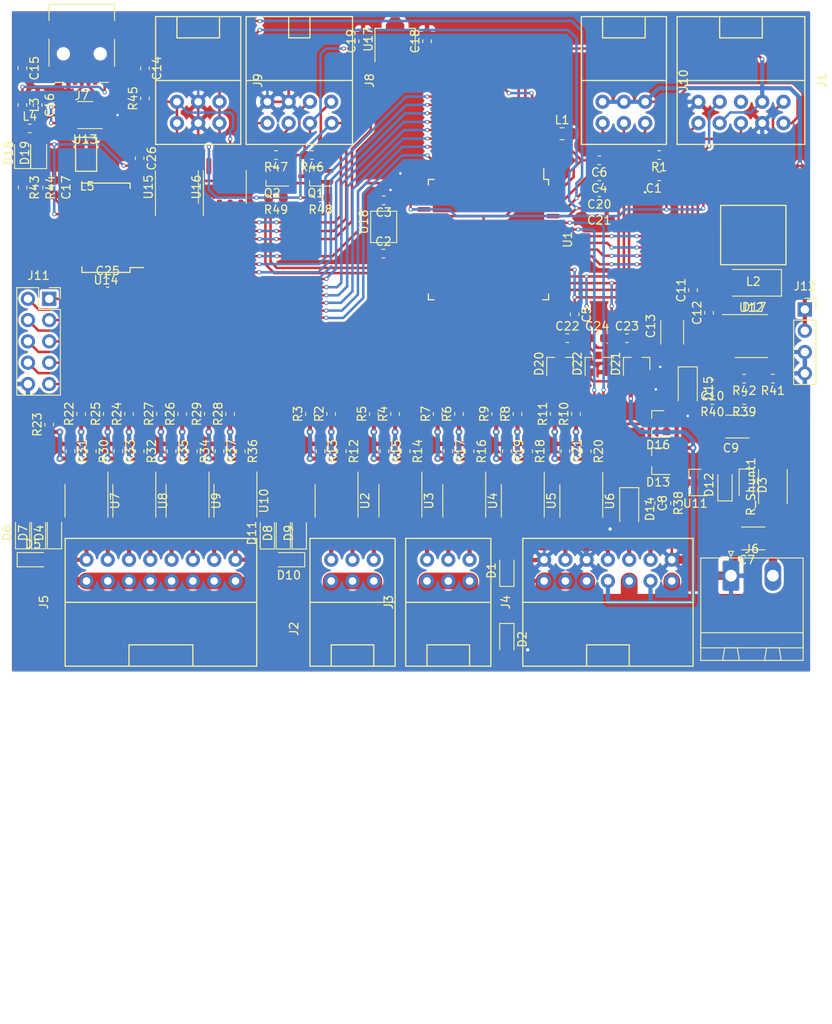
<source format=kicad_pcb>
(kicad_pcb (version 20171130) (host pcbnew "(5.1.4)-1")
  (layers (0 F.Cu signal) (31 B.Cu signal) (34 B.Paste user) (35 F.Paste user) (36 B.SilkS user) (37 F.SilkS user) (38 B.Mask user) (39 F.Mask user) (44 Edge.Cuts user))
  (net 0 "")
  (net 1 RESET)
  (net 2 GND)
  (net 3 "Net-(C2-Pad2)")
  (net 4 "Net-(C3-Pad2)")
  (net 5 "Net-(C4-Pad2)")
  (net 6 +5V)
  (net 7 "Net-(C6-Pad2)")
  (net 8 +12V)
  (net 9 "Net-(D4-Pad2)")
  (net 10 "Net-(D5-Pad2)")
  (net 11 "Net-(D6-Pad2)")
  (net 12 "Net-(D7-Pad2)")
  (net 13 "Net-(D8-Pad2)")
  (net 14 "Net-(D9-Pad2)")
  (net 15 "Net-(D10-Pad2)")
  (net 16 "Net-(D11-Pad2)")
  (net 17 "Net-(J2-Pad3)")
  (net 18 "Net-(J2-Pad2)")
  (net 19 "Net-(J2-Pad1)")
  (net 20 "Net-(J3-Pad1)")
  (net 21 "Net-(J3-Pad2)")
  (net 22 "Net-(J3-Pad3)")
  (net 23 "Net-(R12-Pad2)")
  (net 24 RGB1_ROT)
  (net 25 "Net-(R13-Pad2)")
  (net 26 RGB1_GRUEN)
  (net 27 RGB1_BLAU)
  (net 28 "Net-(R14-Pad2)")
  (net 29 "Net-(R15-Pad2)")
  (net 30 RGB2_ROT)
  (net 31 RGB2_GRUEN)
  (net 32 "Net-(R16-Pad2)")
  (net 33 "Net-(R17-Pad2)")
  (net 34 RGB2_BLAU)
  (net 35 "Net-(R18-Pad2)")
  (net 36 "Net-(R19-Pad2)")
  (net 37 PWM_PUMPE)
  (net 38 "Net-(R10-Pad1)")
  (net 39 "Net-(R11-Pad1)")
  (net 40 HEIZUNG)
  (net 41 SM1_1)
  (net 42 "Net-(R22-Pad1)")
  (net 43 "Net-(R23-Pad1)")
  (net 44 SM1_2)
  (net 45 SM1_3)
  (net 46 "Net-(R24-Pad1)")
  (net 47 SM1_4)
  (net 48 "Net-(R25-Pad1)")
  (net 49 SM2_1)
  (net 50 "Net-(R26-Pad1)")
  (net 51 "Net-(R27-Pad1)")
  (net 52 SM2_2)
  (net 53 SM2_3)
  (net 54 "Net-(R28-Pad1)")
  (net 55 "Net-(R29-Pad1)")
  (net 56 SM2_4)
  (net 57 UART_RXD)
  (net 58 UART_TXD)
  (net 59 UART_DIR)
  (net 60 "Net-(U1-Pad5)")
  (net 61 "Net-(U1-Pad6)")
  (net 62 "Net-(U1-Pad7)")
  (net 63 "Net-(U1-Pad8)")
  (net 64 "Net-(U1-Pad17)")
  (net 65 "Net-(U1-Pad18)")
  (net 66 "Net-(U1-Pad19)")
  (net 67 I²C_SCL)
  (net 68 I²C_SDA)
  (net 69 "Net-(U1-Pad27)")
  (net 70 "Net-(U1-Pad28)")
  (net 71 "Net-(U1-Pad29)")
  (net 72 "Net-(U1-Pad30)")
  (net 73 TDI)
  (net 74 TDO)
  (net 75 TMS)
  (net 76 TCK)
  (net 77 Voltage_Controle)
  (net 78 Current_Controle)
  (net 79 "Net-(J4-Pad6)")
  (net 80 "Net-(J4-Pad5)")
  (net 81 "Net-(J4-Pad4)")
  (net 82 "Net-(J4-Pad2)")
  (net 83 PWM_LUEFTER1)
  (net 84 PWM_LUEFTER2)
  (net 85 "Net-(C7-Pad1)")
  (net 86 "Net-(C11-Pad1)")
  (net 87 "Net-(C12-Pad1)")
  (net 88 "Net-(C12-Pad2)")
  (net 89 "Net-(R41-Pad2)")
  (net 90 "Net-(C14-Pad2)")
  (net 91 "Net-(C14-Pad1)")
  (net 92 "Net-(C16-Pad2)")
  (net 93 "Net-(C17-Pad2)")
  (net 94 "Net-(D18-Pad1)")
  (net 95 "Net-(D19-Pad1)")
  (net 96 "Net-(J7-Pad4)")
  (net 97 "Net-(J7-Pad3)")
  (net 98 "Net-(J7-Pad2)")
  (net 99 "Net-(L5-Pad2)")
  (net 100 "Net-(L5-Pad4)")
  (net 101 "Net-(R43-Pad2)")
  (net 102 "Net-(R44-Pad2)")
  (net 103 "Net-(U14-Pad5)")
  (net 104 "Net-(U14-Pad2)")
  (net 105 "Net-(U14-Pad1)")
  (net 106 "Net-(U14-Pad3)")
  (net 107 "Net-(U14-Pad12)")
  (net 108 "Net-(U14-Pad13)")
  (net 109 "Net-(U14-Pad14)")
  (net 110 "Net-(U14-Pad27)")
  (net 111 "Net-(U14-Pad28)")
  (net 112 "Net-(J1-Pad8)")
  (net 113 +3V3)
  (net 114 GND_HUMI1)
  (net 115 GND_HUMI2)
  (net 116 NOT-AUS)
  (net 117 INPUT1)
  (net 118 INPUT2)
  (net 119 "Net-(J8-Pad5)")
  (net 120 "Net-(J8-Pad6)")
  (net 121 "Net-(J9-Pad1)")
  (net 122 "Net-(J9-Pad3)")
  (net 123 NOTAUS)
  (net 124 Stop)
  (net 125 Start)
  (net 126 Dbg2)
  (net 127 Dbg1)
  (net 128 SR_Latch)
  (net 129 SR_Daten)
  (net 130 SR_Takt)
  (net 131 +5C)
  (net 132 "Net-(U18-Pad1)")
  (net 133 "Net-(U18-Pad3)")
  (module Connector_PinSocket_2.54mm:PinSocket_1x04_P2.54mm_Vertical (layer F.Cu) (at 170.18 85.725)
    (fp_text reference J12 (at 0 -2.77) (layer F.SilkS))
    (fp_text value Conn_01x04)
    (pad 1 thru_hole rect (at 0 0) (size 1.7 1.7) (drill 1) (layers *.Cu *.Mask) (net 6 +5V))
    (pad 2 thru_hole oval (at 0 2.54) (size 1.7 1.7) (drill 1) (layers *.Cu *.Mask) (net 6 +5V))
    (pad 3 thru_hole oval (at 0 5.08) (size 1.7 1.7) (drill 1) (layers *.Cu *.Mask) (net 2 GND))
    (pad 4 thru_hole oval (at 0 7.62) (size 1.7 1.7) (drill 1) (layers *.Cu *.Mask) (net 2 GND))
  )
  (module Connector_PinSocket_2.54mm:PinSocket_2x05_P2.54mm_Vertical (layer F.Cu) (at 80.01 84.455)
    (fp_text reference J11 (at -1.27 -2.77) (layer F.SilkS))
    (fp_text value Frontpannel)
    (pad 10 thru_hole oval (at -2.54 10.16) (size 1.7 1.7) (drill 1) (layers *.Cu *.Mask) (net 2 GND))
    (pad 9 thru_hole oval (at 0 10.16) (size 1.7 1.7) (drill 1) (layers *.Cu *.Mask) (net 130 SR_Takt))
    (pad 8 thru_hole oval (at -2.54 7.62) (size 1.7 1.7) (drill 1) (layers *.Cu *.Mask) (net 129 SR_Daten))
    (pad 7 thru_hole oval (at 0 7.62) (size 1.7 1.7) (drill 1) (layers *.Cu *.Mask) (net 128 SR_Latch))
    (pad 6 thru_hole oval (at -2.54 5.08) (size 1.7 1.7) (drill 1) (layers *.Cu *.Mask) (net 127 Dbg1))
    (pad 5 thru_hole oval (at 0 5.08) (size 1.7 1.7) (drill 1) (layers *.Cu *.Mask) (net 126 Dbg2))
    (pad 4 thru_hole oval (at -2.54 2.54) (size 1.7 1.7) (drill 1) (layers *.Cu *.Mask) (net 125 Start))
    (pad 3 thru_hole oval (at 0 2.54) (size 1.7 1.7) (drill 1) (layers *.Cu *.Mask) (net 124 Stop))
    (pad 2 thru_hole oval (at -2.54 0) (size 1.7 1.7) (drill 1) (layers *.Cu *.Mask) (net 123 NOTAUS))
    (pad 1 thru_hole rect (at 0 0) (size 1.7 1.7) (drill 1) (layers *.Cu *.Mask) (net 1 RESET))
  )
  (module Capacitor_SMD:C_0603_1608Metric_Pad1.05x0.95mm_HandSolder (layer F.Cu) (at 145.655 69.85 180)
    (fp_text reference C4 (at 0 -1.43) (layer F.SilkS))
    (fp_text value 100nF)
    (pad 2 smd roundrect (at 0.875 0 180) (size 1.05 0.95) (layers F.Cu F.Paste F.Mask) (net 5 "Net-(C4-Pad2)"))
    (pad 1 smd roundrect (at -0.875 0 180) (size 1.05 0.95) (layers F.Cu F.Paste F.Mask) (net 2 GND))
  )
  (module Package_TO_SOT_SMD:SOT-323_SC-70_Handsoldering (layer F.Cu) (at 106.62 69.85 180)
    (fp_text reference Q2 (at 0 -2) (layer F.SilkS))
    (fp_text value BS170)
    (pad 3 smd rect (at 1.33 0 90) (size 0.45 1.5) (layers F.Cu F.Paste F.Mask) (net 120 "Net-(J8-Pad6)"))
    (pad 2 smd rect (at -1.33 0.65 90) (size 0.45 1.5) (layers F.Cu F.Paste F.Mask) (net 113 +3V3))
    (pad 1 smd rect (at -1.33 -0.65 90) (size 0.45 1.5) (layers F.Cu F.Paste F.Mask) (net 68 I²C_SDA))
  )
  (module Capacitor_SMD:C_0603_1608Metric_Pad1.05x0.95mm_HandSolder (layer F.Cu) (at 90.805 67.705 270)
    (fp_text reference C26 (at 0 -1.43 90) (layer F.SilkS))
    (fp_text value 100nF)
    (pad 2 smd roundrect (at 0.875 0 270) (size 1.05 0.95) (layers F.Cu F.Paste F.Mask) (net 131 +5C))
    (pad 1 smd roundrect (at -0.875 0 270) (size 1.05 0.95) (layers F.Cu F.Paste F.Mask) (net 2 GND))
  )
  (module Capacitor_SMD:C_0603_1608Metric_Pad1.05x0.95mm_HandSolder (layer F.Cu) (at 86.995 82.55)
    (fp_text reference C25 (at 0 -1.43) (layer F.SilkS))
    (fp_text value 100nF)
    (pad 2 smd roundrect (at 0.875 0) (size 1.05 0.95) (layers F.Cu F.Paste F.Mask) (net 131 +5C))
    (pad 1 smd roundrect (at -0.875 0) (size 1.05 0.95) (layers F.Cu F.Paste F.Mask) (net 2 GND))
  )
  (module D_Lib:ZPD5.1 (layer F.Cu) (at 156.2862 95.0833 270)
    (fp_text reference D15 (at 0.0254 -2.3876 90) (layer F.SilkS))
    (fp_text value ZPD5.1)
    (pad 2 smd roundrect (at 1.4367 0.0762 270) (size 1.425 1.75) (layers F.Cu F.Paste F.Mask) (roundrect_rratio 0.175439) (net 2 GND))
    (pad 1 smd roundrect (at -1.5383 0.0762 270) (size 1.425 1.75) (layers F.Cu F.Paste F.Mask) (roundrect_rratio 0.175439) (net 77 Voltage_Controle))
  )
  (module Package_SO:SOIC-8_3.9x4.9mm_P1.27mm (layer F.Cu) (at 100.965 71.12 90)
    (fp_text reference U16 (at 0 -3.4 90) (layer F.SilkS))
    (fp_text value MAX3072E)
    (pad 8 smd roundrect (at 2.475 -1.905 90) (size 1.95 0.6) (layers F.Cu F.Paste F.Mask) (net 6 +5V))
    (pad 7 smd roundrect (at 2.475 -0.635 90) (size 1.95 0.6) (layers F.Cu F.Paste F.Mask) (net 121 "Net-(J9-Pad1)"))
    (pad 6 smd roundrect (at 2.475 0.635 90) (size 1.95 0.6) (layers F.Cu F.Paste F.Mask) (net 122 "Net-(J9-Pad3)"))
    (pad 5 smd roundrect (at 2.475 1.905 90) (size 1.95 0.6) (layers F.Cu F.Paste F.Mask) (net 2 GND))
    (pad 4 smd roundrect (at -2.475 1.905 90) (size 1.95 0.6) (layers F.Cu F.Paste F.Mask) (net 58 UART_TXD))
    (pad 3 smd roundrect (at -2.475 0.635 90) (size 1.95 0.6) (layers F.Cu F.Paste F.Mask) (net 59 UART_DIR))
    (pad 2 smd roundrect (at -2.475 -0.635 90) (size 1.95 0.6) (layers F.Cu F.Paste F.Mask) (net 59 UART_DIR))
    (pad 1 smd roundrect (at -2.475 -1.905 90) (size 1.95 0.6) (layers F.Cu F.Paste F.Mask) (net 57 UART_RXD))
  )
  (module L_Lib:WE-CNSW (layer F.Cu) (at 84.4296 67.2592 180)
    (fp_text reference L5 (at -0.1 -3.77) (layer F.SilkS))
    (fp_text value WE-CNSW)
    (pad 4 smd rect (at -0.6604 -1.143 180) (size 1 1.5) (layers F.Cu F.Paste F.Mask) (net 100 "Net-(L5-Pad4)"))
    (pad 2 smd rect (at 0.6858 -1.143 180) (size 1 1.5) (layers F.Cu F.Paste F.Mask) (net 99 "Net-(L5-Pad2)"))
    (pad 1 smd rect (at 0.6858 1.2192 180) (size 1 1.5) (layers F.Cu F.Paste F.Mask) (net 97 "Net-(J7-Pad3)"))
    (pad 3 smd rect (at -0.6604 1.2192 180) (size 1 1.5) (layers F.Cu F.Paste F.Mask) (net 98 "Net-(J7-Pad2)"))
  )
  (module Package_SO:SOIC-8_3.9x4.9mm_P1.27mm (layer F.Cu) (at 95.25 71.12 90)
    (fp_text reference U15 (at 0 -3.4 90) (layer F.SilkS))
    (fp_text value MAX3072E)
    (pad 8 smd roundrect (at 2.475 -1.905 90) (size 1.95 0.6) (layers F.Cu F.Paste F.Mask) (net 131 +5C))
    (pad 7 smd roundrect (at 2.475 -0.635 90) (size 1.95 0.6) (layers F.Cu F.Paste F.Mask) (net 121 "Net-(J9-Pad1)"))
    (pad 6 smd roundrect (at 2.475 0.635 90) (size 1.95 0.6) (layers F.Cu F.Paste F.Mask) (net 122 "Net-(J9-Pad3)"))
    (pad 5 smd roundrect (at 2.475 1.905 90) (size 1.95 0.6) (layers F.Cu F.Paste F.Mask) (net 2 GND))
    (pad 4 smd roundrect (at -2.475 1.905 90) (size 1.95 0.6) (layers F.Cu F.Paste F.Mask) (net 105 "Net-(U14-Pad1)"))
    (pad 3 smd roundrect (at -2.475 0.635 90) (size 1.95 0.6) (layers F.Cu F.Paste F.Mask) (net 108 "Net-(U14-Pad13)"))
    (pad 2 smd roundrect (at -2.475 -0.635 90) (size 1.95 0.6) (layers F.Cu F.Paste F.Mask) (net 108 "Net-(U14-Pad13)"))
    (pad 1 smd roundrect (at -2.475 -1.905 90) (size 1.95 0.6) (layers F.Cu F.Paste F.Mask) (net 103 "Net-(U14-Pad5)"))
  )
  (module Package_TO_SOT_SMD:SOT-23-6_Handsoldering (layer F.Cu) (at 84.3 62.545 180)
    (fp_text reference U13 (at 0 -2.9) (layer F.SilkS))
    (fp_text value WE_TVS)
    (pad 5 smd rect (at 1.35 0 180) (size 1.56 0.65) (layers F.Cu F.Paste F.Mask) (net 131 +5C))
    (pad 6 smd rect (at 1.35 -0.95 180) (size 1.56 0.65) (layers F.Cu F.Paste F.Mask) (net 97 "Net-(J7-Pad3)"))
    (pad 4 smd rect (at 1.35 0.95 180) (size 1.56 0.65) (layers F.Cu F.Paste F.Mask) (net 97 "Net-(J7-Pad3)"))
    (pad 3 smd rect (at -1.35 0.95 180) (size 1.56 0.65) (layers F.Cu F.Paste F.Mask) (net 98 "Net-(J7-Pad2)"))
    (pad 2 smd rect (at -1.35 0 180) (size 1.56 0.65) (layers F.Cu F.Paste F.Mask) (net 2 GND))
    (pad 1 smd rect (at -1.35 -0.95 180) (size 1.56 0.65) (layers F.Cu F.Paste F.Mask) (net 98 "Net-(J7-Pad2)"))
  )
  (module Resistor_SMD:R_0603_1608Metric_Pad1.05x0.95mm_HandSolder (layer F.Cu) (at 91.44 60.565 90)
    (fp_text reference R45 (at 0 -1.43 90) (layer F.SilkS))
    (fp_text value 120R)
    (pad 2 smd roundrect (at 0.875 0 90) (size 1.05 0.95) (layers F.Cu F.Paste F.Mask) (net 121 "Net-(J9-Pad1)"))
    (pad 1 smd roundrect (at -0.875 0 90) (size 1.05 0.95) (layers F.Cu F.Paste F.Mask) (net 122 "Net-(J9-Pad3)"))
  )
  (module Resistor_SMD:R_0603_1608Metric_Pad1.05x0.95mm_HandSolder (layer F.Cu) (at 78.74 71.185 270)
    (fp_text reference R44 (at 0 -1.43 90) (layer F.SilkS))
    (fp_text value 1k)
    (pad 2 smd roundrect (at 0.875 0 270) (size 1.05 0.95) (layers F.Cu F.Paste F.Mask) (net 102 "Net-(R44-Pad2)"))
    (pad 1 smd roundrect (at -0.875 0 270) (size 1.05 0.95) (layers F.Cu F.Paste F.Mask) (net 95 "Net-(D19-Pad1)"))
  )
  (module Resistor_SMD:R_0603_1608Metric_Pad1.05x0.95mm_HandSolder (layer F.Cu) (at 76.835 71.185 270)
    (fp_text reference R43 (at 0 -1.43 90) (layer F.SilkS))
    (fp_text value 1k)
    (pad 2 smd roundrect (at 0.875 0 270) (size 1.05 0.95) (layers F.Cu F.Paste F.Mask) (net 101 "Net-(R43-Pad2)"))
    (pad 1 smd roundrect (at -0.875 0 270) (size 1.05 0.95) (layers F.Cu F.Paste F.Mask) (net 94 "Net-(D18-Pad1)"))
  )
  (module Inductor_SMD:L_0603_1608Metric_Pad1.05x0.95mm_HandSolder (layer F.Cu) (at 77.685 64.135)
    (fp_text reference L4 (at 0 -1.43) (layer F.SilkS))
    (fp_text value L)
    (pad 2 smd roundrect (at 0.875 0) (size 1.05 0.95) (layers F.Cu F.Paste F.Mask) (net 131 +5C))
    (pad 1 smd roundrect (at -0.875 0) (size 1.05 0.95) (layers F.Cu F.Paste F.Mask) (net 92 "Net-(C16-Pad2)"))
  )
  (module Inductor_SMD:L_0603_1608Metric_Pad1.05x0.95mm_HandSolder (layer F.Cu) (at 76.81 61.34 270)
    (fp_text reference L3 (at 0 -1.43 90) (layer F.SilkS))
    (fp_text value L)
    (pad 2 smd roundrect (at 0.875 0 270) (size 1.05 0.95) (layers F.Cu F.Paste F.Mask) (net 92 "Net-(C16-Pad2)"))
    (pad 1 smd roundrect (at -0.875 0 270) (size 1.05 0.95) (layers F.Cu F.Paste F.Mask) (net 91 "Net-(C14-Pad1)"))
  )
  (module Connector_USB:USB_Mini-B_Lumberg_2486_01_Horizontal (layer F.Cu) (at 83.895 55.235 180)
    (fp_text reference J7 (at 0 -5) (layer F.SilkS))
    (fp_text value USB_B_Mini)
    (pad "" np_thru_hole circle (at 2.2 0 180) (size 1 1) (drill 1) (layers *.Cu *.Mask))
    (pad "" np_thru_hole circle (at -2.2 0 180) (size 1 1) (drill 1) (layers *.Cu *.Mask))
    (pad 6 smd rect (at 4.45 2.85 180) (size 2 1.7) (layers F.Cu F.Paste F.Mask) (net 90 "Net-(C14-Pad2)"))
    (pad 6 smd rect (at 4.45 -2.6 180) (size 2 1.7) (layers F.Cu F.Paste F.Mask) (net 90 "Net-(C14-Pad2)"))
    (pad 6 smd rect (at -4.45 2.85 180) (size 2 1.7) (layers F.Cu F.Paste F.Mask) (net 90 "Net-(C14-Pad2)"))
    (pad 6 smd rect (at -4.45 -2.6 180) (size 2 1.7) (layers F.Cu F.Paste F.Mask) (net 90 "Net-(C14-Pad2)"))
    (pad 5 smd rect (at 1.6 -2.7 180) (size 0.5 2) (layers F.Cu F.Paste F.Mask) (net 2 GND))
    (pad 4 smd rect (at 0.8 -2.7 180) (size 0.5 2) (layers F.Cu F.Paste F.Mask) (net 96 "Net-(J7-Pad4)"))
    (pad 3 smd rect (at 0 -2.7 180) (size 0.5 2) (layers F.Cu F.Paste F.Mask) (net 97 "Net-(J7-Pad3)"))
    (pad 2 smd rect (at -0.8 -2.7 180) (size 0.5 2) (layers F.Cu F.Paste F.Mask) (net 98 "Net-(J7-Pad2)"))
    (pad 1 smd rect (at -1.6 -2.7 180) (size 0.5 2) (layers F.Cu F.Paste F.Mask) (net 91 "Net-(C14-Pad1)"))
  )
  (module LED_SMD:LED_0805_2012Metric_Pad1.15x1.40mm_HandSolder (layer F.Cu) (at 78.74 67.065 90)
    (fp_text reference D19 (at 0 -1.65 90) (layer F.SilkS))
    (fp_text value LED)
    (pad 2 smd roundrect (at 1.025 0 90) (size 1.15 1.4) (layers F.Cu F.Paste F.Mask) (roundrect_rratio 0.217391) (net 131 +5C))
    (pad 1 smd roundrect (at -1.025 0 90) (size 1.15 1.4) (layers F.Cu F.Paste F.Mask) (roundrect_rratio 0.217391) (net 95 "Net-(D19-Pad1)"))
  )
  (module LED_SMD:LED_0805_2012Metric_Pad1.15x1.40mm_HandSolder (layer F.Cu) (at 76.835 67.065 90)
    (fp_text reference D18 (at 0 -1.65 90) (layer F.SilkS))
    (fp_text value LED)
    (pad 2 smd roundrect (at 1.025 0 90) (size 1.15 1.4) (layers F.Cu F.Paste F.Mask) (roundrect_rratio 0.217391) (net 131 +5C))
    (pad 1 smd roundrect (at -1.025 0 90) (size 1.15 1.4) (layers F.Cu F.Paste F.Mask) (roundrect_rratio 0.217391) (net 94 "Net-(D18-Pad1)"))
  )
  (module Capacitor_SMD:C_0603_1608Metric_Pad1.05x0.95mm_HandSolder (layer F.Cu) (at 78.63 61.355 270)
    (fp_text reference C16 (at 0 -1.43 90) (layer F.SilkS))
    (fp_text value 100nF)
    (pad 2 smd roundrect (at 0.875 0 270) (size 1.05 0.95) (layers F.Cu F.Paste F.Mask) (net 92 "Net-(C16-Pad2)"))
    (pad 1 smd roundrect (at -0.875 0 270) (size 1.05 0.95) (layers F.Cu F.Paste F.Mask) (net 2 GND))
  )
  (module Capacitor_SMD:C_0603_1608Metric_Pad1.05x0.95mm_HandSolder (layer F.Cu) (at 76.81 56.955 270)
    (fp_text reference C15 (at 0 -1.43 90) (layer F.SilkS))
    (fp_text value 100nF)
    (pad 2 smd roundrect (at 0.875 0 270) (size 1.05 0.95) (layers F.Cu F.Paste F.Mask) (net 90 "Net-(C14-Pad2)"))
    (pad 1 smd roundrect (at -0.875 0 270) (size 1.05 0.95) (layers F.Cu F.Paste F.Mask) (net 2 GND))
  )
  (module Capacitor_SMD:C_0603_1608Metric_Pad1.05x0.95mm_HandSolder (layer F.Cu) (at 91.44 56.965 270)
    (fp_text reference C14 (at 0 -1.43 90) (layer F.SilkS))
    (fp_text value 100nF)
    (pad 2 smd roundrect (at 0.875 0 270) (size 1.05 0.95) (layers F.Cu F.Paste F.Mask) (net 90 "Net-(C14-Pad2)"))
    (pad 1 smd roundrect (at -0.875 0 270) (size 1.05 0.95) (layers F.Cu F.Paste F.Mask) (net 91 "Net-(C14-Pad1)"))
  )
  (module D_Lib:1N4148 (layer F.Cu) (at 163.195 106.6346 270)
    (fp_text reference D3 (at 0.0508 -1.905 90) (layer F.SilkS))
    (fp_text value 1N4148)
    (pad 1 smd rect (at -1.2246 0 270) (size 1 1) (layers F.Cu F.Paste F.Mask) (net 8 +12V))
    (pad 2 smd rect (at 1.2754 0 270) (size 1 1) (layers F.Cu F.Paste F.Mask) (net 85 "Net-(C7-Pad1)"))
  )
  (module D_Lib:ZPD5.1 (layer F.Cu) (at 149.3012 109.4883 270)
    (fp_text reference D14 (at 0.0254 -2.3876 90) (layer F.SilkS))
    (fp_text value ZPD5.1)
    (pad 2 smd roundrect (at 1.4367 0.0762 270) (size 1.425 1.75) (layers F.Cu F.Paste F.Mask) (roundrect_rratio 0.175439) (net 2 GND))
    (pad 1 smd roundrect (at -1.5383 0.0762 270) (size 1.425 1.75) (layers F.Cu F.Paste F.Mask) (roundrect_rratio 0.175439) (net 78 Current_Controle))
  )
  (module D_Lib:1N4148 (layer F.Cu) (at 160.655 106.6854 90)
    (fp_text reference D12 (at 0.0508 -1.905 90) (layer F.SilkS))
    (fp_text value 1N4148)
    (pad 1 smd rect (at -1.2246 0 90) (size 1 1) (layers F.Cu F.Paste F.Mask) (net 85 "Net-(C7-Pad1)"))
    (pad 2 smd rect (at 1.2754 0 90) (size 1 1) (layers F.Cu F.Paste F.Mask) (net 8 +12V))
  )
  (module Resistor_SMD:R_0603_1608Metric_Pad1.05x0.95mm_HandSolder (layer F.Cu) (at 140.335 98.185 90)
    (fp_text reference R11 (at 0 -1.43 90) (layer F.SilkS))
    (fp_text value 160R)
    (pad 1 smd roundrect (at -0.875 0 90) (size 1.05 0.95) (layers F.Cu F.Paste F.Mask) (net 39 "Net-(R11-Pad1)"))
    (pad 2 smd roundrect (at 0.875 0 90) (size 1.05 0.95) (layers F.Cu F.Paste F.Mask) (net 40 HEIZUNG))
  )
  (module Conn_Lib:Wanne-14Pol (layer F.Cu) (at 146.685 120.65 90)
    (fp_text reference J4 (at 0 -12.2 90) (layer F.SilkS))
    (fp_text value Con_PU_HE_LÜ)
    (pad 14 thru_hole circle (at 2.54 -7.62 90) (size 1.7 1.7) (drill 0.9) (layers *.Cu *.Mask) (net 8 +12V))
    (pad 13 thru_hole circle (at 2.54 -5.08 90) (size 1.7 1.7) (drill 0.9) (layers *.Cu *.Mask) (net 8 +12V))
    (pad 12 thru_hole circle (at 2.54 -2.54 90) (size 1.7 1.7) (drill 0.9) (layers *.Cu *.Mask) (net 8 +12V))
    (pad 11 thru_hole circle (at 2.54 0 90) (size 1.7 1.7) (drill 0.9) (layers *.Cu *.Mask) (net 6 +5V))
    (pad 10 thru_hole circle (at 2.54 2.54 90) (size 1.7 1.7) (drill 0.9) (layers *.Cu *.Mask) (net 8 +12V))
    (pad 9 thru_hole circle (at 2.54 5.08 90) (size 1.7 1.7) (drill 0.9) (layers *.Cu *.Mask) (net 6 +5V))
    (pad 8 thru_hole circle (at 2.54 7.62 90) (size 1.7 1.7) (drill 0.9) (layers *.Cu *.Mask) (net 8 +12V))
    (pad 7 thru_hole circle (at 5.08 7.62 90) (size 1.7 1.7) (drill 0.9) (layers *.Cu *.Mask) (net 2 GND))
    (pad 6 thru_hole circle (at 5.08 5.08 90) (size 1.7 1.7) (drill 0.9) (layers *.Cu *.Mask) (net 79 "Net-(J4-Pad6)"))
    (pad 5 thru_hole circle (at 5.08 2.54 90) (size 1.7 1.7) (drill 0.9) (layers *.Cu *.Mask) (net 80 "Net-(J4-Pad5)"))
    (pad 4 thru_hole circle (at 5.08 0 90) (size 1.7 1.7) (drill 0.9) (layers *.Cu *.Mask) (net 81 "Net-(J4-Pad4)"))
    (pad 3 thru_hole circle (at 5.08 -2.54 90) (size 1.7 1.7) (drill 0.9) (layers *.Cu *.Mask) (net 2 GND))
    (pad 2 thru_hole circle (at 5.08 -5.08 90) (size 1.7 1.7) (drill 0.9) (layers *.Cu *.Mask) (net 82 "Net-(J4-Pad2)"))
    (pad 1 thru_hole circle (at 5.08 -7.62 90) (size 1.7 1.7) (drill 0.9) (layers *.Cu *.Mask) (net 2 GND))
  )
  (module Conn_Lib:Wanne_6Pol (layer F.Cu) (at 127.635 120.65 90)
    (fp_text reference J3 (at 0 -7.12 90) (layer F.SilkS))
    (fp_text value Con_RGB1)
    (pad 6 thru_hole circle (at 2.54 2.54 90) (size 1.7 1.7) (drill 0.9) (layers *.Cu *.Mask) (net 8 +12V))
    (pad 5 thru_hole circle (at 2.54 0 90) (size 1.7 1.7) (drill 0.9) (layers *.Cu *.Mask) (net 8 +12V))
    (pad 4 thru_hole circle (at 2.54 -2.54 90) (size 1.7 1.7) (drill 0.9) (layers *.Cu *.Mask) (net 8 +12V))
    (pad 3 thru_hole circle (at 5.08 2.54 90) (size 1.7 1.7) (drill 0.9) (layers *.Cu *.Mask) (net 22 "Net-(J3-Pad3)"))
    (pad 2 thru_hole circle (at 5.08 0 90) (size 1.7 1.7) (drill 0.9) (layers *.Cu *.Mask) (net 21 "Net-(J3-Pad2)"))
    (pad 1 thru_hole circle (at 5.08 -2.54 90) (size 1.7 1.7) (drill 0.9) (layers *.Cu *.Mask) (net 20 "Net-(J3-Pad1)"))
  )
  (module Conn_Lib:Wanne_6Pol (layer F.Cu) (at 116.205 120.65 90)
    (fp_text reference J2 (at -3.175 -6.985 90) (layer F.SilkS))
    (fp_text value Con_RGB1)
    (pad 6 thru_hole circle (at 2.54 2.54 90) (size 1.7 1.7) (drill 0.9) (layers *.Cu *.Mask) (net 8 +12V))
    (pad 5 thru_hole circle (at 2.54 0 90) (size 1.7 1.7) (drill 0.9) (layers *.Cu *.Mask) (net 8 +12V))
    (pad 4 thru_hole circle (at 2.54 -2.54 90) (size 1.7 1.7) (drill 0.9) (layers *.Cu *.Mask) (net 8 +12V))
    (pad 3 thru_hole circle (at 5.08 2.54 90) (size 1.7 1.7) (drill 0.9) (layers *.Cu *.Mask) (net 17 "Net-(J2-Pad3)"))
    (pad 2 thru_hole circle (at 5.08 0 90) (size 1.7 1.7) (drill 0.9) (layers *.Cu *.Mask) (net 18 "Net-(J2-Pad2)"))
    (pad 1 thru_hole circle (at 5.08 -2.54 90) (size 1.7 1.7) (drill 0.9) (layers *.Cu *.Mask) (net 19 "Net-(J2-Pad1)"))
  )
  (module Conn_Lib:Wanne_16Pol (layer F.Cu) (at 92.075 120.65 90)
    (fp_text reference J5 (at 0 -12.7 90) (layer F.SilkS))
    (fp_text value Con_SM)
    (pad 16 thru_hole circle (at 2.54 10.16 90) (size 1.7 1.7) (drill 0.9) (layers *.Cu *.Mask) (net 8 +12V))
    (pad 15 thru_hole circle (at 2.54 7.62 90) (size 1.7 1.7) (drill 0.9) (layers *.Cu *.Mask) (net 8 +12V))
    (pad 14 thru_hole circle (at 2.54 5.08 90) (size 1.7 1.7) (drill 0.9) (layers *.Cu *.Mask) (net 8 +12V))
    (pad 13 thru_hole circle (at 2.54 2.54 90) (size 1.7 1.7) (drill 0.9) (layers *.Cu *.Mask) (net 8 +12V))
    (pad 12 thru_hole circle (at 2.54 0 90) (size 1.7 1.7) (drill 0.9) (layers *.Cu *.Mask) (net 8 +12V))
    (pad 11 thru_hole circle (at 2.54 -2.54 90) (size 1.7 1.7) (drill 0.9) (layers *.Cu *.Mask) (net 8 +12V))
    (pad 10 thru_hole circle (at 2.54 -5.08 90) (size 1.7 1.7) (drill 0.9) (layers *.Cu *.Mask) (net 8 +12V))
    (pad 9 thru_hole circle (at 2.54 -7.62 90) (size 1.7 1.7) (drill 0.9) (layers *.Cu *.Mask) (net 8 +12V))
    (pad 8 thru_hole circle (at 5.08 10.16 90) (size 1.7 1.7) (drill 0.9) (layers *.Cu *.Mask) (net 15 "Net-(D10-Pad2)"))
    (pad 7 thru_hole circle (at 5.08 7.62 90) (size 1.7 1.7) (drill 0.9) (layers *.Cu *.Mask) (net 16 "Net-(D11-Pad2)"))
    (pad 6 thru_hole circle (at 5.08 5.08 90) (size 1.7 1.7) (drill 0.9) (layers *.Cu *.Mask) (net 13 "Net-(D8-Pad2)"))
    (pad 5 thru_hole circle (at 5.08 2.54 90) (size 1.7 1.7) (drill 0.9) (layers *.Cu *.Mask) (net 14 "Net-(D9-Pad2)"))
    (pad 4 thru_hole circle (at 5.08 0 90) (size 1.7 1.7) (drill 0.9) (layers *.Cu *.Mask) (net 11 "Net-(D6-Pad2)"))
    (pad 3 thru_hole circle (at 5.08 -2.54 90) (size 1.7 1.7) (drill 0.9) (layers *.Cu *.Mask) (net 12 "Net-(D7-Pad2)"))
    (pad 2 thru_hole circle (at 5.08 -5.08 90) (size 1.7 1.7) (drill 0.9) (layers *.Cu *.Mask) (net 9 "Net-(D4-Pad2)"))
    (pad 1 thru_hole circle (at 5.08 -7.62 90) (size 1.7 1.7) (drill 0.9) (layers *.Cu *.Mask) (net 10 "Net-(D5-Pad2)"))
  )
  (module Capacitor_SMD:C_0603_1608Metric_Pad1.05x0.95mm_HandSolder (layer F.Cu) (at 152.795 69.85 180)
    (fp_text reference C1 (at 0.635 -1.43 180) (layer F.SilkS))
    (fp_text value 10nF)
    (pad 1 smd roundrect (at -0.875 0 180) (size 1.05 0.95) (layers F.Cu F.Paste F.Mask) (net 1 RESET))
    (pad 2 smd roundrect (at 0.875 0 180) (size 1.05 0.95) (layers F.Cu F.Paste F.Mask) (net 2 GND))
  )
  (module Capacitor_SMD:C_0603_1608Metric_Pad1.05x0.95mm_HandSolder (layer F.Cu) (at 119.895 79.06)
    (fp_text reference C2 (at 0 -1.43) (layer F.SilkS))
    (fp_text value 22pF)
    (pad 2 smd roundrect (at 0.875 0) (size 1.05 0.95) (layers F.Cu F.Paste F.Mask) (net 3 "Net-(C2-Pad2)"))
    (pad 1 smd roundrect (at -0.875 0) (size 1.05 0.95) (layers F.Cu F.Paste F.Mask) (net 2 GND))
  )
  (module Capacitor_SMD:C_0603_1608Metric_Pad1.05x0.95mm_HandSolder (layer F.Cu) (at 119.925 72.72 180)
    (fp_text reference C3 (at 0 -1.43) (layer F.SilkS))
    (fp_text value 22pF)
    (pad 1 smd roundrect (at -0.875 0 180) (size 1.05 0.95) (layers F.Cu F.Paste F.Mask) (net 2 GND))
    (pad 2 smd roundrect (at 0.875 0 180) (size 1.05 0.95) (layers F.Cu F.Paste F.Mask) (net 4 "Net-(C3-Pad2)"))
  )
  (module Capacitor_SMD:C_0603_1608Metric_Pad1.05x0.95mm_HandSolder (layer F.Cu) (at 142.71 86.325 270)
    (fp_text reference C5 (at 0 -1.43 90) (layer F.SilkS))
    (fp_text value 100nF)
    (pad 1 smd rect (at -0.875 0 270) (size 1.05 0.95) (layers F.Cu F.Paste F.Mask) (net 6 +5V))
    (pad 2 smd roundrect (at 0.875 0 270) (size 1.05 0.95) (layers F.Cu F.Paste F.Mask) (net 2 GND))
  )
  (module Capacitor_SMD:C_0603_1608Metric_Pad1.05x0.95mm_HandSolder (layer F.Cu) (at 145.655 67.945 180)
    (fp_text reference C6 (at 0 -1.43) (layer F.SilkS))
    (fp_text value 100nF)
    (pad 2 smd roundrect (at 0.875 0 180) (size 1.05 0.95) (layers F.Cu F.Paste F.Mask) (net 7 "Net-(C6-Pad2)"))
    (pad 1 smd roundrect (at -0.875 0 180) (size 1.05 0.95) (layers F.Cu F.Paste F.Mask) (net 2 GND))
  )
  (module Diode_SMD:D_SOD-323_HandSoldering (layer F.Cu) (at 134.62 116.86 90)
    (fp_text reference D1 (at 0 -1.85 90) (layer F.SilkS))
    (fp_text value 1N4148)
    (pad 1 smd rect (at -1.25 0 90) (size 1 1) (layers F.Cu F.Paste F.Mask) (net 8 +12V))
    (pad 2 smd rect (at 1.25 0 90) (size 1 1) (layers F.Cu F.Paste F.Mask) (net 2 GND))
  )
  (module Diode_SMD:D_SOD-323_HandSoldering (layer F.Cu) (at 134.62 125.075 270)
    (fp_text reference D2 (at 0 -1.85 90) (layer F.SilkS))
    (fp_text value 1N4148)
    (pad 2 smd rect (at 1.25 0 270) (size 1 1) (layers F.Cu F.Paste F.Mask) (net 2 GND))
    (pad 1 smd rect (at -1.25 0 270) (size 1 1) (layers F.Cu F.Paste F.Mask) (net 8 +12V))
  )
  (module Diode_SMD:D_SOD-323_HandSoldering (layer F.Cu) (at 80.645 112.375 90)
    (fp_text reference D4 (at 0 -1.85 90) (layer F.SilkS))
    (fp_text value 1N4148)
    (pad 2 smd rect (at 1.25 0 90) (size 1 1) (layers F.Cu F.Paste F.Mask) (net 9 "Net-(D4-Pad2)"))
    (pad 1 smd rect (at -1.25 0 90) (size 1 1) (layers F.Cu F.Paste F.Mask) (net 8 +12V))
  )
  (module Diode_SMD:D_SOD-323_HandSoldering (layer F.Cu) (at 78.085 115.57)
    (fp_text reference D5 (at 0 -1.85) (layer F.SilkS))
    (fp_text value 1N4148)
    (pad 1 smd rect (at -1.25 0) (size 1 1) (layers F.Cu F.Paste F.Mask) (net 8 +12V))
    (pad 2 smd rect (at 1.25 0) (size 1 1) (layers F.Cu F.Paste F.Mask) (net 10 "Net-(D5-Pad2)"))
  )
  (module Diode_SMD:D_SOD-323_HandSoldering (layer F.Cu) (at 76.835 112.375 90)
    (fp_text reference D6 (at 0 -1.85 90) (layer F.SilkS))
    (fp_text value 1N4148)
    (pad 2 smd rect (at 1.25 0 90) (size 1 1) (layers F.Cu F.Paste F.Mask) (net 11 "Net-(D6-Pad2)"))
    (pad 1 smd rect (at -1.25 0 90) (size 1 1) (layers F.Cu F.Paste F.Mask) (net 8 +12V))
  )
  (module Diode_SMD:D_SOD-323_HandSoldering (layer F.Cu) (at 78.74 112.375 90)
    (fp_text reference D7 (at 0 -1.85 90) (layer F.SilkS))
    (fp_text value 1N4148)
    (pad 1 smd rect (at -1.25 0 90) (size 1 1) (layers F.Cu F.Paste F.Mask) (net 8 +12V))
    (pad 2 smd rect (at 1.25 0 90) (size 1 1) (layers F.Cu F.Paste F.Mask) (net 12 "Net-(D7-Pad2)"))
  )
  (module Diode_SMD:D_SOD-323_HandSoldering (layer F.Cu) (at 107.95 112.395 90)
    (fp_text reference D8 (at 0 -1.85 90) (layer F.SilkS))
    (fp_text value 1N4148)
    (pad 2 smd rect (at 1.25 0 90) (size 1 1) (layers F.Cu F.Paste F.Mask) (net 13 "Net-(D8-Pad2)"))
    (pad 1 smd rect (at -1.25 0 90) (size 1 1) (layers F.Cu F.Paste F.Mask) (net 8 +12V))
  )
  (module Diode_SMD:D_SOD-323_HandSoldering (layer F.Cu) (at 109.85 112.395 90)
    (fp_text reference D9 (at 0 -1.27 90) (layer F.SilkS))
    (fp_text value 1N4148)
    (pad 1 smd rect (at -1.25 0 90) (size 1 1) (layers F.Cu F.Paste F.Mask) (net 8 +12V))
    (pad 2 smd rect (at 1.25 0 90) (size 1 1) (layers F.Cu F.Paste F.Mask) (net 14 "Net-(D9-Pad2)"))
  )
  (module Diode_SMD:D_SOD-323_HandSoldering (layer F.Cu) (at 108.605 115.57 180)
    (fp_text reference D10 (at 0 -1.85) (layer F.SilkS))
    (fp_text value 1N4148)
    (pad 2 smd rect (at 1.25 0 180) (size 1 1) (layers F.Cu F.Paste F.Mask) (net 15 "Net-(D10-Pad2)"))
    (pad 1 smd rect (at -1.25 0 180) (size 1 1) (layers F.Cu F.Paste F.Mask) (net 8 +12V))
  )
  (module Diode_SMD:D_SOD-323_HandSoldering (layer F.Cu) (at 106.045 112.395 90)
    (fp_text reference D11 (at 0 -1.85 90) (layer F.SilkS))
    (fp_text value 1N4148)
    (pad 1 smd rect (at -1.25 0 90) (size 1 1) (layers F.Cu F.Paste F.Mask) (net 8 +12V))
    (pad 2 smd rect (at 1.25 0 90) (size 1 1) (layers F.Cu F.Paste F.Mask) (net 16 "Net-(D11-Pad2)"))
  )
  (module Inductor_SMD:L_0805_2012Metric_Pad1.15x1.40mm_HandSolder (layer F.Cu) (at 141.215 64.77)
    (fp_text reference L1 (at 0 -1.65) (layer F.SilkS))
    (fp_text value 10uH)
    (pad 1 smd roundrect (at -1.025 0) (size 1.15 1.4) (layers F.Cu F.Paste F.Mask) (roundrect_rratio 0.217391) (net 6 +5V))
    (pad 2 smd roundrect (at 1.025 0) (size 1.15 1.4) (layers F.Cu F.Paste F.Mask) (roundrect_rratio 0.217391) (net 7 "Net-(C6-Pad2)"))
  )
  (module Resistor_SMD:R_0603_1608Metric_Pad1.05x0.95mm_HandSolder (layer F.Cu) (at 152.795 67.31 180)
    (fp_text reference R1 (at 0 -1.43) (layer F.SilkS))
    (fp_text value R)
    (pad 2 smd roundrect (at 0.875 0 180) (size 1.05 0.95) (layers F.Cu F.Paste F.Mask) (net 1 RESET))
    (pad 1 smd roundrect (at -0.875 0 180) (size 1.05 0.95) (layers F.Cu F.Paste F.Mask) (net 6 +5V))
  )
  (module Resistor_SMD:R_0603_1608Metric_Pad1.05x0.95mm_HandSolder (layer F.Cu) (at 113.665 98.185 90)
    (fp_text reference R2 (at 0 -1.43 90) (layer F.SilkS))
    (fp_text value 160R)
    (pad 1 smd roundrect (at -0.875 0 90) (size 1.05 0.95) (layers F.Cu F.Paste F.Mask) (net 23 "Net-(R12-Pad2)"))
    (pad 2 smd roundrect (at 0.875 0 90) (size 1.05 0.95) (layers F.Cu F.Paste F.Mask) (net 26 RGB1_GRUEN))
  )
  (module Resistor_SMD:R_0603_1608Metric_Pad1.05x0.95mm_HandSolder (layer F.Cu) (at 111.125 98.185 90)
    (fp_text reference R3 (at 0 -1.43 90) (layer F.SilkS))
    (fp_text value 160R)
    (pad 1 smd roundrect (at -0.875 0 90) (size 1.05 0.95) (layers F.Cu F.Paste F.Mask) (net 25 "Net-(R13-Pad2)"))
    (pad 2 smd roundrect (at 0.875 0 90) (size 1.05 0.95) (layers F.Cu F.Paste F.Mask) (net 27 RGB1_BLAU))
  )
  (module Resistor_SMD:R_0603_1608Metric_Pad1.05x0.95mm_HandSolder (layer F.Cu) (at 121.285 98.185 90)
    (fp_text reference R4 (at 0 -1.43 90) (layer F.SilkS))
    (fp_text value 160R)
    (pad 2 smd roundrect (at 0.875 0 90) (size 1.05 0.95) (layers F.Cu F.Paste F.Mask) (net 34 RGB2_BLAU))
    (pad 1 smd roundrect (at -0.875 0 90) (size 1.05 0.95) (layers F.Cu F.Paste F.Mask) (net 28 "Net-(R14-Pad2)"))
  )
  (module Resistor_SMD:R_0603_1608Metric_Pad1.05x0.95mm_HandSolder (layer F.Cu) (at 118.745 98.185 90)
    (fp_text reference R5 (at 0 -1.43 90) (layer F.SilkS))
    (fp_text value 160R)
    (pad 1 smd roundrect (at -0.875 0 90) (size 1.05 0.95) (layers F.Cu F.Paste F.Mask) (net 29 "Net-(R15-Pad2)"))
    (pad 2 smd roundrect (at 0.875 0 90) (size 1.05 0.95) (layers F.Cu F.Paste F.Mask) (net 24 RGB1_ROT))
  )
  (module Resistor_SMD:R_0603_1608Metric_Pad1.05x0.95mm_HandSolder (layer F.Cu) (at 128.905 98.185 90)
    (fp_text reference R6 (at 0 -1.43 90) (layer F.SilkS))
    (fp_text value 160R)
    (pad 2 smd roundrect (at 0.875 0 90) (size 1.05 0.95) (layers F.Cu F.Paste F.Mask) (net 30 RGB2_ROT))
    (pad 1 smd roundrect (at -0.875 0 90) (size 1.05 0.95) (layers F.Cu F.Paste F.Mask) (net 32 "Net-(R16-Pad2)"))
  )
  (module Resistor_SMD:R_0603_1608Metric_Pad1.05x0.95mm_HandSolder (layer F.Cu) (at 126.365 98.185 90)
    (fp_text reference R7 (at 0 -1.43 90) (layer F.SilkS))
    (fp_text value 160R)
    (pad 1 smd roundrect (at -0.875 0 90) (size 1.05 0.95) (layers F.Cu F.Paste F.Mask) (net 33 "Net-(R17-Pad2)"))
    (pad 2 smd roundrect (at 0.875 0 90) (size 1.05 0.95) (layers F.Cu F.Paste F.Mask) (net 31 RGB2_GRUEN))
  )
  (module Resistor_SMD:R_0603_1608Metric_Pad1.05x0.95mm_HandSolder (layer F.Cu) (at 135.89 98.185 90)
    (fp_text reference R8 (at 0 -1.43 90) (layer F.SilkS))
    (fp_text value 160R)
    (pad 1 smd roundrect (at -0.875 0 90) (size 1.05 0.95) (layers F.Cu F.Paste F.Mask) (net 35 "Net-(R18-Pad2)"))
    (pad 2 smd roundrect (at 0.875 0 90) (size 1.05 0.95) (layers F.Cu F.Paste F.Mask) (net 83 PWM_LUEFTER1))
  )
  (module Resistor_SMD:R_0603_1608Metric_Pad1.05x0.95mm_HandSolder (layer F.Cu) (at 133.35 98.185 90)
    (fp_text reference R9 (at 0 -1.43 90) (layer F.SilkS))
    (fp_text value 160R)
    (pad 1 smd roundrect (at -0.875 0 90) (size 1.05 0.95) (layers F.Cu F.Paste F.Mask) (net 36 "Net-(R19-Pad2)"))
    (pad 2 smd roundrect (at 0.875 0 90) (size 1.05 0.95) (layers F.Cu F.Paste F.Mask) (net 84 PWM_LUEFTER2))
  )
  (module Resistor_SMD:R_0603_1608Metric_Pad1.05x0.95mm_HandSolder (layer F.Cu) (at 142.875 98.185 90)
    (fp_text reference R10 (at 0 -1.43 90) (layer F.SilkS))
    (fp_text value 160R)
    (pad 2 smd roundrect (at 0.875 0 90) (size 1.05 0.95) (layers F.Cu F.Paste F.Mask) (net 37 PWM_PUMPE))
    (pad 1 smd roundrect (at -0.875 0 90) (size 1.05 0.95) (layers F.Cu F.Paste F.Mask) (net 38 "Net-(R10-Pad1)"))
  )
  (module Resistor_SMD:R_0603_1608Metric_Pad1.05x0.95mm_HandSolder (layer F.Cu) (at 114.935 102.63 270)
    (fp_text reference R12 (at 0 -1.43 90) (layer F.SilkS))
    (fp_text value 10k)
    (pad 2 smd roundrect (at 0.875 0 270) (size 1.05 0.95) (layers F.Cu F.Paste F.Mask) (net 23 "Net-(R12-Pad2)"))
    (pad 1 smd roundrect (at -0.875 0 270) (size 1.05 0.95) (layers F.Cu F.Paste F.Mask) (net 2 GND))
  )
  (module Resistor_SMD:R_0603_1608Metric_Pad1.05x0.95mm_HandSolder (layer F.Cu) (at 112.395 102.63 270)
    (fp_text reference R13 (at 0 -1.43 90) (layer F.SilkS))
    (fp_text value 10k)
    (pad 1 smd roundrect (at -0.875 0 270) (size 1.05 0.95) (layers F.Cu F.Paste F.Mask) (net 2 GND))
    (pad 2 smd roundrect (at 0.875 0 270) (size 1.05 0.95) (layers F.Cu F.Paste F.Mask) (net 25 "Net-(R13-Pad2)"))
  )
  (module Resistor_SMD:R_0603_1608Metric_Pad1.05x0.95mm_HandSolder (layer F.Cu) (at 122.555 102.63 270)
    (fp_text reference R14 (at 0 -1.43 90) (layer F.SilkS))
    (fp_text value 10k)
    (pad 2 smd roundrect (at 0.875 0 270) (size 1.05 0.95) (layers F.Cu F.Paste F.Mask) (net 28 "Net-(R14-Pad2)"))
    (pad 1 smd roundrect (at -0.875 0 270) (size 1.05 0.95) (layers F.Cu F.Paste F.Mask) (net 2 GND))
  )
  (module Resistor_SMD:R_0603_1608Metric_Pad1.05x0.95mm_HandSolder (layer F.Cu) (at 120.015 102.63 270)
    (fp_text reference R15 (at 0 -1.43 90) (layer F.SilkS))
    (fp_text value 10k)
    (pad 1 smd roundrect (at -0.875 0 270) (size 1.05 0.95) (layers F.Cu F.Paste F.Mask) (net 2 GND))
    (pad 2 smd roundrect (at 0.875 0 270) (size 1.05 0.95) (layers F.Cu F.Paste F.Mask) (net 29 "Net-(R15-Pad2)"))
  )
  (module Resistor_SMD:R_0603_1608Metric_Pad1.05x0.95mm_HandSolder (layer F.Cu) (at 130.175 102.63 270)
    (fp_text reference R16 (at 0 -1.43 90) (layer F.SilkS))
    (fp_text value 10k)
    (pad 2 smd roundrect (at 0.875 0 270) (size 1.05 0.95) (layers F.Cu F.Paste F.Mask) (net 32 "Net-(R16-Pad2)"))
    (pad 1 smd roundrect (at -0.875 0 270) (size 1.05 0.95) (layers F.Cu F.Paste F.Mask) (net 2 GND))
  )
  (module Resistor_SMD:R_0603_1608Metric_Pad1.05x0.95mm_HandSolder (layer F.Cu) (at 127.635 102.63 270)
    (fp_text reference R17 (at 0 -1.43 90) (layer F.SilkS))
    (fp_text value 10k)
    (pad 1 smd roundrect (at -0.875 0 270) (size 1.05 0.95) (layers F.Cu F.Paste F.Mask) (net 2 GND))
    (pad 2 smd roundrect (at 0.875 0 270) (size 1.05 0.95) (layers F.Cu F.Paste F.Mask) (net 33 "Net-(R17-Pad2)"))
  )
  (module Resistor_SMD:R_0603_1608Metric_Pad1.05x0.95mm_HandSolder (layer F.Cu) (at 137.16 102.63 270)
    (fp_text reference R18 (at 0 -1.43 90) (layer F.SilkS))
    (fp_text value 10k)
    (pad 1 smd roundrect (at -0.875 0 270) (size 1.05 0.95) (layers F.Cu F.Paste F.Mask) (net 2 GND))
    (pad 2 smd roundrect (at 0.875 0 270) (size 1.05 0.95) (layers F.Cu F.Paste F.Mask) (net 35 "Net-(R18-Pad2)"))
  )
  (module Resistor_SMD:R_0603_1608Metric_Pad1.05x0.95mm_HandSolder (layer F.Cu) (at 134.62 102.63 270)
    (fp_text reference R19 (at 0 -1.43 90) (layer F.SilkS))
    (fp_text value 10k)
    (pad 2 smd roundrect (at 0.875 0 270) (size 1.05 0.95) (layers F.Cu F.Paste F.Mask) (net 36 "Net-(R19-Pad2)"))
    (pad 1 smd roundrect (at -0.875 0 270) (size 1.05 0.95) (layers F.Cu F.Paste F.Mask) (net 2 GND))
  )
  (module Resistor_SMD:R_0603_1608Metric_Pad1.05x0.95mm_HandSolder (layer F.Cu) (at 144.145 102.63 270)
    (fp_text reference R20 (at 0 -1.43 90) (layer F.SilkS))
    (fp_text value 10k)
    (pad 2 smd roundrect (at 0.875 0 270) (size 1.05 0.95) (layers F.Cu F.Paste F.Mask) (net 38 "Net-(R10-Pad1)"))
    (pad 1 smd roundrect (at -0.875 0 270) (size 1.05 0.95) (layers F.Cu F.Paste F.Mask) (net 2 GND))
  )
  (module Resistor_SMD:R_0603_1608Metric_Pad1.05x0.95mm_HandSolder (layer F.Cu) (at 141.605 102.63 270)
    (fp_text reference R21 (at 0 -1.43 90) (layer F.SilkS))
    (fp_text value 10k)
    (pad 1 smd roundrect (at -0.875 0 270) (size 1.05 0.95) (layers F.Cu F.Paste F.Mask) (net 2 GND))
    (pad 2 smd roundrect (at 0.875 0 270) (size 1.05 0.95) (layers F.Cu F.Paste F.Mask) (net 39 "Net-(R11-Pad1)"))
  )
  (module Resistor_SMD:R_0603_1608Metric_Pad1.05x0.95mm_HandSolder (layer F.Cu) (at 83.82 98.185 90)
    (fp_text reference R22 (at 0 -1.43 90) (layer F.SilkS))
    (fp_text value 160R)
    (pad 2 smd roundrect (at 0.875 0 90) (size 1.05 0.95) (layers F.Cu F.Paste F.Mask) (net 41 SM1_1))
    (pad 1 smd roundrect (at -0.875 0 90) (size 1.05 0.95) (layers F.Cu F.Paste F.Mask) (net 42 "Net-(R22-Pad1)"))
  )
  (module Resistor_SMD:R_0603_1608Metric_Pad1.05x0.95mm_HandSolder (layer F.Cu) (at 80.01 99.455 90)
    (fp_text reference R23 (at 0 -1.43 90) (layer F.SilkS))
    (fp_text value 160R)
    (pad 1 smd roundrect (at -0.875 0 90) (size 1.05 0.95) (layers F.Cu F.Paste F.Mask) (net 43 "Net-(R23-Pad1)"))
    (pad 2 smd roundrect (at 0.875 0 90) (size 1.05 0.95) (layers F.Cu F.Paste F.Mask) (net 44 SM1_2))
  )
  (module Resistor_SMD:R_0603_1608Metric_Pad1.05x0.95mm_HandSolder (layer F.Cu) (at 89.535 98.185 90)
    (fp_text reference R24 (at 0 -1.43 90) (layer F.SilkS))
    (fp_text value 160R)
    (pad 2 smd roundrect (at 0.875 0 90) (size 1.05 0.95) (layers F.Cu F.Paste F.Mask) (net 45 SM1_3))
    (pad 1 smd roundrect (at -0.875 0 90) (size 1.05 0.95) (layers F.Cu F.Paste F.Mask) (net 46 "Net-(R24-Pad1)"))
  )
  (module Resistor_SMD:R_0603_1608Metric_Pad1.05x0.95mm_HandSolder (layer F.Cu) (at 86.995 98.185 90)
    (fp_text reference R25 (at 0 -1.43 90) (layer F.SilkS))
    (fp_text value 160R)
    (pad 2 smd roundrect (at 0.875 0 90) (size 1.05 0.95) (layers F.Cu F.Paste F.Mask) (net 47 SM1_4))
    (pad 1 smd roundrect (at -0.875 0 90) (size 1.05 0.95) (layers F.Cu F.Paste F.Mask) (net 48 "Net-(R25-Pad1)"))
  )
  (module Resistor_SMD:R_0603_1608Metric_Pad1.05x0.95mm_HandSolder (layer F.Cu) (at 95.885 98.185 90)
    (fp_text reference R26 (at 0 -1.43 90) (layer F.SilkS))
    (fp_text value 160R)
    (pad 2 smd roundrect (at 0.875 0 90) (size 1.05 0.95) (layers F.Cu F.Paste F.Mask) (net 49 SM2_1))
    (pad 1 smd roundrect (at -0.875 0 90) (size 1.05 0.95) (layers F.Cu F.Paste F.Mask) (net 50 "Net-(R26-Pad1)"))
  )
  (module Resistor_SMD:R_0603_1608Metric_Pad1.05x0.95mm_HandSolder (layer F.Cu) (at 93.345 98.185 90)
    (fp_text reference R27 (at 0 -1.43 90) (layer F.SilkS))
    (fp_text value 160R)
    (pad 1 smd roundrect (at -0.875 0 90) (size 1.05 0.95) (layers F.Cu F.Paste F.Mask) (net 51 "Net-(R27-Pad1)"))
    (pad 2 smd roundrect (at 0.875 0 90) (size 1.05 0.95) (layers F.Cu F.Paste F.Mask) (net 52 SM2_2))
  )
  (module Resistor_SMD:R_0603_1608Metric_Pad1.05x0.95mm_HandSolder (layer F.Cu) (at 101.6 98.185 90)
    (fp_text reference R28 (at 0 -1.43 90) (layer F.SilkS))
    (fp_text value 160R)
    (pad 2 smd roundrect (at 0.875 0 90) (size 1.05 0.95) (layers F.Cu F.Paste F.Mask) (net 53 SM2_3))
    (pad 1 smd roundrect (at -0.875 0 90) (size 1.05 0.95) (layers F.Cu F.Paste F.Mask) (net 54 "Net-(R28-Pad1)"))
  )
  (module Resistor_SMD:R_0603_1608Metric_Pad1.05x0.95mm_HandSolder (layer F.Cu) (at 99.06 98.185 90)
    (fp_text reference R29 (at 0 -1.43 90) (layer F.SilkS))
    (fp_text value 160R)
    (pad 1 smd roundrect (at -0.875 0 90) (size 1.05 0.95) (layers F.Cu F.Paste F.Mask) (net 55 "Net-(R29-Pad1)"))
    (pad 2 smd roundrect (at 0.875 0 90) (size 1.05 0.95) (layers F.Cu F.Paste F.Mask) (net 56 SM2_4))
  )
  (module Resistor_SMD:R_0603_1608Metric_Pad1.05x0.95mm_HandSolder (layer F.Cu) (at 85.09 102.63 270)
    (fp_text reference R30 (at 0 -1.43 90) (layer F.SilkS))
    (fp_text value 10k)
    (pad 1 smd roundrect (at -0.875 0 270) (size 1.05 0.95) (layers F.Cu F.Paste F.Mask) (net 2 GND))
    (pad 2 smd roundrect (at 0.875 0 270) (size 1.05 0.95) (layers F.Cu F.Paste F.Mask) (net 42 "Net-(R22-Pad1)"))
  )
  (module Resistor_SMD:R_0603_1608Metric_Pad1.05x0.95mm_HandSolder (layer F.Cu) (at 82.55 102.63 270)
    (fp_text reference R31 (at 0 -1.43 90) (layer F.SilkS))
    (fp_text value 10k)
    (pad 2 smd roundrect (at 0.875 0 270) (size 1.05 0.95) (layers F.Cu F.Paste F.Mask) (net 43 "Net-(R23-Pad1)"))
    (pad 1 smd roundrect (at -0.875 0 270) (size 1.05 0.95) (layers F.Cu F.Paste F.Mask) (net 2 GND))
  )
  (module Resistor_SMD:R_0603_1608Metric_Pad1.05x0.95mm_HandSolder (layer F.Cu) (at 90.805 102.63 270)
    (fp_text reference R32 (at 0 -1.43 90) (layer F.SilkS))
    (fp_text value 10k)
    (pad 2 smd roundrect (at 0.875 0 270) (size 1.05 0.95) (layers F.Cu F.Paste F.Mask) (net 46 "Net-(R24-Pad1)"))
    (pad 1 smd roundrect (at -0.875 0 270) (size 1.05 0.95) (layers F.Cu F.Paste F.Mask) (net 2 GND))
  )
  (module Resistor_SMD:R_0603_1608Metric_Pad1.05x0.95mm_HandSolder (layer F.Cu) (at 88.265 102.63 270)
    (fp_text reference R33 (at 0 -1.43 90) (layer F.SilkS))
    (fp_text value 10k)
    (pad 1 smd roundrect (at -0.875 0 270) (size 1.05 0.95) (layers F.Cu F.Paste F.Mask) (net 2 GND))
    (pad 2 smd roundrect (at 0.875 0 270) (size 1.05 0.95) (layers F.Cu F.Paste F.Mask) (net 48 "Net-(R25-Pad1)"))
  )
  (module Resistor_SMD:R_0603_1608Metric_Pad1.05x0.95mm_HandSolder (layer F.Cu) (at 97.155 102.63 270)
    (fp_text reference R34 (at 0 -1.43 90) (layer F.SilkS))
    (fp_text value 10k)
    (pad 2 smd roundrect (at 0.875 0 270) (size 1.05 0.95) (layers F.Cu F.Paste F.Mask) (net 50 "Net-(R26-Pad1)"))
    (pad 1 smd roundrect (at -0.875 0 270) (size 1.05 0.95) (layers F.Cu F.Paste F.Mask) (net 2 GND))
  )
  (module Resistor_SMD:R_0603_1608Metric_Pad1.05x0.95mm_HandSolder (layer F.Cu) (at 94.615 102.63 270)
    (fp_text reference R35 (at 0 -1.43 90) (layer F.SilkS))
    (fp_text value 10k)
    (pad 1 smd roundrect (at -0.875 0 270) (size 1.05 0.95) (layers F.Cu F.Paste F.Mask) (net 2 GND))
    (pad 2 smd roundrect (at 0.875 0 270) (size 1.05 0.95) (layers F.Cu F.Paste F.Mask) (net 51 "Net-(R27-Pad1)"))
  )
  (module Resistor_SMD:R_0603_1608Metric_Pad1.05x0.95mm_HandSolder (layer F.Cu) (at 102.87 102.63 270)
    (fp_text reference R36 (at 0 -1.43 90) (layer F.SilkS))
    (fp_text value 10k)
    (pad 2 smd roundrect (at 0.875 0 270) (size 1.05 0.95) (layers F.Cu F.Paste F.Mask) (net 54 "Net-(R28-Pad1)"))
    (pad 1 smd roundrect (at -0.875 0 270) (size 1.05 0.95) (layers F.Cu F.Paste F.Mask) (net 2 GND))
  )
  (module Resistor_SMD:R_0603_1608Metric_Pad1.05x0.95mm_HandSolder (layer F.Cu) (at 100.33 102.63 270)
    (fp_text reference R37 (at 0 -1.43 90) (layer F.SilkS))
    (fp_text value 10k)
    (pad 1 smd roundrect (at -0.875 0 270) (size 1.05 0.95) (layers F.Cu F.Paste F.Mask) (net 2 GND))
    (pad 2 smd roundrect (at 0.875 0 270) (size 1.05 0.95) (layers F.Cu F.Paste F.Mask) (net 55 "Net-(R29-Pad1)"))
  )
  (module Package_QFP:TQFP-64_14x14mm_P0.8mm (layer F.Cu) (at 132.43 77.39 270)
    (fp_text reference U1 (at 0 -9.45 90) (layer F.SilkS))
    (fp_text value ATmega64-16AU)
    (pad 1 smd rect (at -7.7 -6 270) (size 1.5 0.55) (layers F.Cu F.Paste F.Mask) (net 6 +5V))
    (pad 2 smd rect (at -7.7 -5.2 270) (size 1.5 0.55) (layers F.Cu F.Paste F.Mask) (net 57 UART_RXD))
    (pad 3 smd rect (at -7.7 -4.4 270) (size 1.5 0.55) (layers F.Cu F.Paste F.Mask) (net 58 UART_TXD))
    (pad 4 smd rect (at -7.7 -3.6 270) (size 1.5 0.55) (layers F.Cu F.Paste F.Mask) (net 59 UART_DIR))
    (pad 5 smd rect (at -7.7 -2.8 270) (size 1.5 0.55) (layers F.Cu F.Paste F.Mask) (net 60 "Net-(U1-Pad5)"))
    (pad 6 smd rect (at -7.7 -2 270) (size 1.5 0.55) (layers F.Cu F.Paste F.Mask) (net 61 "Net-(U1-Pad6)"))
    (pad 7 smd rect (at -7.7 -1.2 270) (size 1.5 0.55) (layers F.Cu F.Paste F.Mask) (net 62 "Net-(U1-Pad7)"))
    (pad 8 smd rect (at -7.7 -0.4 270) (size 1.5 0.55) (layers F.Cu F.Paste F.Mask) (net 63 "Net-(U1-Pad8)"))
    (pad 9 smd rect (at -7.7 0.4 270) (size 1.5 0.55) (layers F.Cu F.Paste F.Mask) (net 123 NOTAUS))
    (pad 10 smd rect (at -7.7 1.2 270) (size 1.5 0.55) (layers F.Cu F.Paste F.Mask) (net 124 Stop))
    (pad 11 smd rect (at -7.7 2 270) (size 1.5 0.55) (layers F.Cu F.Paste F.Mask) (net 125 Start))
    (pad 12 smd rect (at -7.7 2.8 270) (size 1.5 0.55) (layers F.Cu F.Paste F.Mask) (net 126 Dbg2))
    (pad 13 smd rect (at -7.7 3.6 270) (size 1.5 0.55) (layers F.Cu F.Paste F.Mask) (net 127 Dbg1))
    (pad 14 smd rect (at -7.7 4.4 270) (size 1.5 0.55) (layers F.Cu F.Paste F.Mask) (net 128 SR_Latch))
    (pad 15 smd rect (at -7.7 5.2 270) (size 1.5 0.55) (layers F.Cu F.Paste F.Mask) (net 129 SR_Daten))
    (pad 16 smd rect (at -7.7 6 270) (size 1.5 0.55) (layers F.Cu F.Paste F.Mask) (net 130 SR_Takt))
    (pad 17 smd rect (at -6 7.7) (size 1.5 0.55) (layers F.Cu F.Paste F.Mask) (net 64 "Net-(U1-Pad17)"))
    (pad 18 smd rect (at -5.2 7.7) (size 1.5 0.55) (layers F.Cu F.Paste F.Mask) (net 65 "Net-(U1-Pad18)"))
    (pad 19 smd rect (at -4.4 7.7) (size 1.5 0.55) (layers F.Cu F.Paste F.Mask) (net 66 "Net-(U1-Pad19)"))
    (pad 20 smd rect (at -3.6 7.7) (size 1.5 0.55) (layers F.Cu F.Paste F.Mask) (net 1 RESET))
    (pad 21 smd rect (at -2.8 7.7) (size 1.5 0.55) (layers F.Cu F.Paste F.Mask) (net 6 +5V))
    (pad 22 smd rect (at -2 7.7) (size 1.5 0.55) (layers F.Cu F.Paste F.Mask) (net 2 GND))
    (pad 23 smd rect (at -1.2 7.7) (size 1.5 0.55) (layers F.Cu F.Paste F.Mask) (net 4 "Net-(C3-Pad2)"))
    (pad 24 smd rect (at -0.4 7.7) (size 1.5 0.55) (layers F.Cu F.Paste F.Mask) (net 3 "Net-(C2-Pad2)"))
    (pad 25 smd rect (at 0.4 7.7) (size 1.5 0.55) (layers F.Cu F.Paste F.Mask) (net 67 I²C_SCL))
    (pad 26 smd rect (at 1.2 7.7) (size 1.5 0.55) (layers F.Cu F.Paste F.Mask) (net 68 I²C_SDA))
    (pad 27 smd rect (at 2 7.7) (size 1.5 0.55) (layers F.Cu F.Paste F.Mask) (net 69 "Net-(U1-Pad27)"))
    (pad 28 smd rect (at 2.8 7.7) (size 1.5 0.55) (layers F.Cu F.Paste F.Mask) (net 70 "Net-(U1-Pad28)"))
    (pad 29 smd rect (at 3.6 7.7) (size 1.5 0.55) (layers F.Cu F.Paste F.Mask) (net 71 "Net-(U1-Pad29)"))
    (pad 30 smd rect (at 4.4 7.7) (size 1.5 0.55) (layers F.Cu F.Paste F.Mask) (net 72 "Net-(U1-Pad30)"))
    (pad 31 smd rect (at 5.2 7.7) (size 1.5 0.55) (layers F.Cu F.Paste F.Mask) (net 44 SM1_2))
    (pad 32 smd rect (at 6 7.7) (size 1.5 0.55) (layers F.Cu F.Paste F.Mask) (net 41 SM1_1))
    (pad 33 smd rect (at 7.7 6 270) (size 1.5 0.55) (layers F.Cu F.Paste F.Mask) (net 47 SM1_4))
    (pad 34 smd rect (at 7.7 5.2 270) (size 1.5 0.55) (layers F.Cu F.Paste F.Mask) (net 45 SM1_3))
    (pad 35 smd rect (at 7.7 4.4 270) (size 1.5 0.55) (layers F.Cu F.Paste F.Mask) (net 52 SM2_2))
    (pad 36 smd rect (at 7.7 3.6 270) (size 1.5 0.55) (layers F.Cu F.Paste F.Mask) (net 49 SM2_1))
    (pad 37 smd rect (at 7.7 2.8 270) (size 1.5 0.55) (layers F.Cu F.Paste F.Mask) (net 56 SM2_4))
    (pad 38 smd rect (at 7.7 2 270) (size 1.5 0.55) (layers F.Cu F.Paste F.Mask) (net 53 SM2_3))
    (pad 39 smd rect (at 7.7 1.2 270) (size 1.5 0.55) (layers F.Cu F.Paste F.Mask) (net 27 RGB1_BLAU))
    (pad 40 smd rect (at 7.7 0.4 270) (size 1.5 0.55) (layers F.Cu F.Paste F.Mask) (net 26 RGB1_GRUEN))
    (pad 41 smd rect (at 7.7 -0.4 270) (size 1.5 0.55) (layers F.Cu F.Paste F.Mask) (net 24 RGB1_ROT))
    (pad 42 smd rect (at 7.7 -1.2 270) (size 1.5 0.55) (layers F.Cu F.Paste F.Mask) (net 34 RGB2_BLAU))
    (pad 43 smd rect (at 7.7 -2 270) (size 1.5 0.55) (layers F.Cu F.Paste F.Mask) (net 31 RGB2_GRUEN))
    (pad 44 smd rect (at 7.7 -2.8 270) (size 1.5 0.55) (layers F.Cu F.Paste F.Mask) (net 30 RGB2_ROT))
    (pad 45 smd rect (at 7.7 -3.6 270) (size 1.5 0.55) (layers F.Cu F.Paste F.Mask) (net 84 PWM_LUEFTER2))
    (pad 46 smd rect (at 7.7 -4.4 270) (size 1.5 0.55) (layers F.Cu F.Paste F.Mask) (net 83 PWM_LUEFTER1))
    (pad 47 smd rect (at 7.7 -5.2 270) (size 1.5 0.55) (layers F.Cu F.Paste F.Mask) (net 40 HEIZUNG))
    (pad 48 smd rect (at 7.7 -6 270) (size 1.5 0.55) (layers F.Cu F.Paste F.Mask) (net 37 PWM_PUMPE))
    (pad 49 smd rect (at 6 -7.7) (size 1.5 0.55) (layers F.Cu F.Paste F.Mask) (net 116 NOT-AUS))
    (pad 50 smd rect (at 5.2 -7.7) (size 1.5 0.55) (layers F.Cu F.Paste F.Mask) (net 118 INPUT2))
    (pad 51 smd rect (at 4.4 -7.7) (size 1.5 0.55) (layers F.Cu F.Paste F.Mask) (net 117 INPUT1))
    (pad 52 smd rect (at 3.6 -7.7) (size 1.5 0.55) (layers F.Cu F.Paste F.Mask) (net 6 +5V))
    (pad 53 smd rect (at 2.8 -7.7) (size 1.5 0.55) (layers F.Cu F.Paste F.Mask) (net 2 GND))
    (pad 54 smd rect (at 2 -7.7) (size 1.5 0.55) (layers F.Cu F.Paste F.Mask) (net 73 TDI))
    (pad 55 smd rect (at 1.2 -7.7) (size 1.5 0.55) (layers F.Cu F.Paste F.Mask) (net 74 TDO))
    (pad 56 smd rect (at 0.4 -7.7) (size 1.5 0.55) (layers F.Cu F.Paste F.Mask) (net 75 TMS))
    (pad 57 smd rect (at -0.4 -7.7) (size 1.5 0.55) (layers F.Cu F.Paste F.Mask) (net 76 TCK))
    (pad 58 smd rect (at -1.2 -7.7) (size 1.5 0.55) (layers F.Cu F.Paste F.Mask) (net 78 Current_Controle))
    (pad 59 smd rect (at -2 -7.7) (size 1.5 0.55) (layers F.Cu F.Paste F.Mask) (net 77 Voltage_Controle))
    (pad 60 smd rect (at -2.8 -7.7) (size 1.5 0.55) (layers F.Cu F.Paste F.Mask) (net 115 GND_HUMI2))
    (pad 61 smd rect (at -3.6 -7.7) (size 1.5 0.55) (layers F.Cu F.Paste F.Mask) (net 114 GND_HUMI1))
    (pad 62 smd rect (at -4.4 -7.7) (size 1.5 0.55) (layers F.Cu F.Paste F.Mask) (net 5 "Net-(C4-Pad2)"))
    (pad 63 smd rect (at -5.2 -7.7) (size 1.5 0.55) (layers F.Cu F.Paste F.Mask) (net 2 GND))
    (pad 64 smd rect (at -6 -7.7) (size 1.5 0.55) (layers F.Cu F.Paste F.Mask) (net 7 "Net-(C6-Pad2)"))
  )
  (module Package_SO:SO-8_3.9x4.9mm_P1.27mm (layer F.Cu) (at 114.3 108.55 270)
    (fp_text reference U2 (at 0 -3.4 90) (layer F.SilkS))
    (fp_text value IRF9313PBF)
    (pad 8 smd roundrect (at 2.575 -1.905 270) (size 1.75 0.6) (layers F.Cu F.Paste F.Mask) (net 18 "Net-(J2-Pad2)"))
    (pad 7 smd roundrect (at 2.575 -0.635 270) (size 1.75 0.6) (layers F.Cu F.Paste F.Mask) (net 18 "Net-(J2-Pad2)"))
    (pad 6 smd roundrect (at 2.575 0.635 270) (size 1.75 0.6) (layers F.Cu F.Paste F.Mask) (net 19 "Net-(J2-Pad1)"))
    (pad 5 smd roundrect (at 2.575 1.905 270) (size 1.75 0.6) (layers F.Cu F.Paste F.Mask) (net 19 "Net-(J2-Pad1)"))
    (pad 4 smd roundrect (at -2.575 1.905 270) (size 1.75 0.6) (layers F.Cu F.Paste F.Mask) (net 25 "Net-(R13-Pad2)"))
    (pad 3 smd roundrect (at -2.575 0.635 270) (size 1.75 0.6) (layers F.Cu F.Paste F.Mask) (net 2 GND))
    (pad 2 smd roundrect (at -2.575 -0.635 270) (size 1.75 0.6) (layers F.Cu F.Paste F.Mask) (net 23 "Net-(R12-Pad2)"))
    (pad 1 smd roundrect (at -2.575 -1.905 270) (size 1.75 0.6) (layers F.Cu F.Paste F.Mask) (net 2 GND))
  )
  (module Package_SO:SO-8_3.9x4.9mm_P1.27mm (layer F.Cu) (at 121.92 108.55 270)
    (fp_text reference U3 (at 0 -3.4 90) (layer F.SilkS))
    (fp_text value IRF9313PBF)
    (pad 8 smd roundrect (at 2.575 -1.905 270) (size 1.75 0.6) (layers F.Cu F.Paste F.Mask) (net 20 "Net-(J3-Pad1)"))
    (pad 7 smd roundrect (at 2.575 -0.635 270) (size 1.75 0.6) (layers F.Cu F.Paste F.Mask) (net 20 "Net-(J3-Pad1)"))
    (pad 6 smd roundrect (at 2.575 0.635 270) (size 1.75 0.6) (layers F.Cu F.Paste F.Mask) (net 17 "Net-(J2-Pad3)"))
    (pad 5 smd roundrect (at 2.575 1.905 270) (size 1.75 0.6) (layers F.Cu F.Paste F.Mask) (net 17 "Net-(J2-Pad3)"))
    (pad 4 smd roundrect (at -2.575 1.905 270) (size 1.75 0.6) (layers F.Cu F.Paste F.Mask) (net 29 "Net-(R15-Pad2)"))
    (pad 3 smd roundrect (at -2.575 0.635 270) (size 1.75 0.6) (layers F.Cu F.Paste F.Mask) (net 2 GND))
    (pad 2 smd roundrect (at -2.575 -0.635 270) (size 1.75 0.6) (layers F.Cu F.Paste F.Mask) (net 28 "Net-(R14-Pad2)"))
    (pad 1 smd roundrect (at -2.575 -1.905 270) (size 1.75 0.6) (layers F.Cu F.Paste F.Mask) (net 2 GND))
  )
  (module Package_SO:SO-8_3.9x4.9mm_P1.27mm (layer F.Cu) (at 129.54 108.55 270)
    (fp_text reference U4 (at 0 -3.4 90) (layer F.SilkS))
    (fp_text value IRF9313PBF)
    (pad 8 smd roundrect (at 2.575 -1.905 270) (size 1.75 0.6) (layers F.Cu F.Paste F.Mask) (net 22 "Net-(J3-Pad3)"))
    (pad 7 smd roundrect (at 2.575 -0.635 270) (size 1.75 0.6) (layers F.Cu F.Paste F.Mask) (net 22 "Net-(J3-Pad3)"))
    (pad 6 smd roundrect (at 2.575 0.635 270) (size 1.75 0.6) (layers F.Cu F.Paste F.Mask) (net 21 "Net-(J3-Pad2)"))
    (pad 5 smd roundrect (at 2.575 1.905 270) (size 1.75 0.6) (layers F.Cu F.Paste F.Mask) (net 21 "Net-(J3-Pad2)"))
    (pad 4 smd roundrect (at -2.575 1.905 270) (size 1.75 0.6) (layers F.Cu F.Paste F.Mask) (net 33 "Net-(R17-Pad2)"))
    (pad 3 smd roundrect (at -2.575 0.635 270) (size 1.75 0.6) (layers F.Cu F.Paste F.Mask) (net 2 GND))
    (pad 2 smd roundrect (at -2.575 -0.635 270) (size 1.75 0.6) (layers F.Cu F.Paste F.Mask) (net 32 "Net-(R16-Pad2)"))
    (pad 1 smd roundrect (at -2.575 -1.905 270) (size 1.75 0.6) (layers F.Cu F.Paste F.Mask) (net 2 GND))
  )
  (module Package_SO:SO-8_3.9x4.9mm_P1.27mm (layer F.Cu) (at 136.525 108.55 270)
    (fp_text reference U5 (at 0 -3.4 90) (layer F.SilkS))
    (fp_text value IRF9313PBF)
    (pad 1 smd roundrect (at -2.575 -1.905 270) (size 1.75 0.6) (layers F.Cu F.Paste F.Mask) (net 2 GND))
    (pad 2 smd roundrect (at -2.575 -0.635 270) (size 1.75 0.6) (layers F.Cu F.Paste F.Mask) (net 35 "Net-(R18-Pad2)"))
    (pad 3 smd roundrect (at -2.575 0.635 270) (size 1.75 0.6) (layers F.Cu F.Paste F.Mask) (net 2 GND))
    (pad 4 smd roundrect (at -2.575 1.905 270) (size 1.75 0.6) (layers F.Cu F.Paste F.Mask) (net 36 "Net-(R19-Pad2)"))
    (pad 5 smd roundrect (at 2.575 1.905 270) (size 1.75 0.6) (layers F.Cu F.Paste F.Mask) (net 82 "Net-(J4-Pad2)"))
    (pad 6 smd roundrect (at 2.575 0.635 270) (size 1.75 0.6) (layers F.Cu F.Paste F.Mask) (net 82 "Net-(J4-Pad2)"))
    (pad 7 smd roundrect (at 2.575 -0.635 270) (size 1.75 0.6) (layers F.Cu F.Paste F.Mask) (net 81 "Net-(J4-Pad4)"))
    (pad 8 smd roundrect (at 2.575 -1.905 270) (size 1.75 0.6) (layers F.Cu F.Paste F.Mask) (net 81 "Net-(J4-Pad4)"))
  )
  (module Package_SO:SO-8_3.9x4.9mm_P1.27mm (layer F.Cu) (at 143.51 108.585 270)
    (fp_text reference U6 (at 0 -3.4 90) (layer F.SilkS))
    (fp_text value IRF9313PBF)
    (pad 1 smd roundrect (at -2.575 -1.905 270) (size 1.75 0.6) (layers F.Cu F.Paste F.Mask) (net 2 GND))
    (pad 2 smd roundrect (at -2.575 -0.635 270) (size 1.75 0.6) (layers F.Cu F.Paste F.Mask) (net 38 "Net-(R10-Pad1)"))
    (pad 3 smd roundrect (at -2.575 0.635 270) (size 1.75 0.6) (layers F.Cu F.Paste F.Mask) (net 2 GND))
    (pad 4 smd roundrect (at -2.575 1.905 270) (size 1.75 0.6) (layers F.Cu F.Paste F.Mask) (net 39 "Net-(R11-Pad1)"))
    (pad 5 smd roundrect (at 2.575 1.905 270) (size 1.75 0.6) (layers F.Cu F.Paste F.Mask) (net 80 "Net-(J4-Pad5)"))
    (pad 6 smd roundrect (at 2.575 0.635 270) (size 1.75 0.6) (layers F.Cu F.Paste F.Mask) (net 80 "Net-(J4-Pad5)"))
    (pad 7 smd roundrect (at 2.575 -0.635 270) (size 1.75 0.6) (layers F.Cu F.Paste F.Mask) (net 79 "Net-(J4-Pad6)"))
    (pad 8 smd roundrect (at 2.575 -1.905 270) (size 1.75 0.6) (layers F.Cu F.Paste F.Mask) (net 79 "Net-(J4-Pad6)"))
  )
  (module Package_SO:SO-8_3.9x4.9mm_P1.27mm (layer F.Cu) (at 84.455 108.55 270)
    (fp_text reference U7 (at 0 -3.4 90) (layer F.SilkS))
    (fp_text value IRF9313PBF)
    (pad 1 smd roundrect (at -2.575 -1.905 270) (size 1.75 0.6) (layers F.Cu F.Paste F.Mask) (net 2 GND))
    (pad 2 smd roundrect (at -2.575 -0.635 270) (size 1.75 0.6) (layers F.Cu F.Paste F.Mask) (net 42 "Net-(R22-Pad1)"))
    (pad 3 smd roundrect (at -2.575 0.635 270) (size 1.75 0.6) (layers F.Cu F.Paste F.Mask) (net 2 GND))
    (pad 4 smd roundrect (at -2.575 1.905 270) (size 1.75 0.6) (layers F.Cu F.Paste F.Mask) (net 43 "Net-(R23-Pad1)"))
    (pad 5 smd roundrect (at 2.575 1.905 270) (size 1.75 0.6) (layers F.Cu F.Paste F.Mask) (net 10 "Net-(D5-Pad2)"))
    (pad 6 smd roundrect (at 2.575 0.635 270) (size 1.75 0.6) (layers F.Cu F.Paste F.Mask) (net 10 "Net-(D5-Pad2)"))
    (pad 7 smd roundrect (at 2.575 -0.635 270) (size 1.75 0.6) (layers F.Cu F.Paste F.Mask) (net 9 "Net-(D4-Pad2)"))
    (pad 8 smd roundrect (at 2.575 -1.905 270) (size 1.75 0.6) (layers F.Cu F.Paste F.Mask) (net 9 "Net-(D4-Pad2)"))
  )
  (module Package_SO:SO-8_3.9x4.9mm_P1.27mm (layer F.Cu) (at 90.17 108.55 270)
    (fp_text reference U8 (at 0 -3.4 90) (layer F.SilkS))
    (fp_text value IRF9313PBF)
    (pad 8 smd roundrect (at 2.575 -1.905 270) (size 1.75 0.6) (layers F.Cu F.Paste F.Mask) (net 11 "Net-(D6-Pad2)"))
    (pad 7 smd roundrect (at 2.575 -0.635 270) (size 1.75 0.6) (layers F.Cu F.Paste F.Mask) (net 11 "Net-(D6-Pad2)"))
    (pad 6 smd roundrect (at 2.575 0.635 270) (size 1.75 0.6) (layers F.Cu F.Paste F.Mask) (net 12 "Net-(D7-Pad2)"))
    (pad 5 smd roundrect (at 2.575 1.905 270) (size 1.75 0.6) (layers F.Cu F.Paste F.Mask) (net 12 "Net-(D7-Pad2)"))
    (pad 4 smd roundrect (at -2.575 1.905 270) (size 1.75 0.6) (layers F.Cu F.Paste F.Mask) (net 48 "Net-(R25-Pad1)"))
    (pad 3 smd roundrect (at -2.575 0.635 270) (size 1.75 0.6) (layers F.Cu F.Paste F.Mask) (net 2 GND))
    (pad 2 smd roundrect (at -2.575 -0.635 270) (size 1.75 0.6) (layers F.Cu F.Paste F.Mask) (net 46 "Net-(R24-Pad1)"))
    (pad 1 smd roundrect (at -2.575 -1.905 270) (size 1.75 0.6) (layers F.Cu F.Paste F.Mask) (net 2 GND))
  )
  (module Package_SO:SO-8_3.9x4.9mm_P1.27mm (layer F.Cu) (at 96.52 108.55 270)
    (fp_text reference U9 (at 0 -3.4 90) (layer F.SilkS))
    (fp_text value IRF9313PBF)
    (pad 1 smd roundrect (at -2.575 -1.905 270) (size 1.75 0.6) (layers F.Cu F.Paste F.Mask) (net 2 GND))
    (pad 2 smd roundrect (at -2.575 -0.635 270) (size 1.75 0.6) (layers F.Cu F.Paste F.Mask) (net 50 "Net-(R26-Pad1)"))
    (pad 3 smd roundrect (at -2.575 0.635 270) (size 1.75 0.6) (layers F.Cu F.Paste F.Mask) (net 2 GND))
    (pad 4 smd roundrect (at -2.575 1.905 270) (size 1.75 0.6) (layers F.Cu F.Paste F.Mask) (net 51 "Net-(R27-Pad1)"))
    (pad 5 smd roundrect (at 2.575 1.905 270) (size 1.75 0.6) (layers F.Cu F.Paste F.Mask) (net 14 "Net-(D9-Pad2)"))
    (pad 6 smd roundrect (at 2.575 0.635 270) (size 1.75 0.6) (layers F.Cu F.Paste F.Mask) (net 14 "Net-(D9-Pad2)"))
    (pad 7 smd roundrect (at 2.575 -0.635 270) (size 1.75 0.6) (layers F.Cu F.Paste F.Mask) (net 13 "Net-(D8-Pad2)"))
    (pad 8 smd roundrect (at 2.575 -1.905 270) (size 1.75 0.6) (layers F.Cu F.Paste F.Mask) (net 13 "Net-(D8-Pad2)"))
  )
  (module Package_SO:SO-8_3.9x4.9mm_P1.27mm (layer F.Cu) (at 102.235 108.55 270)
    (fp_text reference U10 (at 0 -3.4 90) (layer F.SilkS))
    (fp_text value IRF9313PBF)
    (pad 1 smd roundrect (at -2.575 -1.905 270) (size 1.75 0.6) (layers F.Cu F.Paste F.Mask) (net 2 GND))
    (pad 2 smd roundrect (at -2.575 -0.635 270) (size 1.75 0.6) (layers F.Cu F.Paste F.Mask) (net 54 "Net-(R28-Pad1)"))
    (pad 3 smd roundrect (at -2.575 0.635 270) (size 1.75 0.6) (layers F.Cu F.Paste F.Mask) (net 2 GND))
    (pad 4 smd roundrect (at -2.575 1.905 270) (size 1.75 0.6) (layers F.Cu F.Paste F.Mask) (net 55 "Net-(R29-Pad1)"))
    (pad 5 smd roundrect (at 2.575 1.905 270) (size 1.75 0.6) (layers F.Cu F.Paste F.Mask) (net 16 "Net-(D11-Pad2)"))
    (pad 6 smd roundrect (at 2.575 0.635 270) (size 1.75 0.6) (layers F.Cu F.Paste F.Mask) (net 16 "Net-(D11-Pad2)"))
    (pad 7 smd roundrect (at 2.575 -0.635 270) (size 1.75 0.6) (layers F.Cu F.Paste F.Mask) (net 15 "Net-(D10-Pad2)"))
    (pad 8 smd roundrect (at 2.575 -1.905 270) (size 1.75 0.6) (layers F.Cu F.Paste F.Mask) (net 15 "Net-(D10-Pad2)"))
  )
  (module C_Lib:MAX5035_Tantal (layer F.Cu) (at 163.9817 113.0808 180)
    (fp_text reference C7 (at 0.7112 -2.5146) (layer F.SilkS))
    (fp_text value 68uF)
    (pad 2 smd roundrect (at 2.2867 0.0508 180) (size 1.525 2.65) (layers F.Cu F.Paste F.Mask) (roundrect_rratio 0.163934) (net 2 GND))
    (pad 1 smd roundrect (at -2.3883 0.0508 180) (size 1.525 2.65) (layers F.Cu F.Paste F.Mask) (roundrect_rratio 0.163934) (net 85 "Net-(C7-Pad1)"))
  )
  (module Capacitor_SMD:C_0603_1608Metric_Pad1.05x0.95mm_HandSolder (layer F.Cu) (at 151.765 108.825 270)
    (fp_text reference C8 (at 0 -1.43 90) (layer F.SilkS))
    (fp_text value 10nF)
    (pad 2 smd roundrect (at 0.875 0 270) (size 1.05 0.95) (layers F.Cu F.Paste F.Mask) (net 2 GND))
    (pad 1 smd roundrect (at -0.875 0 270) (size 1.05 0.95) (layers F.Cu F.Paste F.Mask) (net 78 Current_Controle))
  )
  (module C_Lib:MAX5035_Tantal (layer F.Cu) (at 162.0767 99.7458 180)
    (fp_text reference C9 (at 0.7112 -2.5146) (layer F.SilkS))
    (fp_text value 68uF)
    (pad 1 smd roundrect (at -2.3883 0.0508 180) (size 1.525 2.65) (layers F.Cu F.Paste F.Mask) (roundrect_rratio 0.163934) (net 8 +12V))
    (pad 2 smd roundrect (at 2.2867 0.0508 180) (size 1.525 2.65) (layers F.Cu F.Paste F.Mask) (roundrect_rratio 0.163934) (net 2 GND))
  )
  (module Capacitor_SMD:C_0603_1608Metric_Pad1.05x0.95mm_HandSolder (layer F.Cu) (at 159.145 94.615 180)
    (fp_text reference C10 (at 0 -1.43) (layer F.SilkS))
    (fp_text value 10nF)
    (pad 1 smd roundrect (at -0.875 0 180) (size 1.05 0.95) (layers F.Cu F.Paste F.Mask) (net 77 Voltage_Controle))
    (pad 2 smd roundrect (at 0.875 0 180) (size 1.05 0.95) (layers F.Cu F.Paste F.Mask) (net 2 GND))
  )
  (module Capacitor_SMD:C_0603_1608Metric_Pad1.05x0.95mm_HandSolder (layer F.Cu) (at 156.845 83.425 90)
    (fp_text reference C11 (at 0 -1.43 90) (layer F.SilkS))
    (fp_text value 100nF)
    (pad 2 smd roundrect (at 0.875 0 90) (size 1.05 0.95) (layers F.Cu F.Paste F.Mask) (net 2 GND))
    (pad 1 smd roundrect (at -0.875 0 90) (size 1.05 0.95) (layers F.Cu F.Paste F.Mask) (net 86 "Net-(C11-Pad1)"))
  )
  (module Capacitor_SMD:C_0603_1608Metric_Pad1.05x0.95mm_HandSolder (layer F.Cu) (at 158.75 86.12 90)
    (fp_text reference C12 (at 0 -1.43 90) (layer F.SilkS))
    (fp_text value 100nF)
    (pad 1 smd roundrect (at -0.875 0 90) (size 1.05 0.95) (layers F.Cu F.Paste F.Mask) (net 87 "Net-(C12-Pad1)"))
    (pad 2 smd roundrect (at 0.875 0 90) (size 1.05 0.95) (layers F.Cu F.Paste F.Mask) (net 88 "Net-(C12-Pad2)"))
  )
  (module C_Lib:MAX5035_Tantal (layer F.Cu) (at 154.305 88.4167 90)
    (fp_text reference C13 (at 0.7112 -2.5146 90) (layer F.SilkS))
    (fp_text value 68uF)
    (pad 1 smd roundrect (at -2.3883 0.0508 90) (size 1.525 2.65) (layers F.Cu F.Paste F.Mask) (roundrect_rratio 0.163934) (net 6 +5V))
    (pad 2 smd roundrect (at 2.2867 0.0508 90) (size 1.525 2.65) (layers F.Cu F.Paste F.Mask) (roundrect_rratio 0.163934) (net 2 GND))
  )
  (module Package_TO_SOT_SMD:SOT-23 (layer F.Cu) (at 152.67 103.825 180)
    (fp_text reference D13 (at 0 -2.5) (layer F.SilkS))
    (fp_text value BAS40-04)
    (pad 3 smd rect (at 1 0 180) (size 0.9 0.8) (layers F.Cu F.Paste F.Mask) (net 78 Current_Controle))
    (pad 2 smd rect (at -1 0.95 180) (size 0.9 0.8) (layers F.Cu F.Paste F.Mask) (net 6 +5V))
    (pad 1 smd rect (at -1 -0.95 180) (size 0.9 0.8) (layers F.Cu F.Paste F.Mask) (net 2 GND))
  )
  (module Package_TO_SOT_SMD:SOT-23 (layer F.Cu) (at 152.67 99.375 180)
    (fp_text reference D16 (at 0 -2.5) (layer F.SilkS))
    (fp_text value BAS40-04)
    (pad 1 smd rect (at -1 -0.95 180) (size 0.9 0.8) (layers F.Cu F.Paste F.Mask) (net 2 GND))
    (pad 2 smd rect (at -1 0.95 180) (size 0.9 0.8) (layers F.Cu F.Paste F.Mask) (net 6 +5V))
    (pad 3 smd rect (at 1 0 180) (size 0.9 0.8) (layers F.Cu F.Paste F.Mask) (net 77 Voltage_Controle))
  )
  (module D_Lib:MAX5035_50SQ100 (layer F.Cu) (at 164.1341 82.5754 180)
    (fp_text reference D17 (at 0 -2.8702) (layer F.SilkS))
    (fp_text value D_Schottky_Small)
    (pad 1 smd roundrect (at -2.2359 0.0254 180) (size 1.525 2.65) (layers F.Cu F.Paste F.Mask) (roundrect_rratio 0.163934) (net 88 "Net-(C12-Pad2)"))
    (pad 2 smd roundrect (at 2.4391 0.0254 180) (size 1.525 2.65) (layers F.Cu F.Paste F.Mask) (roundrect_rratio 0.163934) (net 2 GND))
  )
  (module Connector_Phoenix_MSTB:PhoenixContact_MSTBA_2,5_2-G_1x02_P5.00mm_Horizontal (layer F.Cu) (at 161.37 117.475)
    (fp_text reference J6 (at 2.5 -3.2) (layer F.SilkS))
    (fp_text value +12V)
    (pad 1 thru_hole roundrect (at 0 0) (size 2 3.6) (drill 1.4) (layers *.Cu *.Mask) (roundrect_rratio 0.125) (net 2 GND))
    (pad 2 thru_hole oval (at 5 0) (size 2 3.6) (drill 1.4) (layers *.Cu *.Mask) (net 85 "Net-(C7-Pad1)"))
  )
  (module L_Lib:MAX5035_100uH_Coil (layer F.Cu) (at 163.99002 76.95692 180)
    (fp_text reference L2 (at -0.0381 -5.43814) (layer F.SilkS))
    (fp_text value L)
    (pad 1 smd rect (at -2.37998 0.12192 270) (size 7 3) (layers F.Cu F.Paste F.Mask) (net 88 "Net-(C12-Pad2)"))
    (pad 2 smd rect (at 2.3114 0.12954 270) (size 7 3) (layers F.Cu F.Paste F.Mask) (net 6 +5V))
  )
  (module Resistor_SMD:R_0603_1608Metric_Pad1.05x0.95mm_HandSolder (layer F.Cu) (at 153.67 108.825 270)
    (fp_text reference R38 (at 0 -1.43 90) (layer F.SilkS))
    (fp_text value 5k)
    (pad 1 smd roundrect (at -0.875 0 270) (size 1.05 0.95) (layers F.Cu F.Paste F.Mask) (net 78 Current_Controle))
    (pad 2 smd roundrect (at 0.875 0 270) (size 1.05 0.95) (layers F.Cu F.Paste F.Mask) (net 2 GND))
  )
  (module Resistor_SMD:R_0603_1608Metric_Pad1.05x0.95mm_HandSolder (layer F.Cu) (at 162.955 96.52 180)
    (fp_text reference R39 (at 0 -1.43) (layer F.SilkS))
    (fp_text value 470k)
    (pad 1 smd roundrect (at -0.875 0 180) (size 1.05 0.95) (layers F.Cu F.Paste F.Mask) (net 8 +12V))
    (pad 2 smd roundrect (at 0.875 0 180) (size 1.05 0.95) (layers F.Cu F.Paste F.Mask) (net 77 Voltage_Controle))
  )
  (module Resistor_SMD:R_0603_1608Metric_Pad1.05x0.95mm_HandSolder (layer F.Cu) (at 159.145 96.52 180)
    (fp_text reference R40 (at 0 -1.43) (layer F.SilkS))
    (fp_text value 120k)
    (pad 2 smd roundrect (at 0.875 0 180) (size 1.05 0.95) (layers F.Cu F.Paste F.Mask) (net 2 GND))
    (pad 1 smd roundrect (at -0.875 0 180) (size 1.05 0.95) (layers F.Cu F.Paste F.Mask) (net 77 Voltage_Controle))
  )
  (module Resistor_SMD:R_0603_1608Metric_Pad1.05x0.95mm_HandSolder (layer F.Cu) (at 166.37 93.98 180)
    (fp_text reference R41 (at 0 -1.43) (layer F.SilkS))
    (fp_text value 510k)
    (pad 1 smd roundrect (at -0.875 0 180) (size 1.05 0.95) (layers F.Cu F.Paste F.Mask) (net 8 +12V))
    (pad 2 smd roundrect (at 0.875 0 180) (size 1.05 0.95) (layers F.Cu F.Paste F.Mask) (net 89 "Net-(R41-Pad2)"))
  )
  (module Resistor_SMD:R_0603_1608Metric_Pad1.05x0.95mm_HandSolder (layer F.Cu) (at 162.955 93.98 180)
    (fp_text reference R42 (at 0 -1.43) (layer F.SilkS))
    (fp_text value 510k)
    (pad 2 smd roundrect (at 0.875 0 180) (size 1.05 0.95) (layers F.Cu F.Paste F.Mask) (net 2 GND))
    (pad 1 smd roundrect (at -0.875 0 180) (size 1.05 0.95) (layers F.Cu F.Paste F.Mask) (net 89 "Net-(R41-Pad2)"))
  )
  (module Resistor_SMD:R_2512_6332Metric_Pad1.52x3.35mm_HandSolder (layer F.Cu) (at 166.37 106.8675 90)
    (fp_text reference R_Shunt1 (at 0 -2.62 90) (layer F.SilkS))
    (fp_text value 125mOhm)
    (pad 1 smd roundrect (at -2.9875 0 90) (size 1.525 3.35) (layers F.Cu F.Paste F.Mask) (roundrect_rratio 0.163934) (net 85 "Net-(C7-Pad1)"))
    (pad 2 smd roundrect (at 2.9875 0 90) (size 1.525 3.35) (layers F.Cu F.Paste F.Mask) (roundrect_rratio 0.163934) (net 8 +12V))
  )
  (module Package_TO_SOT_SMD:SOT-23 (layer F.Cu) (at 157.115 106.36 180)
    (fp_text reference U11 (at 0 -2.5) (layer F.SilkS))
    (fp_text value ZXCT1109)
    (pad 1 smd rect (at -1 -0.95 180) (size 0.9 0.8) (layers F.Cu F.Paste F.Mask) (net 85 "Net-(C7-Pad1)"))
    (pad 2 smd rect (at -1 0.95 180) (size 0.9 0.8) (layers F.Cu F.Paste F.Mask) (net 8 +12V))
    (pad 3 smd rect (at 1 0 180) (size 0.9 0.8) (layers F.Cu F.Paste F.Mask) (net 78 Current_Controle))
  )
  (module Package_SO:SO-8_3.9x4.9mm_P1.27mm (layer F.Cu) (at 163.795 88.9)
    (fp_text reference U12 (at 0 -3.4) (layer F.SilkS))
    (fp_text value MAX_5035_BUSA)
    (pad 1 smd roundrect (at -2.575 -1.905) (size 1.75 0.6) (layers F.Cu F.Paste F.Mask) (net 87 "Net-(C12-Pad1)"))
    (pad 2 smd roundrect (at -2.575 -0.635) (size 1.75 0.6) (layers F.Cu F.Paste F.Mask) (net 86 "Net-(C11-Pad1)"))
    (pad 3 smd roundrect (at -2.575 0.635) (size 1.75 0.6) (layers F.Cu F.Paste F.Mask) (net 2 GND))
    (pad 4 smd roundrect (at -2.575 1.905) (size 1.75 0.6) (layers F.Cu F.Paste F.Mask) (net 6 +5V))
    (pad 5 smd roundrect (at 2.575 1.905) (size 1.75 0.6) (layers F.Cu F.Paste F.Mask) (net 89 "Net-(R41-Pad2)"))
    (pad 6 smd roundrect (at 2.575 0.635) (size 1.75 0.6) (layers F.Cu F.Paste F.Mask) (net 2 GND))
    (pad 7 smd roundrect (at 2.575 -0.635) (size 1.75 0.6) (layers F.Cu F.Paste F.Mask) (net 8 +12V))
    (pad 8 smd roundrect (at 2.575 -1.905) (size 1.75 0.6) (layers F.Cu F.Paste F.Mask) (net 88 "Net-(C12-Pad2)"))
  )
  (module Capacitor_SMD:C_0603_1608Metric_Pad1.05x0.95mm_HandSolder (layer F.Cu) (at 80.595 71.185 270)
    (fp_text reference C17 (at 0 -1.43 90) (layer F.SilkS))
    (fp_text value 100nF)
    (pad 1 smd roundrect (at -0.875 0 270) (size 1.05 0.95) (layers F.Cu F.Paste F.Mask) (net 2 GND))
    (pad 2 smd roundrect (at 0.875 0 270) (size 1.05 0.95) (layers F.Cu F.Paste F.Mask) (net 93 "Net-(C17-Pad2)"))
  )
  (module Package_SO:SSOP-28_5.3x10.2mm_P0.65mm (layer F.Cu) (at 86.785 75.98 180)
    (fp_text reference U14 (at 0 -6.25) (layer F.SilkS))
    (fp_text value FT232RL_2)
    (pad 1 smd rect (at -3.6 -4.225 180) (size 1.75 0.45) (layers F.Cu F.Paste F.Mask) (net 105 "Net-(U14-Pad1)"))
    (pad 2 smd rect (at -3.6 -3.575 180) (size 1.75 0.45) (layers F.Cu F.Paste F.Mask) (net 104 "Net-(U14-Pad2)"))
    (pad 3 smd rect (at -3.6 -2.925 180) (size 1.75 0.45) (layers F.Cu F.Paste F.Mask) (net 106 "Net-(U14-Pad3)"))
    (pad 4 smd rect (at -3.6 -2.275 180) (size 1.75 0.45) (layers F.Cu F.Paste F.Mask) (net 131 +5C))
    (pad 5 smd rect (at -3.6 -1.625 180) (size 1.75 0.45) (layers F.Cu F.Paste F.Mask) (net 103 "Net-(U14-Pad5)"))
    (pad 6 smd rect (at -3.6 -0.975 180) (size 1.75 0.45) (layers F.Cu F.Paste F.Mask) (net 2 GND))
    (pad 7 smd rect (at -3.6 -0.325 180) (size 1.75 0.45) (layers F.Cu F.Paste F.Mask) (net 2 GND))
    (pad 8 smd rect (at -3.6 0.325 180) (size 1.75 0.45) (layers F.Cu F.Paste F.Mask))
    (pad 9 smd rect (at -3.6 0.975 180) (size 1.75 0.45) (layers F.Cu F.Paste F.Mask) (net 2 GND))
    (pad 10 smd rect (at -3.6 1.625 180) (size 1.75 0.45) (layers F.Cu F.Paste F.Mask) (net 2 GND))
    (pad 11 smd rect (at -3.6 2.275 180) (size 1.75 0.45) (layers F.Cu F.Paste F.Mask) (net 2 GND))
    (pad 12 smd rect (at -3.6 2.925 180) (size 1.75 0.45) (layers F.Cu F.Paste F.Mask) (net 107 "Net-(U14-Pad12)"))
    (pad 13 smd rect (at -3.6 3.575 180) (size 1.75 0.45) (layers F.Cu F.Paste F.Mask) (net 108 "Net-(U14-Pad13)"))
    (pad 14 smd rect (at -3.6 4.225 180) (size 1.75 0.45) (layers F.Cu F.Paste F.Mask) (net 109 "Net-(U14-Pad14)"))
    (pad 15 smd rect (at 3.6 4.225 180) (size 1.75 0.45) (layers F.Cu F.Paste F.Mask) (net 99 "Net-(L5-Pad2)"))
    (pad 16 smd rect (at 3.6 3.575 180) (size 1.75 0.45) (layers F.Cu F.Paste F.Mask) (net 100 "Net-(L5-Pad4)"))
    (pad 17 smd rect (at 3.6 2.925 180) (size 1.75 0.45) (layers F.Cu F.Paste F.Mask) (net 93 "Net-(C17-Pad2)"))
    (pad 18 smd rect (at 3.6 2.275 180) (size 1.75 0.45) (layers F.Cu F.Paste F.Mask) (net 2 GND))
    (pad 19 smd rect (at 3.6 1.625 180) (size 1.75 0.45) (layers F.Cu F.Paste F.Mask) (net 131 +5C))
    (pad 20 smd rect (at 3.6 0.975 180) (size 1.75 0.45) (layers F.Cu F.Paste F.Mask) (net 131 +5C))
    (pad 21 smd rect (at 3.6 0.325 180) (size 1.75 0.45) (layers F.Cu F.Paste F.Mask) (net 2 GND))
    (pad 22 smd rect (at 3.6 -0.325 180) (size 1.75 0.45) (layers F.Cu F.Paste F.Mask) (net 102 "Net-(R44-Pad2)"))
    (pad 23 smd rect (at 3.6 -0.975 180) (size 1.75 0.45) (layers F.Cu F.Paste F.Mask) (net 101 "Net-(R43-Pad2)"))
    (pad 24 smd rect (at 3.6 -1.625 180) (size 1.75 0.45) (layers F.Cu F.Paste F.Mask))
    (pad 25 smd rect (at 3.6 -2.275 180) (size 1.75 0.45) (layers F.Cu F.Paste F.Mask) (net 2 GND))
    (pad 26 smd rect (at 3.6 -2.925 180) (size 1.75 0.45) (layers F.Cu F.Paste F.Mask) (net 2 GND))
    (pad 27 smd rect (at 3.6 -3.575 180) (size 1.75 0.45) (layers F.Cu F.Paste F.Mask) (net 110 "Net-(U14-Pad27)"))
    (pad 28 smd rect (at 3.6 -4.225 180) (size 1.75 0.45) (layers F.Cu F.Paste F.Mask) (net 111 "Net-(U14-Pad28)"))
  )
  (module Conn_Lib:Wanne-10Pol (layer F.Cu) (at 162.56 58.42 270)
    (fp_text reference J1 (at 0 -9.66 90) (layer F.SilkS))
    (fp_text value AVR-JTAG-10)
    (pad 1 thru_hole circle (at 5.08 -5.08 270) (size 1.7 1.7) (drill 0.9) (layers *.Cu *.Mask) (net 76 TCK))
    (pad 2 thru_hole circle (at 5.08 -2.54 270) (size 1.7 1.7) (drill 0.9) (layers *.Cu *.Mask) (net 2 GND))
    (pad 3 thru_hole circle (at 5.08 0 270) (size 1.7 1.7) (drill 0.9) (layers *.Cu *.Mask) (net 74 TDO))
    (pad 4 thru_hole circle (at 5.08 2.54 270) (size 1.7 1.7) (drill 0.9) (layers *.Cu *.Mask) (net 6 +5V))
    (pad 5 thru_hole circle (at 5.08 5.08 270) (size 1.7 1.7) (drill 0.9) (layers *.Cu *.Mask) (net 75 TMS))
    (pad 6 thru_hole circle (at 2.54 -5.08 270) (size 1.7 1.7) (drill 0.9) (layers *.Cu *.Mask) (net 1 RESET))
    (pad 7 thru_hole circle (at 2.54 -2.54 270) (size 1.7 1.7) (drill 0.9) (layers *.Cu *.Mask) (net 6 +5V))
    (pad 8 thru_hole circle (at 2.54 0 270) (size 1.7 1.7) (drill 0.9) (layers *.Cu *.Mask) (net 112 "Net-(J1-Pad8)"))
    (pad 9 thru_hole circle (at 2.54 2.54 270) (size 1.7 1.7) (drill 0.9) (layers *.Cu *.Mask) (net 73 TDI))
    (pad 10 thru_hole circle (at 2.54 5.08 270) (size 1.7 1.7) (drill 0.9) (layers *.Cu *.Mask) (net 2 GND))
  )
  (module Capacitor_SMD:C_0603_1608Metric_Pad1.05x0.95mm_HandSolder (layer F.Cu) (at 125.095 53.735 90)
    (fp_text reference C18 (at 0 -1.43 90) (layer F.SilkS))
    (fp_text value 100nF)
    (pad 1 smd roundrect (at -0.875 0 90) (size 1.05 0.95) (layers F.Cu F.Paste F.Mask) (net 6 +5V))
    (pad 2 smd roundrect (at 0.875 0 90) (size 1.05 0.95) (layers F.Cu F.Paste F.Mask) (net 2 GND))
  )
  (module Capacitor_SMD:C_0603_1608Metric_Pad1.05x0.95mm_HandSolder (layer F.Cu) (at 117.475 53.735 90)
    (fp_text reference C19 (at 0 -1.43 90) (layer F.SilkS))
    (fp_text value 100nF)
    (pad 2 smd roundrect (at 0.875 0 90) (size 1.05 0.95) (layers F.Cu F.Paste F.Mask) (net 2 GND))
    (pad 1 smd roundrect (at -0.875 0 90) (size 1.05 0.95) (layers F.Cu F.Paste F.Mask) (net 113 +3V3))
  )
  (module Capacitor_SMD:C_0603_1608Metric_Pad1.05x0.95mm_HandSolder (layer F.Cu) (at 145.655 71.755 180)
    (fp_text reference C20 (at 0 -1.43) (layer F.SilkS))
    (fp_text value 100nF)
    (pad 2 smd roundrect (at 0.875 0 180) (size 1.05 0.95) (layers F.Cu F.Paste F.Mask) (net 114 GND_HUMI1))
    (pad 1 smd roundrect (at -0.875 0 180) (size 1.05 0.95) (layers F.Cu F.Paste F.Mask) (net 2 GND))
  )
  (module Capacitor_SMD:C_0603_1608Metric_Pad1.05x0.95mm_HandSolder (layer F.Cu) (at 145.655 73.66 180)
    (fp_text reference C21 (at 0 -1.43) (layer F.SilkS))
    (fp_text value 100nF)
    (pad 1 smd roundrect (at -0.875 0 180) (size 1.05 0.95) (layers F.Cu F.Paste F.Mask) (net 2 GND))
    (pad 2 smd roundrect (at 0.875 0 180) (size 1.05 0.95) (layers F.Cu F.Paste F.Mask) (net 115 GND_HUMI2))
  )
  (module Capacitor_SMD:C_0603_1608Metric_Pad1.05x0.95mm_HandSolder (layer F.Cu) (at 141.845 89.154)
    (fp_text reference C22 (at 0 -1.43) (layer F.SilkS))
    (fp_text value C)
    (pad 1 smd roundrect (at -0.875 0) (size 1.05 0.95) (layers F.Cu F.Paste F.Mask) (net 116 NOT-AUS))
    (pad 2 smd roundrect (at 0.875 0) (size 1.05 0.95) (layers F.Cu F.Paste F.Mask) (net 2 GND))
  )
  (module Capacitor_SMD:C_0603_1608Metric_Pad1.05x0.95mm_HandSolder (layer F.Cu) (at 148.957 89.154)
    (fp_text reference C23 (at 0 -1.43) (layer F.SilkS))
    (fp_text value C)
    (pad 2 smd roundrect (at 0.875 0) (size 1.05 0.95) (layers F.Cu F.Paste F.Mask) (net 2 GND))
    (pad 1 smd roundrect (at -0.875 0) (size 1.05 0.95) (layers F.Cu F.Paste F.Mask) (net 118 INPUT2))
  )
  (module Capacitor_SMD:C_0603_1608Metric_Pad1.05x0.95mm_HandSolder (layer F.Cu) (at 145.401 89.154)
    (fp_text reference C24 (at 0 -1.43) (layer F.SilkS))
    (fp_text value C)
    (pad 1 smd roundrect (at -0.875 0) (size 1.05 0.95) (layers F.Cu F.Paste F.Mask) (net 117 INPUT1))
    (pad 2 smd roundrect (at 0.875 0) (size 1.05 0.95) (layers F.Cu F.Paste F.Mask) (net 2 GND))
  )
  (module Package_TO_SOT_SMD:SOT-23 (layer F.Cu) (at 140.97 92.202 90)
    (fp_text reference D20 (at 0 -2.5 90) (layer F.SilkS))
    (fp_text value BAS40-04)
    (pad 1 smd rect (at -1 -0.95 90) (size 0.9 0.8) (layers F.Cu F.Paste F.Mask) (net 6 +5V))
    (pad 2 smd rect (at -1 0.95 90) (size 0.9 0.8) (layers F.Cu F.Paste F.Mask) (net 2 GND))
    (pad 3 smd rect (at 1 0 90) (size 0.9 0.8) (layers F.Cu F.Paste F.Mask) (net 116 NOT-AUS))
  )
  (module Package_TO_SOT_SMD:SOT-23 (layer F.Cu) (at 150.114 92.202 90)
    (fp_text reference D21 (at 0 -2.5 90) (layer F.SilkS))
    (fp_text value BAS40-04)
    (pad 3 smd rect (at 1 0 90) (size 0.9 0.8) (layers F.Cu F.Paste F.Mask) (net 118 INPUT2))
    (pad 2 smd rect (at -1 0.95 90) (size 0.9 0.8) (layers F.Cu F.Paste F.Mask) (net 2 GND))
    (pad 1 smd rect (at -1 -0.95 90) (size 0.9 0.8) (layers F.Cu F.Paste F.Mask) (net 6 +5V))
  )
  (module Package_TO_SOT_SMD:SOT-23 (layer F.Cu) (at 145.542 92.202 90)
    (fp_text reference D22 (at 0 -2.5 90) (layer F.SilkS))
    (fp_text value BAS40-04)
    (pad 1 smd rect (at -1 -0.95 90) (size 0.9 0.8) (layers F.Cu F.Paste F.Mask) (net 6 +5V))
    (pad 2 smd rect (at -1 0.95 90) (size 0.9 0.8) (layers F.Cu F.Paste F.Mask) (net 2 GND))
    (pad 3 smd rect (at 1 0 90) (size 0.9 0.8) (layers F.Cu F.Paste F.Mask) (net 117 INPUT1))
  )
  (module Conn_Lib:Wanne-8Pol (layer F.Cu) (at 111.125 58.42 270)
    (fp_text reference J8 (at 0 -7.12 90) (layer F.SilkS))
    (fp_text value Sensor)
    (pad 1 thru_hole circle (at 5.08 -2.5908 270) (size 1.7 1.7) (drill 0.9) (layers *.Cu *.Mask) (net 6 +5V))
    (pad 2 thru_hole circle (at 5.08 0 270) (size 1.7 1.7) (drill 0.9) (layers *.Cu *.Mask) (net 113 +3V3))
    (pad 3 thru_hole circle (at 5.08 2.54 270) (size 1.7 1.7) (drill 0.9) (layers *.Cu *.Mask) (net 114 GND_HUMI1))
    (pad 4 thru_hole circle (at 5.08 5.08 270) (size 1.7 1.7) (drill 0.9) (layers *.Cu *.Mask) (net 115 GND_HUMI2))
    (pad 5 thru_hole circle (at 2.54 -2.54 270) (size 1.7 1.7) (drill 0.9) (layers *.Cu *.Mask) (net 119 "Net-(J8-Pad5)"))
    (pad 6 thru_hole circle (at 2.54 0 270) (size 1.7 1.7) (drill 0.9) (layers *.Cu *.Mask) (net 120 "Net-(J8-Pad6)"))
    (pad 7 thru_hole circle (at 2.54 2.54 270) (size 1.7 1.7) (drill 0.9) (layers *.Cu *.Mask) (net 2 GND))
    (pad 8 thru_hole circle (at 2.54 5.08 270) (size 1.7 1.7) (drill 0.9) (layers *.Cu *.Mask) (net 2 GND))
  )
  (module Conn_Lib:Wanne_6Pol (layer F.Cu) (at 97.79 58.42 270)
    (fp_text reference J9 (at 0 -7.12 90) (layer F.SilkS))
    (fp_text value RS485)
    (pad 1 thru_hole circle (at 5.08 -2.54 270) (size 1.7 1.7) (drill 0.9) (layers *.Cu *.Mask) (net 121 "Net-(J9-Pad1)"))
    (pad 2 thru_hole circle (at 5.08 0 270) (size 1.7 1.7) (drill 0.9) (layers *.Cu *.Mask) (net 2 GND))
    (pad 3 thru_hole circle (at 5.08 2.54 270) (size 1.7 1.7) (drill 0.9) (layers *.Cu *.Mask) (net 122 "Net-(J9-Pad3)"))
    (pad 4 thru_hole circle (at 2.54 -2.54 270) (size 1.7 1.7) (drill 0.9) (layers *.Cu *.Mask) (net 121 "Net-(J9-Pad1)"))
    (pad 5 thru_hole circle (at 2.54 0 270) (size 1.7 1.7) (drill 0.9) (layers *.Cu *.Mask) (net 2 GND))
    (pad 6 thru_hole circle (at 2.54 2.54 270) (size 1.7 1.7) (drill 0.9) (layers *.Cu *.Mask) (net 122 "Net-(J9-Pad3)"))
  )
  (module Conn_Lib:Wanne_6Pol (layer F.Cu) (at 148.59 58.42 270)
    (fp_text reference J10 (at 0 -7.12 90) (layer F.SilkS))
    (fp_text value Inputs)
    (pad 6 thru_hole circle (at 2.54 2.54 270) (size 1.7 1.7) (drill 0.9) (layers *.Cu *.Mask) (net 6 +5V))
    (pad 5 thru_hole circle (at 2.54 0 270) (size 1.7 1.7) (drill 0.9) (layers *.Cu *.Mask) (net 6 +5V))
    (pad 4 thru_hole circle (at 2.54 -2.54 270) (size 1.7 1.7) (drill 0.9) (layers *.Cu *.Mask) (net 6 +5V))
    (pad 3 thru_hole circle (at 5.08 2.54 270) (size 1.7 1.7) (drill 0.9) (layers *.Cu *.Mask) (net 117 INPUT1))
    (pad 2 thru_hole circle (at 5.08 0 270) (size 1.7 1.7) (drill 0.9) (layers *.Cu *.Mask) (net 118 INPUT2))
    (pad 1 thru_hole circle (at 5.08 -2.54 270) (size 1.7 1.7) (drill 0.9) (layers *.Cu *.Mask) (net 116 NOT-AUS))
  )
  (module Resistor_SMD:R_0603_1608Metric_Pad1.05x0.95mm_HandSolder (layer F.Cu) (at 111.365 67.31 180)
    (fp_text reference R46 (at 0 -1.43) (layer F.SilkS))
    (fp_text value 10k)
    (pad 2 smd roundrect (at 0.875 0 180) (size 1.05 0.95) (layers F.Cu F.Paste F.Mask) (net 113 +3V3))
    (pad 1 smd roundrect (at -0.875 0 180) (size 1.05 0.95) (layers F.Cu F.Paste F.Mask) (net 119 "Net-(J8-Pad5)"))
  )
  (module Resistor_SMD:R_0603_1608Metric_Pad1.05x0.95mm_HandSolder (layer F.Cu) (at 107.075 67.31 180)
    (fp_text reference R47 (at 0 -1.43) (layer F.SilkS))
    (fp_text value 10k)
    (pad 1 smd roundrect (at -0.875 0 180) (size 1.05 0.95) (layers F.Cu F.Paste F.Mask) (net 120 "Net-(J8-Pad6)"))
    (pad 2 smd roundrect (at 0.875 0 180) (size 1.05 0.95) (layers F.Cu F.Paste F.Mask) (net 113 +3V3))
  )
  (module Resistor_SMD:R_0603_1608Metric_Pad1.05x0.95mm_HandSolder (layer F.Cu) (at 112.395 72.39 180)
    (fp_text reference R48 (at 0 -1.43) (layer F.SilkS))
    (fp_text value 10k)
    (pad 1 smd roundrect (at -0.875 0 180) (size 1.05 0.95) (layers F.Cu F.Paste F.Mask) (net 67 I²C_SCL))
    (pad 2 smd roundrect (at 0.875 0 180) (size 1.05 0.95) (layers F.Cu F.Paste F.Mask) (net 6 +5V))
  )
  (module Resistor_SMD:R_0603_1608Metric_Pad1.05x0.95mm_HandSolder (layer F.Cu) (at 107.075 72.39 180)
    (fp_text reference R49 (at 0 -1.43) (layer F.SilkS))
    (fp_text value 10k)
    (pad 2 smd roundrect (at 0.875 0 180) (size 1.05 0.95) (layers F.Cu F.Paste F.Mask) (net 6 +5V))
    (pad 1 smd roundrect (at -0.875 0 180) (size 1.05 0.95) (layers F.Cu F.Paste F.Mask) (net 68 I²C_SDA))
  )
  (module Package_TO_SOT_SMD:SOT-89-3 (layer F.Cu) (at 121.285 53.975 90)
    (fp_text reference U17 (at 0.45 -3.2 90) (layer F.SilkS))
    (fp_text value L78L33_SOT89)
    (pad 2 smd trapezoid (at 2.667 0) (size 1.6 0.85) (rect_delta 0 0.6) (layers F.Cu F.Paste F.Mask) (net 2 GND))
    (pad 1 smd rect (at -1.48 -1.5) (size 1 1.5) (layers F.Cu F.Paste F.Mask) (net 113 +3V3))
    (pad 2 smd rect (at -1.3335 0) (size 1 1.8) (layers F.Cu F.Paste F.Mask) (net 2 GND))
    (pad 3 smd rect (at -1.48 1.5) (size 1 1.5) (layers F.Cu F.Paste F.Mask) (net 6 +5V))
    (pad 2 smd rect (at 1.3335 0) (size 2.2 1.84) (layers F.Cu F.Paste F.Mask) (net 2 GND))
    (pad 2 smd trapezoid (at -0.0762 0 180) (size 1.5 1) (rect_delta 0 0.7) (layers F.Cu F.Paste F.Mask) (net 2 GND))
  )
  (module Package_TO_SOT_SMD:SOT-323_SC-70_Handsoldering (layer F.Cu) (at 111.82 69.85 180)
    (fp_text reference Q1 (at 0 -2) (layer F.SilkS))
    (fp_text value BS170)
    (pad 1 smd rect (at -1.33 -0.65 90) (size 0.45 1.5) (layers F.Cu F.Paste F.Mask) (net 67 I²C_SCL))
    (pad 2 smd rect (at -1.33 0.65 90) (size 0.45 1.5) (layers F.Cu F.Paste F.Mask) (net 113 +3V3))
    (pad 3 smd rect (at 1.33 0 90) (size 0.45 1.5) (layers F.Cu F.Paste F.Mask) (net 119 "Net-(J8-Pad5)"))
  )
  (module "Projekt Footprints:16Mhz Quarz Small" (layer F.Cu) (at 119.8275 75.9105 90)
    (fp_text reference U18 (at 0.635 -2.286 90) (layer F.SilkS))
    (fp_text value 16Mhz-Quarz-Small)
    (pad 1 smd rect (at -1.0795 -0.762 90) (size 1.3 1.2) (layers F.Cu F.Paste F.Mask) (net 132 "Net-(U18-Pad1)"))
    (pad 2 smd rect (at -1.0795 0.9525 90) (size 1.3 1.2) (layers F.Cu F.Paste F.Mask) (net 3 "Net-(C2-Pad2)"))
    (pad 3 smd rect (at 1.143 0.9525 90) (size 1.3 1.2) (layers F.Cu F.Paste F.Mask) (net 133 "Net-(U18-Pad3)"))
    (pad 4 smd rect (at 1.143 -0.762 90) (size 1.3 1.2) (layers F.Cu F.Paste F.Mask) (net 4 "Net-(C3-Pad2)"))
  )
  (segment (start 167.64 60.96) (end 167.62 60.96) (width 0.3) (layer F.Cu) (net 1))
  (segment (start 167.62 60.96) (end 166.38 62.2) (width 0.3) (layer F.Cu) (net 1))
  (segment (start 166.38 62.2) (end 166.38 65.46) (width 0.3) (layer F.Cu) (net 1))
  (segment (start 166.38 65.46) (end 164.52 67.32) (width 0.3) (layer F.Cu) (net 1))
  (segment (start 164.52 67.32) (end 159.07 67.32) (width 0.3) (layer F.Cu) (net 1))
  (segment (start 159.07 67.32) (end 158.07 68.32) (width 0.3) (layer F.Cu) (net 1))
  (segment (start 158.07 68.32) (end 158.07 73.66) (width 0.3) (layer F.Cu) (net 1))
  (via (at 158.07 73.66) (size 0.5) (drill 0.3) (layers F.Cu B.Cu) (net 1))
  (segment (start 157.94 73.79) (end 158.07 73.66) (width 0.3) (layer B.Cu) (net 1))
  (segment (start 151.92 67.31) (end 151.92 68.1) (width 0.3) (layer F.Cu) (net 1))
  (segment (start 151.92 68.1) (end 152.4 68.58) (width 0.3) (layer F.Cu) (net 1))
  (segment (start 152.4 68.58) (end 153.035 68.58) (width 0.3) (layer F.Cu) (net 1))
  (segment (start 153.67 69.215) (end 153.67 69.85) (width 0.3) (layer F.Cu) (net 1))
  (segment (start 153.035 68.58) (end 153.67 69.215) (width 0.3) (layer F.Cu) (net 1))
  (segment (start 153.67 69.85) (end 153.67 73.8) (width 0.3) (layer F.Cu) (net 1))
  (via (at 153.67 73.8) (size 0.5) (drill 0.3) (layers F.Cu B.Cu) (net 1))
  (segment (start 157.93 73.8) (end 158.07 73.66) (width 0.3) (layer B.Cu) (net 1))
  (segment (start 153.67 73.8) (end 157.93 73.8) (width 0.3) (layer B.Cu) (net 1))
  (segment (start 153.67 73.8) (end 148.78 73.8) (width 0.3) (layer B.Cu) (net 1))
  (segment (start 148.78 73.8) (end 148 74.58) (width 0.3) (layer B.Cu) (net 1))
  (segment (start 148 74.58) (end 128.55 74.58) (width 0.3) (layer B.Cu) (net 1))
  (segment (start 128.55 74.58) (end 127.76 73.79) (width 0.3) (layer B.Cu) (net 1))
  (segment (start 127.76 73.79) (end 123.14 73.79) (width 0.3) (layer B.Cu) (net 1))
  (via (at 123.14 73.79) (size 0.5) (drill 0.3) (layers F.Cu B.Cu) (net 1))
  (segment (start 123.14 73.79) (end 124.73 73.79) (width 0.3) (layer F.Cu) (net 1))
  (segment (start 123.14 73.79) (end 123.14 72.53) (width 0.3) (layer F.Cu) (net 1))
  (segment (start 117.46 71.06) (end 116.86 71.66) (width 0.3) (layer F.Cu) (net 1))
  (segment (start 116.86 71.66) (end 116.86 76.34) (width 0.3) (layer F.Cu) (net 1))
  (segment (start 116.86 76.34) (end 113.83 79.37) (width 0.3) (layer F.Cu) (net 1))
  (via (at 107.17 79.37) (size 0.5) (drill 0.3) (layers F.Cu B.Cu) (net 1))
  (segment (start 113.83 79.37) (end 107.17 79.37) (width 0.3) (layer F.Cu) (net 1))
  (segment (start 107.17 79.37) (end 105.11 79.37) (width 0.3) (layer B.Cu) (net 1))
  (via (at 105.11 79.37) (size 0.5) (drill 0.3) (layers F.Cu B.Cu) (net 1))
  (segment (start 83.565 84.455) (end 80.01 84.455) (width 0.3) (layer F.Cu) (net 1))
  (segment (start 101.18 79.37) (end 95.71 84.84) (width 0.3) (layer F.Cu) (net 1))
  (segment (start 105.11 79.37) (end 101.18 79.37) (width 0.3) (layer F.Cu) (net 1))
  (segment (start 95.71 84.84) (end 92.34 84.84) (width 0.3) (layer F.Cu) (net 1))
  (segment (start 92.34 84.84) (end 90.63 86.55) (width 0.3) (layer F.Cu) (net 1))
  (segment (start 90.63 86.55) (end 85.66 86.55) (width 0.3) (layer F.Cu) (net 1))
  (segment (start 85.66 86.55) (end 83.565 84.455) (width 0.3) (layer F.Cu) (net 1))
  (segment (start 117.46 71.06) (end 117.46 71.05) (width 0.3) (layer F.Cu) (net 1))
  (segment (start 117.46 71.05) (end 117.85 70.66) (width 0.3) (layer F.Cu) (net 1))
  (segment (start 117.85 70.66) (end 122.29 70.66) (width 0.3) (layer F.Cu) (net 1))
  (segment (start 123.14 71.51) (end 123.14 72.53) (width 0.3) (layer F.Cu) (net 1))
  (segment (start 122.29 70.66) (end 123.14 71.51) (width 0.3) (layer F.Cu) (net 1))
  (segment (start 86.36 106.95) (end 86.36 105.975) (width 0.5) (layer F.Cu) (net 2))
  (segment (start 86.00999 107.30001) (end 86.36 106.95) (width 0.5) (layer F.Cu) (net 2))
  (segment (start 83.82 106.95) (end 83.82 105.975) (width 0.5) (layer F.Cu) (net 2))
  (segment (start 84.17001 107.30001) (end 83.82 106.95) (width 0.5) (layer F.Cu) (net 2))
  (segment (start 86.00999 107.30001) (end 84.17001 107.30001) (width 0.5) (layer F.Cu) (net 2))
  (segment (start 89.535 105.975) (end 89.535 106.428544) (width 0.5) (layer F.Cu) (net 2))
  (segment (start 89.535 106.95) (end 89.535 105.975) (width 0.5) (layer F.Cu) (net 2))
  (segment (start 89.88501 107.30001) (end 89.535 106.95) (width 0.5) (layer F.Cu) (net 2))
  (segment (start 91.72499 107.30001) (end 89.88501 107.30001) (width 0.5) (layer F.Cu) (net 2))
  (segment (start 92.075 106.95) (end 91.72499 107.30001) (width 0.5) (layer F.Cu) (net 2))
  (segment (start 92.075 105.975) (end 92.075 106.95) (width 0.5) (layer F.Cu) (net 2))
  (segment (start 89.18499 107.30001) (end 89.535 106.95) (width 0.5) (layer F.Cu) (net 2))
  (segment (start 86.36 106.95) (end 86.71001 107.30001) (width 0.5) (layer F.Cu) (net 2))
  (segment (start 86.71001 107.30001) (end 89.18499 107.30001) (width 0.5) (layer F.Cu) (net 2))
  (segment (start 95.885 106.95) (end 95.885 105.975) (width 0.5) (layer F.Cu) (net 2))
  (segment (start 96.23501 107.30001) (end 95.885 106.95) (width 0.5) (layer F.Cu) (net 2))
  (segment (start 98.07499 107.30001) (end 96.23501 107.30001) (width 0.5) (layer F.Cu) (net 2))
  (segment (start 98.425 106.95) (end 98.07499 107.30001) (width 0.5) (layer F.Cu) (net 2))
  (segment (start 98.425 105.975) (end 98.425 106.95) (width 0.5) (layer F.Cu) (net 2))
  (segment (start 92.42501 107.30001) (end 92.075 106.95) (width 0.5) (layer F.Cu) (net 2))
  (segment (start 95.885 106.95) (end 95.53499 107.30001) (width 0.5) (layer F.Cu) (net 2))
  (segment (start 95.53499 107.30001) (end 92.42501 107.30001) (width 0.5) (layer F.Cu) (net 2))
  (segment (start 104.14 106.95) (end 104.14 105.975) (width 0.5) (layer F.Cu) (net 2))
  (segment (start 103.78999 107.30001) (end 104.14 106.95) (width 0.5) (layer F.Cu) (net 2))
  (segment (start 101.95001 107.30001) (end 103.78999 107.30001) (width 0.5) (layer F.Cu) (net 2))
  (segment (start 101.6 106.95) (end 101.95001 107.30001) (width 0.5) (layer F.Cu) (net 2))
  (segment (start 101.6 106.95) (end 101.6 105.975) (width 0.5) (layer F.Cu) (net 2))
  (segment (start 98.77501 107.30001) (end 98.425 106.95) (width 0.5) (layer F.Cu) (net 2))
  (segment (start 101.6 106.95) (end 101.24999 107.30001) (width 0.5) (layer F.Cu) (net 2))
  (segment (start 101.24999 107.30001) (end 98.77501 107.30001) (width 0.5) (layer F.Cu) (net 2))
  (segment (start 102.87 101.755) (end 100.33 101.755) (width 0.5) (layer F.Cu) (net 2))
  (segment (start 100.33 101.755) (end 97.155 101.755) (width 0.5) (layer F.Cu) (net 2))
  (segment (start 97.155 101.755) (end 94.615 101.755) (width 0.5) (layer F.Cu) (net 2))
  (segment (start 90.805 101.755) (end 88.265 101.755) (width 0.5) (layer F.Cu) (net 2))
  (segment (start 88.265 101.755) (end 85.09 101.755) (width 0.5) (layer F.Cu) (net 2))
  (segment (start 82.55 101.755) (end 85.09 101.755) (width 0.5) (layer F.Cu) (net 2))
  (segment (start 92.075 101.91) (end 92.23 101.755) (width 0.5) (layer F.Cu) (net 2))
  (segment (start 92.075 105.975) (end 92.075 101.91) (width 0.5) (layer F.Cu) (net 2))
  (segment (start 94.615 101.755) (end 92.23 101.755) (width 0.5) (layer F.Cu) (net 2))
  (segment (start 92.23 101.755) (end 90.805 101.755) (width 0.5) (layer F.Cu) (net 2))
  (segment (start 113.665 106.95) (end 114.03 107.315) (width 0.5) (layer F.Cu) (net 2))
  (segment (start 113.665 105.975) (end 113.665 106.95) (width 0.5) (layer F.Cu) (net 2))
  (segment (start 116.205 106.95) (end 116.205 105.975) (width 0.5) (layer F.Cu) (net 2))
  (segment (start 115.84 107.315) (end 116.205 106.95) (width 0.5) (layer F.Cu) (net 2))
  (segment (start 114.03 107.315) (end 115.84 107.315) (width 0.5) (layer F.Cu) (net 2))
  (segment (start 104.505 107.315) (end 104.14 106.95) (width 0.5) (layer F.Cu) (net 2))
  (segment (start 113.665 106.95) (end 113.3 107.315) (width 0.5) (layer F.Cu) (net 2))
  (segment (start 113.3 107.315) (end 104.505 107.315) (width 0.5) (layer F.Cu) (net 2))
  (segment (start 123.825 106.95) (end 123.825 105.975) (width 0.5) (layer F.Cu) (net 2))
  (segment (start 123.47499 107.30001) (end 123.825 106.95) (width 0.5) (layer F.Cu) (net 2))
  (segment (start 121.63501 107.30001) (end 123.47499 107.30001) (width 0.5) (layer F.Cu) (net 2))
  (segment (start 121.285 106.95) (end 121.63501 107.30001) (width 0.5) (layer F.Cu) (net 2))
  (segment (start 121.285 105.975) (end 121.285 106.95) (width 0.5) (layer F.Cu) (net 2))
  (segment (start 116.55501 107.30001) (end 116.205 106.95) (width 0.5) (layer F.Cu) (net 2))
  (segment (start 121.285 106.95) (end 120.93499 107.30001) (width 0.5) (layer F.Cu) (net 2))
  (segment (start 120.93499 107.30001) (end 116.55501 107.30001) (width 0.5) (layer F.Cu) (net 2))
  (segment (start 131.445 106.95) (end 131.445 105.975) (width 0.5) (layer F.Cu) (net 2))
  (segment (start 131.09499 107.30001) (end 131.445 106.95) (width 0.5) (layer F.Cu) (net 2))
  (segment (start 129.25501 107.30001) (end 131.09499 107.30001) (width 0.5) (layer F.Cu) (net 2))
  (segment (start 128.905 106.95) (end 129.25501 107.30001) (width 0.5) (layer F.Cu) (net 2))
  (segment (start 128.905 106.95) (end 128.905 105.975) (width 0.5) (layer F.Cu) (net 2))
  (segment (start 124.19 107.315) (end 123.825 106.95) (width 0.5) (layer F.Cu) (net 2))
  (segment (start 128.905 106.95) (end 128.54 107.315) (width 0.5) (layer F.Cu) (net 2))
  (segment (start 128.54 107.315) (end 124.19 107.315) (width 0.5) (layer F.Cu) (net 2))
  (segment (start 103.445 101.755) (end 112.395 101.755) (width 0.5) (layer F.Cu) (net 2))
  (segment (start 102.87 101.755) (end 103.445 101.755) (width 0.5) (layer F.Cu) (net 2))
  (segment (start 112.395 101.755) (end 114.935 101.755) (width 0.5) (layer F.Cu) (net 2))
  (segment (start 119.44 101.755) (end 114.935 101.755) (width 0.5) (layer F.Cu) (net 2))
  (segment (start 120.015 101.755) (end 119.44 101.755) (width 0.5) (layer F.Cu) (net 2))
  (segment (start 120.015 101.755) (end 122.555 101.755) (width 0.5) (layer F.Cu) (net 2))
  (segment (start 123.13 101.755) (end 127.635 101.755) (width 0.5) (layer F.Cu) (net 2))
  (segment (start 122.555 101.755) (end 123.13 101.755) (width 0.5) (layer F.Cu) (net 2))
  (segment (start 127.635 101.755) (end 130.175 101.755) (width 0.5) (layer F.Cu) (net 2))
  (segment (start 138.43 106.95) (end 138.43 105.975) (width 0.5) (layer F.Cu) (net 2))
  (segment (start 138.07999 107.30001) (end 138.43 106.95) (width 0.5) (layer F.Cu) (net 2))
  (segment (start 136.24001 107.30001) (end 138.07999 107.30001) (width 0.5) (layer F.Cu) (net 2))
  (segment (start 135.89 106.95) (end 136.24001 107.30001) (width 0.5) (layer F.Cu) (net 2))
  (segment (start 135.89 105.975) (end 135.89 106.95) (width 0.5) (layer F.Cu) (net 2))
  (segment (start 145.415 106.985) (end 145.415 106.01) (width 0.5) (layer F.Cu) (net 2))
  (segment (start 145.06499 107.33501) (end 145.415 106.985) (width 0.5) (layer F.Cu) (net 2))
  (segment (start 143.22501 107.33501) (end 145.06499 107.33501) (width 0.5) (layer F.Cu) (net 2))
  (segment (start 142.875 106.985) (end 143.22501 107.33501) (width 0.5) (layer F.Cu) (net 2))
  (segment (start 142.875 106.01) (end 142.875 106.985) (width 0.5) (layer F.Cu) (net 2))
  (segment (start 131.81 107.315) (end 131.445 106.95) (width 0.5) (layer F.Cu) (net 2))
  (segment (start 135.89 106.95) (end 135.525 107.315) (width 0.5) (layer F.Cu) (net 2))
  (segment (start 135.525 107.315) (end 131.81 107.315) (width 0.5) (layer F.Cu) (net 2))
  (segment (start 138.81501 107.33501) (end 138.43 106.95) (width 0.5) (layer F.Cu) (net 2))
  (segment (start 142.875 106.985) (end 142.52499 107.33501) (width 0.5) (layer F.Cu) (net 2))
  (segment (start 142.52499 107.33501) (end 138.81501 107.33501) (width 0.5) (layer F.Cu) (net 2))
  (segment (start 130.175 101.755) (end 134.62 101.755) (width 0.5) (layer F.Cu) (net 2))
  (segment (start 134.62 101.755) (end 137.16 101.755) (width 0.5) (layer F.Cu) (net 2))
  (segment (start 141.605 101.755) (end 137.16 101.755) (width 0.5) (layer F.Cu) (net 2))
  (segment (start 144.145 101.755) (end 141.605 101.755) (width 0.5) (layer F.Cu) (net 2))
  (segment (start 139.025 115.61) (end 139.065 115.57) (width 0.5) (layer F.Cu) (net 2))
  (segment (start 134.62 115.61) (end 139.025 115.61) (width 0.5) (layer F.Cu) (net 2))
  (segment (start 161.695 117.15) (end 161.37 117.475) (width 1) (layer F.Cu) (net 2))
  (segment (start 161.695 113.03) (end 161.695 117.15) (width 1) (layer F.Cu) (net 2))
  (segment (start 158.27 94.615) (end 158.27 96.52) (width 0.5) (layer F.Cu) (net 2))
  (segment (start 151.765 109.7) (end 153.67 109.7) (width 0.5) (layer F.Cu) (net 2))
  (segment (start 149.225 110.925) (end 151.33 110.925) (width 0.5) (layer F.Cu) (net 2))
  (segment (start 151.765 110.49) (end 151.765 109.7) (width 0.5) (layer F.Cu) (net 2))
  (segment (start 151.33 110.925) (end 151.765 110.49) (width 0.5) (layer F.Cu) (net 2))
  (segment (start 161.22 89.535) (end 163.83 89.535) (width 0.5) (layer F.Cu) (net 2))
  (segment (start 163.83 89.535) (end 166.37 89.535) (width 0.5) (layer F.Cu) (net 2))
  (segment (start 159.79 102.465) (end 159.79 99.695) (width 0.5) (layer F.Cu) (net 2))
  (segment (start 158.75 103.505) (end 159.79 102.465) (width 0.5) (layer F.Cu) (net 2))
  (segment (start 155.89 103.505) (end 158.75 103.505) (width 0.5) (layer F.Cu) (net 2))
  (segment (start 153.67 104.775) (end 154.62 104.775) (width 0.5) (layer F.Cu) (net 2))
  (segment (start 154.62 104.775) (end 155.89 103.505) (width 0.5) (layer F.Cu) (net 2))
  (segment (start 154.305 115.57) (end 156.845 115.57) (width 1) (layer F.Cu) (net 2))
  (segment (start 158.75 117.475) (end 161.37 117.475) (width 1) (layer F.Cu) (net 2))
  (segment (start 156.845 115.57) (end 158.75 117.475) (width 1) (layer F.Cu) (net 2))
  (segment (start 156.845 82.55) (end 161.695 82.55) (width 0.5) (layer F.Cu) (net 2))
  (segment (start 154.3558 86.13) (end 154.3558 83.1342) (width 0.5) (layer F.Cu) (net 2))
  (segment (start 154.94 82.55) (end 156.845 82.55) (width 0.5) (layer F.Cu) (net 2))
  (segment (start 154.3558 83.1342) (end 154.94 82.55) (width 0.5) (layer F.Cu) (net 2))
  (segment (start 146.492 89.37) (end 146.276 89.154) (width 0.5) (layer F.Cu) (net 2))
  (segment (start 141.92 93.202) (end 141.92 92.45) (width 0.3) (layer F.Cu) (net 2))
  (segment (start 141.92 92.45) (end 142.16 92.21) (width 0.3) (layer F.Cu) (net 2))
  (segment (start 146.492 92.522) (end 146.492 93.202) (width 0.3) (layer F.Cu) (net 2))
  (segment (start 146.18 92.21) (end 146.492 92.522) (width 0.3) (layer F.Cu) (net 2))
  (segment (start 151.064 93.202) (end 151.064 92.414) (width 0.3) (layer F.Cu) (net 2))
  (segment (start 151.064 92.414) (end 150.86 92.21) (width 0.3) (layer F.Cu) (net 2))
  (segment (start 146.804 92.21) (end 146.492 92.522) (width 0.3) (layer F.Cu) (net 2))
  (segment (start 142.72 92.12) (end 142.81 92.21) (width 0.3) (layer F.Cu) (net 2))
  (segment (start 142.72 89.154) (end 142.72 92.12) (width 0.3) (layer F.Cu) (net 2))
  (segment (start 142.16 92.21) (end 142.81 92.21) (width 0.3) (layer F.Cu) (net 2))
  (segment (start 142.81 92.21) (end 146.18 92.21) (width 0.3) (layer F.Cu) (net 2))
  (segment (start 146.276 89.154) (end 146.276 89.736) (width 0.3) (layer F.Cu) (net 2))
  (segment (start 147.62 91.08) (end 147.62 92.21) (width 0.3) (layer F.Cu) (net 2))
  (segment (start 146.276 89.736) (end 147.62 91.08) (width 0.3) (layer F.Cu) (net 2))
  (segment (start 150.86 92.21) (end 147.62 92.21) (width 0.3) (layer F.Cu) (net 2))
  (segment (start 147.62 92.21) (end 146.804 92.21) (width 0.3) (layer F.Cu) (net 2))
  (segment (start 149.832 89.154) (end 150.264 89.154) (width 0.3) (layer F.Cu) (net 2))
  (segment (start 151.064 89.954) (end 151.064 92.414) (width 0.3) (layer F.Cu) (net 2))
  (segment (start 150.264 89.154) (end 151.064 89.954) (width 0.3) (layer F.Cu) (net 2))
  (segment (start 145.415 106.01) (end 146.22 106.01) (width 0.3) (layer F.Cu) (net 2))
  (segment (start 146.22 106.01) (end 146.95 106.74) (width 0.3) (layer F.Cu) (net 2))
  (segment (start 146.95 106.74) (end 146.95 110.04) (width 0.3) (layer F.Cu) (net 2))
  (segment (start 147.835 110.925) (end 149.225 110.925) (width 0.3) (layer F.Cu) (net 2))
  (segment (start 146.95 110.04) (end 147.835 110.925) (width 0.3) (layer F.Cu) (net 2))
  (segment (start 144.145 115.57) (end 144.145 114.845) (width 0.3) (layer B.Cu) (net 2))
  (segment (start 144.145 114.845) (end 142.84 113.54) (width 0.3) (layer B.Cu) (net 2))
  (segment (start 142.84 113.54) (end 140.12 113.54) (width 0.3) (layer B.Cu) (net 2))
  (segment (start 139.065 114.595) (end 139.065 115.57) (width 0.3) (layer B.Cu) (net 2))
  (segment (start 140.12 113.54) (end 139.065 114.595) (width 0.3) (layer B.Cu) (net 2))
  (segment (start 144.145 115.57) (end 144.145 114.715) (width 0.3) (layer B.Cu) (net 2))
  (via (at 146.95 111.91) (size 0.8) (drill 0.4) (layers F.Cu B.Cu) (net 2))
  (segment (start 144.145 114.715) (end 146.95 111.91) (width 0.3) (layer B.Cu) (net 2))
  (segment (start 147.835 111.025) (end 147.835 110.925) (width 0.3) (layer F.Cu) (net 2))
  (segment (start 146.95 111.91) (end 147.835 111.025) (width 0.3) (layer F.Cu) (net 2))
  (segment (start 154.305 115.57) (end 154.305 112.265) (width 0.3) (layer F.Cu) (net 2))
  (segment (start 153.67 111.63) (end 153.67 109.7) (width 0.3) (layer F.Cu) (net 2))
  (segment (start 154.305 112.265) (end 153.67 111.63) (width 0.3) (layer F.Cu) (net 2))
  (segment (start 134.62 126.325) (end 137.105 126.325) (width 0.3) (layer F.Cu) (net 2))
  (via (at 137.105 126.325) (size 0.8) (drill 0.4) (layers F.Cu B.Cu) (net 2))
  (segment (start 137.105 126.325) (end 157.375 126.325) (width 0.3) (layer B.Cu) (net 2))
  (segment (start 161.37 122.33) (end 161.37 117.475) (width 0.3) (layer B.Cu) (net 2))
  (segment (start 157.375 126.325) (end 161.37 122.33) (width 0.3) (layer B.Cu) (net 2))
  (segment (start 156.21 96.52) (end 156.21 98.425) (width 0.3) (layer F.Cu) (net 2))
  (via (at 156.21 98.425) (size 0.5) (drill 0.3) (layers F.Cu B.Cu) (net 2))
  (segment (start 156.21 98.425) (end 156.21 93.345) (width 0.3) (layer B.Cu) (net 2))
  (segment (start 156.21 93.345) (end 153.67 93.345) (width 0.3) (layer B.Cu) (net 2))
  (segment (start 153.67 93.345) (end 153.67 93.33) (width 0.3) (layer B.Cu) (net 2))
  (via (at 152.93 92.58) (size 0.5) (drill 0.3) (layers F.Cu B.Cu) (net 2))
  (segment (start 153.67 93.33) (end 152.93 92.59) (width 0.3) (layer B.Cu) (net 2))
  (segment (start 152.93 92.59) (end 152.93 92.58) (width 0.3) (layer B.Cu) (net 2))
  (segment (start 152.93 92.58) (end 152.93 92.59) (width 0.3) (layer F.Cu) (net 2))
  (segment (start 152.318 93.202) (end 151.064 93.202) (width 0.3) (layer F.Cu) (net 2))
  (segment (start 152.93 92.59) (end 152.318 93.202) (width 0.3) (layer F.Cu) (net 2))
  (segment (start 142.71 89.144) (end 142.72 89.154) (width 0.5) (layer F.Cu) (net 2))
  (segment (start 142.71 87.2) (end 142.71 89.144) (width 0.5) (layer F.Cu) (net 2))
  (segment (start 82.295 57.935) (end 81.715 57.935) (width 0.3) (layer F.Cu) (net 2))
  (segment (start 81.715 57.935) (end 81.2 57.42) (width 0.3) (layer F.Cu) (net 2))
  (segment (start 81.2 57.42) (end 81.2 56.73) (width 0.3) (layer F.Cu) (net 2))
  (segment (start 80.55 56.08) (end 76.81 56.08) (width 0.3) (layer F.Cu) (net 2))
  (segment (start 81.2 56.73) (end 80.55 56.08) (width 0.3) (layer F.Cu) (net 2))
  (segment (start 82.295 59.825) (end 82.295 57.935) (width 0.3) (layer F.Cu) (net 2))
  (segment (start 78.63 60.48) (end 81.64 60.48) (width 0.3) (layer F.Cu) (net 2))
  (segment (start 81.64 60.48) (end 82.295 59.825) (width 0.3) (layer F.Cu) (net 2))
  (segment (start 97.79 60.96) (end 97.79 63.5) (width 0.3) (layer F.Cu) (net 2))
  (segment (start 83.185 73.705) (end 90.385 73.705) (width 0.3) (layer F.Cu) (net 2))
  (segment (start 90.385 73.705) (end 90.385 74.355) (width 0.3) (layer F.Cu) (net 2))
  (segment (start 90.385 74.355) (end 90.385 75.005) (width 0.3) (layer F.Cu) (net 2))
  (segment (start 90.385 76.305) (end 90.385 76.955) (width 0.3) (layer F.Cu) (net 2))
  (segment (start 83.185 78.255) (end 83.185 78.905) (width 0.3) (layer F.Cu) (net 2))
  (segment (start 90.385 76.305) (end 89.005 76.305) (width 0.3) (layer F.Cu) (net 2))
  (segment (start 89.005 76.305) (end 88.7 76) (width 0.3) (layer F.Cu) (net 2))
  (segment (start 88.7 76) (end 88.7 75.43) (width 0.3) (layer F.Cu) (net 2))
  (segment (start 89.125 75.005) (end 90.385 75.005) (width 0.3) (layer F.Cu) (net 2))
  (segment (start 88.7 75.43) (end 89.125 75.005) (width 0.3) (layer F.Cu) (net 2))
  (segment (start 83.185 75.655) (end 84.625 75.655) (width 0.3) (layer F.Cu) (net 2))
  (segment (start 84.625 75.655) (end 85.17 76.2) (width 0.3) (layer F.Cu) (net 2))
  (segment (start 85.17 76.2) (end 85.17 77.89) (width 0.3) (layer F.Cu) (net 2))
  (segment (start 84.805 78.255) (end 83.185 78.255) (width 0.3) (layer F.Cu) (net 2))
  (segment (start 85.17 77.89) (end 84.805 78.255) (width 0.3) (layer F.Cu) (net 2))
  (segment (start 85.65 62.545) (end 88.165 62.545) (width 0.3) (layer F.Cu) (net 2))
  (via (at 88.165 62.545) (size 0.5) (drill 0.3) (layers F.Cu B.Cu) (net 2))
  (segment (start 97.155 68.645) (end 97.155 66.885) (width 0.3) (layer F.Cu) (net 2))
  (segment (start 97.79 66.25) (end 97.79 63.5) (width 0.3) (layer F.Cu) (net 2))
  (segment (start 97.155 66.885) (end 97.79 66.25) (width 0.3) (layer F.Cu) (net 2))
  (segment (start 86.12 79.57) (end 84.805 78.255) (width 0.3) (layer F.Cu) (net 2))
  (segment (start 86.12 82.55) (end 86.12 79.57) (width 0.3) (layer F.Cu) (net 2))
  (segment (start 121.0665 52.86) (end 121.285 52.6415) (width 0.3) (layer F.Cu) (net 2))
  (segment (start 117.475 52.86) (end 121.0665 52.86) (width 0.3) (layer F.Cu) (net 2))
  (segment (start 121.5035 52.86) (end 121.285 52.6415) (width 0.3) (layer F.Cu) (net 2))
  (segment (start 125.095 52.86) (end 121.5035 52.86) (width 0.3) (layer F.Cu) (net 2))
  (segment (start 106.045 60.96) (end 108.585 60.96) (width 0.3) (layer F.Cu) (net 2))
  (segment (start 106.045 60.96) (end 106.045 59.255) (width 0.3) (layer B.Cu) (net 2))
  (segment (start 106.045 59.255) (end 105.09 58.3) (width 0.3) (layer B.Cu) (net 2))
  (segment (start 105.09 58.3) (end 98.72 58.3) (width 0.3) (layer B.Cu) (net 2))
  (segment (start 97.79 59.23) (end 97.79 60.96) (width 0.3) (layer B.Cu) (net 2))
  (segment (start 98.72 58.3) (end 97.79 59.23) (width 0.3) (layer B.Cu) (net 2))
  (segment (start 121.285 51.308) (end 121.285 55.3085) (width 0.3) (layer F.Cu) (net 2))
  (segment (start 140.13 80.19) (end 138.61 80.19) (width 0.3) (layer F.Cu) (net 2))
  (segment (start 138.61 80.19) (end 137.795 79.375) (width 0.3) (layer F.Cu) (net 2))
  (segment (start 137.795 79.375) (end 137.795 73.025) (width 0.3) (layer F.Cu) (net 2))
  (segment (start 138.63 72.19) (end 140.13 72.19) (width 0.3) (layer F.Cu) (net 2))
  (segment (start 137.795 73.025) (end 138.63 72.19) (width 0.3) (layer F.Cu) (net 2))
  (segment (start 146.53 73.66) (end 146.53 71.755) (width 0.3) (layer F.Cu) (net 2))
  (segment (start 146.53 69.85) (end 146.53 71.755) (width 0.3) (layer F.Cu) (net 2))
  (segment (start 146.53 67.945) (end 146.53 69.85) (width 0.3) (layer F.Cu) (net 2))
  (segment (start 120.8 72.72) (end 121.61 72.72) (width 0.3) (layer F.Cu) (net 2))
  (segment (start 121.61 72.72) (end 122.1 73.21) (width 0.3) (layer F.Cu) (net 2))
  (segment (start 122.1 73.21) (end 122.1 74.47) (width 0.3) (layer F.Cu) (net 2))
  (segment (start 123.02 75.39) (end 124.73 75.39) (width 0.3) (layer F.Cu) (net 2))
  (segment (start 122.1 74.47) (end 123.02 75.39) (width 0.3) (layer F.Cu) (net 2))
  (segment (start 108.585 60.96) (end 108.585 54.005) (width 0.3) (layer F.Cu) (net 2))
  (segment (start 109.73 52.86) (end 117.475 52.86) (width 0.3) (layer F.Cu) (net 2))
  (segment (start 108.585 54.005) (end 109.73 52.86) (width 0.3) (layer F.Cu) (net 2))
  (segment (start 153.67 93.33) (end 153.67 93.34) (width 0.3) (layer B.Cu) (net 2))
  (segment (start 165.1 65.8) (end 165.1 63.5) (width 0.5) (layer B.Cu) (net 2))
  (segment (start 156.21 60.96) (end 155.46 61.71) (width 0.5) (layer B.Cu) (net 2))
  (segment (start 155.46 61.71) (end 155.46 66.59) (width 0.5) (layer B.Cu) (net 2))
  (segment (start 155.46 66.59) (end 156.25 67.38) (width 0.5) (layer B.Cu) (net 2))
  (segment (start 157.48 60.96) (end 156.21 60.96) (width 0.5) (layer B.Cu) (net 2))
  (segment (start 156.25 67.38) (end 163.52 67.38) (width 0.5) (layer B.Cu) (net 2))
  (segment (start 163.52 67.38) (end 165.1 65.8) (width 0.5) (layer B.Cu) (net 2))
  (segment (start 77.47 94.615) (end 77.47 101.02) (width 0.3) (layer F.Cu) (net 2))
  (segment (start 78.205 101.755) (end 82.55 101.755) (width 0.3) (layer F.Cu) (net 2))
  (segment (start 77.47 101.02) (end 78.205 101.755) (width 0.3) (layer F.Cu) (net 2))
  (segment (start 162.08 93.98) (end 162.08 93.825) (width 0.5) (layer F.Cu) (net 2))
  (segment (start 162.08 93.825) (end 163.83 92.075) (width 0.5) (layer F.Cu) (net 2))
  (segment (start 163.83 92.075) (end 163.83 89.535) (width 0.5) (layer F.Cu) (net 2))
  (segment (start 170.18 90.805) (end 170.18 93.345) (width 0.5) (layer F.Cu) (net 2))
  (segment (start 159.79 99.695) (end 158.75 99.695) (width 0.5) (layer F.Cu) (net 2))
  (segment (start 158.27 99.215) (end 158.27 96.52) (width 0.5) (layer F.Cu) (net 2))
  (segment (start 158.75 99.695) (end 158.27 99.215) (width 0.5) (layer F.Cu) (net 2))
  (segment (start 158.27 96.52) (end 156.21 96.52) (width 0.5) (layer F.Cu) (net 2))
  (via (at 152.4 95.25) (size 0.5) (drill 0.3) (layers F.Cu B.Cu) (net 2))
  (via (at 151.13 71.755) (size 0.5) (drill 0.3) (layers F.Cu B.Cu) (net 2))
  (via (at 120.74 71.47) (size 0.5) (drill 0.3) (layers F.Cu B.Cu) (net 2))
  (via (at 121.92 69.5) (size 0.5) (drill 0.3) (layers F.Cu B.Cu) (net 2))
  (segment (start 120.78 76.99) (end 124.73 76.99) (width 0.3) (layer F.Cu) (net 3))
  (segment (start 120.77 77) (end 120.78 76.99) (width 0.3) (layer F.Cu) (net 3))
  (segment (start 120.77 79.06) (end 120.77 77) (width 0.3) (layer F.Cu) (net 3))
  (segment (start 119.0655 74.7675) (end 119.0655 75.1455) (width 0.3) (layer F.Cu) (net 4))
  (segment (start 119.0655 75.1455) (end 119.8 75.88) (width 0.3) (layer F.Cu) (net 4))
  (segment (start 119.8 75.88) (end 122.5 75.88) (width 0.3) (layer F.Cu) (net 4))
  (segment (start 122.81 76.19) (end 124.73 76.19) (width 0.3) (layer F.Cu) (net 4))
  (segment (start 122.5 75.88) (end 122.81 76.19) (width 0.3) (layer F.Cu) (net 4))
  (segment (start 119.05 74.752) (end 119.0655 74.7675) (width 0.3) (layer F.Cu) (net 4))
  (segment (start 119.05 72.72) (end 119.05 74.752) (width 0.3) (layer F.Cu) (net 4))
  (segment (start 144.25 69.85) (end 144.78 69.85) (width 0.3) (layer F.Cu) (net 5))
  (segment (start 140.13 72.99) (end 141.11 72.99) (width 0.3) (layer F.Cu) (net 5))
  (segment (start 141.11 72.99) (end 144.25 69.85) (width 0.3) (layer F.Cu) (net 5))
  (segment (start 161.22 90.805) (end 154.3558 90.805) (width 0.5) (layer F.Cu) (net 6))
  (segment (start 154.3558 92.6592) (end 154.3558 90.805) (width 0.5) (layer F.Cu) (net 6))
  (segment (start 153.67 93.345) (end 154.3558 92.6592) (width 0.5) (layer F.Cu) (net 6))
  (segment (start 159.67862 76.82738) (end 161.67862 76.82738) (width 0.5) (layer F.Cu) (net 6))
  (segment (start 158.75 77.756) (end 159.67862 76.82738) (width 0.5) (layer F.Cu) (net 6))
  (segment (start 158.75 80.645) (end 158.75 77.756) (width 0.5) (layer F.Cu) (net 6))
  (segment (start 154.3558 90.805) (end 152.4 90.805) (width 0.5) (layer F.Cu) (net 6))
  (segment (start 151.765 81.915) (end 152.4 81.28) (width 0.5) (layer F.Cu) (net 6))
  (segment (start 152.4 90.805) (end 151.765 90.17) (width 0.5) (layer F.Cu) (net 6))
  (segment (start 158.115 81.28) (end 158.75 80.645) (width 0.5) (layer F.Cu) (net 6))
  (segment (start 153.67 98.425) (end 153.67 95.25) (width 0.5) (layer F.Cu) (net 6))
  (segment (start 153.67 81.28) (end 158.115 81.28) (width 0.5) (layer F.Cu) (net 6))
  (segment (start 152.4 81.28) (end 153.67 81.28) (width 0.5) (layer F.Cu) (net 6))
  (segment (start 140.02 93.93) (end 140.02 93.202) (width 0.3) (layer F.Cu) (net 6))
  (segment (start 140.38 94.29) (end 140.02 93.93) (width 0.3) (layer F.Cu) (net 6))
  (segment (start 144.28 94.29) (end 140.38 94.29) (width 0.3) (layer F.Cu) (net 6))
  (segment (start 144.592 93.202) (end 144.592 93.978) (width 0.3) (layer F.Cu) (net 6))
  (segment (start 144.592 93.978) (end 144.28 94.29) (width 0.3) (layer F.Cu) (net 6))
  (segment (start 149.164 93.202) (end 149.164 93.996) (width 0.3) (layer F.Cu) (net 6))
  (segment (start 149.164 93.996) (end 148.87 94.29) (width 0.3) (layer F.Cu) (net 6))
  (segment (start 144.904 94.29) (end 144.592 93.978) (width 0.3) (layer F.Cu) (net 6))
  (segment (start 148.87 94.29) (end 144.904 94.29) (width 0.3) (layer F.Cu) (net 6))
  (segment (start 149.164 93.202) (end 149.164 94.034) (width 0.3) (layer F.Cu) (net 6))
  (segment (start 149.164 94.034) (end 149.41 94.28) (width 0.3) (layer F.Cu) (net 6))
  (segment (start 153.59 94.28) (end 153.67 94.2) (width 0.3) (layer F.Cu) (net 6))
  (segment (start 149.41 94.28) (end 153.59 94.28) (width 0.3) (layer F.Cu) (net 6))
  (segment (start 153.67 95.25) (end 153.67 94.2) (width 0.5) (layer F.Cu) (net 6))
  (segment (start 153.67 94.2) (end 153.67 93.345) (width 0.5) (layer F.Cu) (net 6))
  (segment (start 146.685 118.11) (end 146.685 120.65) (width 0.5) (layer B.Cu) (net 6))
  (segment (start 146.685 120.65) (end 151.765 120.65) (width 0.5) (layer B.Cu) (net 6))
  (segment (start 151.765 120.65) (end 151.765 118.11) (width 0.5) (layer B.Cu) (net 6))
  (segment (start 151.765 120.65) (end 156.845 120.65) (width 0.5) (layer B.Cu) (net 6))
  (segment (start 156.845 120.65) (end 156.845 102.87) (width 0.5) (layer B.Cu) (net 6))
  (via (at 156.845 102.235) (size 0.8) (drill 0.4) (layers F.Cu B.Cu) (net 6))
  (segment (start 156.845 102.87) (end 156.845 102.235) (width 0.5) (layer B.Cu) (net 6))
  (segment (start 156.845 102.235) (end 155.575 102.235) (width 0.5) (layer F.Cu) (net 6))
  (segment (start 154.935 102.875) (end 153.67 102.875) (width 0.5) (layer F.Cu) (net 6))
  (segment (start 155.575 102.235) (end 154.935 102.875) (width 0.5) (layer F.Cu) (net 6))
  (segment (start 161.67862 76.82738) (end 161.67862 71.36138) (width 0.5) (layer F.Cu) (net 6))
  (segment (start 161.67862 71.36138) (end 163.67 69.37) (width 0.5) (layer F.Cu) (net 6))
  (segment (start 163.67 69.37) (end 168.56 69.37) (width 0.5) (layer F.Cu) (net 6))
  (via (at 169.59 68.34) (size 0.5) (drill 0.3) (layers F.Cu B.Cu) (net 6))
  (segment (start 168.56 69.37) (end 169.59 68.34) (width 0.5) (layer F.Cu) (net 6))
  (segment (start 165.1 60.96) (end 165.03 60.96) (width 0.3) (layer B.Cu) (net 6))
  (segment (start 165.03 60.96) (end 163.76 62.23) (width 0.3) (layer B.Cu) (net 6))
  (segment (start 161.29 62.23) (end 160.02 63.5) (width 0.3) (layer B.Cu) (net 6))
  (segment (start 163.76 62.23) (end 161.29 62.23) (width 0.3) (layer B.Cu) (net 6))
  (segment (start 146.05 60.96) (end 148.59 60.96) (width 0.5) (layer B.Cu) (net 6))
  (segment (start 148.59 60.96) (end 151.13 60.96) (width 0.5) (layer B.Cu) (net 6))
  (segment (start 140.13 80.99) (end 142.71 80.99) (width 0.3) (layer F.Cu) (net 6))
  (segment (start 142.71 84.28) (end 142.71 85.45) (width 0.3) (layer F.Cu) (net 6))
  (via (at 142.71 84.28) (size 0.5) (drill 0.3) (layers F.Cu B.Cu) (net 6))
  (segment (start 142.71 84.03) (end 142.71 84.28) (width 0.3) (layer B.Cu) (net 6))
  (segment (start 142.71 80.99) (end 142.71 84.03) (width 0.3) (layer B.Cu) (net 6))
  (via (at 142.71 80.99) (size 0.5) (drill 0.3) (layers F.Cu B.Cu) (net 6))
  (segment (start 151.13 60.96) (end 153.035 60.96) (width 0.3) (layer F.Cu) (net 6))
  (segment (start 153.67 61.595) (end 153.67 67.31) (width 0.3) (layer F.Cu) (net 6))
  (segment (start 153.035 60.96) (end 153.67 61.595) (width 0.3) (layer F.Cu) (net 6))
  (segment (start 151.75 84.28) (end 151.765 84.265) (width 0.3) (layer F.Cu) (net 6))
  (segment (start 142.71 84.28) (end 151.75 84.28) (width 0.3) (layer F.Cu) (net 6))
  (segment (start 151.765 90.17) (end 151.765 84.265) (width 0.5) (layer F.Cu) (net 6))
  (segment (start 151.765 84.265) (end 151.765 81.915) (width 0.5) (layer F.Cu) (net 6))
  (segment (start 130.39 74.59) (end 124.73 74.59) (width 0.3) (layer F.Cu) (net 6))
  (segment (start 138.43 69.69) (end 138.43 70.65) (width 0.3) (layer F.Cu) (net 6))
  (segment (start 138.43 70.65) (end 134.49 74.59) (width 0.3) (layer F.Cu) (net 6))
  (segment (start 131.85 79.82) (end 131.85 74.59) (width 0.3) (layer F.Cu) (net 6))
  (segment (start 133.02 80.99) (end 131.85 79.82) (width 0.3) (layer F.Cu) (net 6))
  (segment (start 140.13 80.99) (end 133.02 80.99) (width 0.3) (layer F.Cu) (net 6))
  (segment (start 134.49 74.59) (end 131.85 74.59) (width 0.3) (layer F.Cu) (net 6))
  (segment (start 131.85 74.59) (end 130.39 74.59) (width 0.3) (layer F.Cu) (net 6))
  (segment (start 124.25 55.455) (end 125.095 54.61) (width 0.3) (layer F.Cu) (net 6))
  (segment (start 122.785 55.455) (end 124.25 55.455) (width 0.3) (layer F.Cu) (net 6))
  (segment (start 122.785 55.455) (end 122.785 56.695) (width 0.3) (layer F.Cu) (net 6))
  (segment (start 122.785 56.695) (end 122.15 57.33) (width 0.3) (layer F.Cu) (net 6))
  (segment (start 122.15 57.33) (end 116.25 57.33) (width 0.3) (layer F.Cu) (net 6))
  (segment (start 116.25 57.33) (end 115.58 58) (width 0.3) (layer F.Cu) (net 6))
  (segment (start 115.58 58) (end 115.58 62.83) (width 0.3) (layer F.Cu) (net 6))
  (segment (start 114.91 63.5) (end 113.7158 63.5) (width 0.3) (layer F.Cu) (net 6))
  (segment (start 115.58 62.83) (end 114.91 63.5) (width 0.3) (layer F.Cu) (net 6))
  (segment (start 138.43 69.69) (end 138.43 65.33) (width 0.3) (layer F.Cu) (net 6))
  (segment (start 138.99 64.77) (end 140.19 64.77) (width 0.3) (layer F.Cu) (net 6))
  (segment (start 138.43 65.33) (end 138.99 64.77) (width 0.3) (layer F.Cu) (net 6))
  (segment (start 156.845 102.235) (end 156.845 101.335) (width 0.5) (layer B.Cu) (net 6))
  (segment (start 156.845 101.335) (end 155.86 100.35) (width 0.5) (layer B.Cu) (net 6))
  (segment (start 155.86 100.35) (end 150.62 100.35) (width 0.5) (layer B.Cu) (net 6))
  (segment (start 150.62 100.35) (end 149.41 99.14) (width 0.5) (layer B.Cu) (net 6))
  (via (at 149.41 96.36) (size 0.5) (drill 0.3) (layers F.Cu B.Cu) (net 6))
  (segment (start 149.41 99.14) (end 149.41 96.36) (width 0.5) (layer B.Cu) (net 6))
  (segment (start 149.41 96.36) (end 149.41 94.28) (width 0.5) (layer F.Cu) (net 6))
  (segment (start 111.52 72.39) (end 109.99 72.39) (width 0.3) (layer F.Cu) (net 6))
  (via (at 109.99 72.39) (size 0.5) (drill 0.3) (layers F.Cu B.Cu) (net 6))
  (segment (start 109.99 72.39) (end 104.74 72.39) (width 0.3) (layer B.Cu) (net 6))
  (via (at 104.74 72.39) (size 0.5) (drill 0.3) (layers F.Cu B.Cu) (net 6))
  (segment (start 109.99 67.2258) (end 113.7158 63.5) (width 0.3) (layer B.Cu) (net 6))
  (segment (start 109.99 72.39) (end 109.99 67.2258) (width 0.3) (layer B.Cu) (net 6))
  (segment (start 104.74 72.39) (end 100 72.39) (width 0.3) (layer B.Cu) (net 6))
  (segment (start 100 72.39) (end 99.06 71.45) (width 0.3) (layer B.Cu) (net 6))
  (via (at 99.06 66.34) (size 0.5) (drill 0.3) (layers F.Cu B.Cu) (net 6))
  (segment (start 99.06 71.45) (end 99.06 66.34) (width 0.3) (layer B.Cu) (net 6))
  (segment (start 99.06 66.34) (end 99.06 68.645) (width 0.3) (layer F.Cu) (net 6))
  (segment (start 125.095 54.61) (end 163.83 54.61) (width 0.3) (layer F.Cu) (net 6))
  (segment (start 163.83 54.61) (end 165.1 55.88) (width 0.3) (layer F.Cu) (net 6))
  (segment (start 170.18 88.265) (end 170.18 85.725) (width 0.5) (layer F.Cu) (net 6))
  (segment (start 170.18 68.93) (end 169.59 68.34) (width 0.5) (layer F.Cu) (net 6))
  (segment (start 170.18 85.725) (end 170.18 68.93) (width 0.5) (layer F.Cu) (net 6))
  (segment (start 104.74 72.39) (end 106.2 72.39) (width 0.3) (layer F.Cu) (net 6))
  (via (at 165.1 55.88) (size 0.5) (drill 0.3) (layers F.Cu B.Cu) (net 6))
  (segment (start 169.59 60.48) (end 169.59 68.34) (width 0.5) (layer B.Cu) (net 6))
  (segment (start 168.45 59.34) (end 169.59 60.48) (width 0.5) (layer B.Cu) (net 6))
  (segment (start 165.75 59.34) (end 168.45 59.34) (width 0.5) (layer B.Cu) (net 6))
  (segment (start 165.74 59.33) (end 165.75 59.34) (width 0.5) (layer B.Cu) (net 6))
  (segment (start 151.13 60.96) (end 152.76 59.33) (width 0.5) (layer B.Cu) (net 6))
  (segment (start 152.76 59.33) (end 165.74 59.33) (width 0.5) (layer B.Cu) (net 6))
  (segment (start 165.1 60.96) (end 165.1 55.88) (width 0.5) (layer B.Cu) (net 6))
  (segment (start 140.13 71.39) (end 141.13 71.39) (width 0.3) (layer F.Cu) (net 7))
  (segment (start 141.13 71.39) (end 142.6 69.92) (width 0.3) (layer F.Cu) (net 7))
  (segment (start 142.6 69.92) (end 142.6 68.88) (width 0.3) (layer F.Cu) (net 7))
  (segment (start 143.535 67.945) (end 144.78 67.945) (width 0.3) (layer F.Cu) (net 7))
  (segment (start 142.6 68.88) (end 143.535 67.945) (width 0.3) (layer F.Cu) (net 7))
  (segment (start 142.24 66.65) (end 143.535 67.945) (width 0.3) (layer F.Cu) (net 7))
  (segment (start 142.24 64.77) (end 142.24 66.65) (width 0.3) (layer F.Cu) (net 7))
  (segment (start 76.835 113.625) (end 78.74 113.625) (width 0.5) (layer F.Cu) (net 8))
  (segment (start 80.645 113.625) (end 78.74 113.625) (width 0.5) (layer F.Cu) (net 8))
  (segment (start 106.045 113.645) (end 107.95 113.645) (width 0.5) (layer F.Cu) (net 8))
  (segment (start 107.95 113.645) (end 109.85 113.645) (width 0.5) (layer F.Cu) (net 8))
  (segment (start 84.455 118.11) (end 86.995 118.11) (width 2) (layer F.Cu) (net 8))
  (segment (start 86.995 118.11) (end 89.535 118.11) (width 2) (layer F.Cu) (net 8))
  (segment (start 89.535 118.11) (end 92.075 118.11) (width 2) (layer F.Cu) (net 8))
  (segment (start 92.075 118.11) (end 94.615 118.11) (width 2) (layer F.Cu) (net 8))
  (segment (start 94.615 118.11) (end 97.155 118.11) (width 2) (layer F.Cu) (net 8))
  (segment (start 97.155 118.11) (end 99.695 118.11) (width 2) (layer F.Cu) (net 8))
  (segment (start 99.695 118.11) (end 102.235 118.11) (width 2) (layer F.Cu) (net 8))
  (segment (start 102.235 118.11) (end 102.235 120.65) (width 2) (layer F.Cu) (net 8))
  (segment (start 102.235 120.65) (end 113.665 120.65) (width 2) (layer F.Cu) (net 8))
  (segment (start 113.665 120.65) (end 113.665 118.11) (width 2) (layer F.Cu) (net 8))
  (segment (start 113.665 118.11) (end 116.205 118.11) (width 2) (layer F.Cu) (net 8))
  (segment (start 116.205 118.11) (end 118.745 118.11) (width 2) (layer F.Cu) (net 8))
  (segment (start 118.745 118.11) (end 118.745 120.65) (width 2) (layer F.Cu) (net 8))
  (segment (start 118.745 120.65) (end 125.095 120.65) (width 2) (layer F.Cu) (net 8))
  (segment (start 125.095 120.65) (end 125.095 118.11) (width 2) (layer F.Cu) (net 8))
  (segment (start 125.095 118.11) (end 127.635 118.11) (width 2) (layer F.Cu) (net 8))
  (segment (start 127.635 118.11) (end 130.175 118.11) (width 2) (layer F.Cu) (net 8))
  (segment (start 130.175 118.11) (end 130.175 120.65) (width 2) (layer F.Cu) (net 8))
  (segment (start 139.065 120.65) (end 139.065 118.11) (width 2) (layer F.Cu) (net 8))
  (segment (start 139.065 118.11) (end 141.605 118.11) (width 2) (layer F.Cu) (net 8))
  (segment (start 141.605 118.11) (end 144.145 118.11) (width 2) (layer F.Cu) (net 8))
  (segment (start 76.835 118.11) (end 84.455 118.11) (width 1) (layer F.Cu) (net 8))
  (segment (start 76.835 115.57) (end 76.835 118.11) (width 1) (layer F.Cu) (net 8))
  (segment (start 109.855 115.57) (end 109.855 118.11) (width 1) (layer F.Cu) (net 8))
  (segment (start 102.235 118.11) (end 109.855 118.11) (width 1) (layer F.Cu) (net 8))
  (segment (start 144.145 118.11) (end 144.145 120.65) (width 2) (layer F.Cu) (net 8))
  (segment (start 144.145 120.65) (end 149.225 120.65) (width 2) (layer F.Cu) (net 8))
  (segment (start 149.225 120.65) (end 149.225 118.11) (width 2) (layer F.Cu) (net 8))
  (segment (start 149.225 120.65) (end 154.305 120.65) (width 2) (layer F.Cu) (net 8))
  (segment (start 154.305 120.65) (end 154.305 118.11) (width 2) (layer F.Cu) (net 8))
  (segment (start 109.855 113.65) (end 109.85 113.645) (width 0.5) (layer F.Cu) (net 8))
  (segment (start 109.855 115.57) (end 109.855 113.65) (width 0.5) (layer F.Cu) (net 8))
  (segment (start 76.835 113.625) (end 76.835 115.57) (width 0.5) (layer F.Cu) (net 8))
  (segment (start 134.62 118.11) (end 139.065 118.11) (width 0.5) (layer F.Cu) (net 8))
  (segment (start 134.62 123.825) (end 134.62 120.65) (width 0.5) (layer F.Cu) (net 8))
  (segment (start 130.175 120.65) (end 134.62 120.65) (width 2) (layer F.Cu) (net 8))
  (segment (start 134.62 120.65) (end 139.065 120.65) (width 2) (layer F.Cu) (net 8))
  (segment (start 166.37 103.88) (end 166.37 100.33) (width 1) (layer F.Cu) (net 8))
  (segment (start 166.37 100.33) (end 165.735 99.695) (width 1) (layer F.Cu) (net 8))
  (segment (start 165.735 99.695) (end 164.465 99.695) (width 1) (layer F.Cu) (net 8))
  (segment (start 158.115 105.41) (end 160.655 105.41) (width 0.5) (layer F.Cu) (net 8))
  (segment (start 160.655 105.41) (end 163.195 105.41) (width 0.5) (layer F.Cu) (net 8))
  (segment (start 164.725 103.88) (end 163.195 105.41) (width 0.5) (layer F.Cu) (net 8))
  (segment (start 166.37 103.88) (end 164.725 103.88) (width 0.5) (layer F.Cu) (net 8))
  (segment (start 168.91 120.65) (end 154.305 120.65) (width 2) (layer F.Cu) (net 8))
  (segment (start 169.545 120.015) (end 168.91 120.65) (width 2) (layer F.Cu) (net 8))
  (segment (start 164.465 99.695) (end 169.545 99.695) (width 2) (layer F.Cu) (net 8))
  (segment (start 169.545 99.695) (end 169.545 120.015) (width 2) (layer F.Cu) (net 8))
  (segment (start 166.37 88.265) (end 167.345 88.265) (width 0.5) (layer F.Cu) (net 8))
  (segment (start 163.83 96.52) (end 167.005 96.52) (width 0.5) (layer F.Cu) (net 8))
  (segment (start 167.245 96.28) (end 167.005 96.52) (width 0.5) (layer F.Cu) (net 8))
  (segment (start 167.245 93.98) (end 167.245 96.28) (width 0.5) (layer F.Cu) (net 8))
  (segment (start 167.245 93.98) (end 167.245 93.105) (width 0.5) (layer F.Cu) (net 8))
  (segment (start 167.245 93.105) (end 168.275 92.075) (width 0.5) (layer F.Cu) (net 8))
  (segment (start 168.275 92.075) (end 168.275 88.9) (width 0.5) (layer F.Cu) (net 8))
  (segment (start 167.64 88.265) (end 166.37 88.265) (width 0.5) (layer F.Cu) (net 8))
  (segment (start 168.275 88.9) (end 167.64 88.265) (width 0.5) (layer F.Cu) (net 8))
  (segment (start 164.465 99.695) (end 164.465 98.425) (width 0.5) (layer F.Cu) (net 8))
  (segment (start 163.83 97.79) (end 163.83 96.52) (width 0.5) (layer F.Cu) (net 8))
  (segment (start 164.465 98.425) (end 163.83 97.79) (width 0.5) (layer F.Cu) (net 8))
  (segment (start 85.09 111.125) (end 86.36 111.125) (width 0.5) (layer F.Cu) (net 9))
  (segment (start 86.995 114.367919) (end 86.36 113.732919) (width 0.5) (layer F.Cu) (net 9))
  (segment (start 86.995 115.57) (end 86.995 114.367919) (width 0.5) (layer F.Cu) (net 9))
  (segment (start 85.09 110.15) (end 85.09 111.125) (width 0.5) (layer F.Cu) (net 9))
  (segment (start 84.73999 109.79999) (end 85.09 110.15) (width 0.5) (layer F.Cu) (net 9))
  (segment (start 80.97001 109.79999) (end 84.73999 109.79999) (width 0.5) (layer F.Cu) (net 9))
  (segment (start 80.645 110.125) (end 80.97001 109.79999) (width 0.5) (layer F.Cu) (net 9))
  (segment (start 80.645 111.125) (end 80.645 110.125) (width 0.5) (layer F.Cu) (net 9))
  (segment (start 86.36 113.732919) (end 86.36 111.125) (width 0.5) (layer F.Cu) (net 9))
  (segment (start 82.55 111.125) (end 83.82 111.125) (width 0.5) (layer F.Cu) (net 10))
  (segment (start 83.82 112.1) (end 83.82 111.125) (width 0.5) (layer F.Cu) (net 10))
  (segment (start 84.455 114.367919) (end 83.82 113.732919) (width 0.5) (layer F.Cu) (net 10))
  (segment (start 84.455 115.57) (end 84.455 114.367919) (width 0.5) (layer F.Cu) (net 10))
  (segment (start 84.455 115.57) (end 79.335 115.57) (width 0.5) (layer F.Cu) (net 10))
  (segment (start 83.82 113.732919) (end 83.82 112.1) (width 0.5) (layer F.Cu) (net 10))
  (segment (start 90.805 111.125) (end 92.075 111.125) (width 0.5) (layer F.Cu) (net 11))
  (segment (start 90.805 110.15) (end 90.805 111.125) (width 0.5) (layer F.Cu) (net 11))
  (segment (start 89.05497 108.39997) (end 90.805 110.15) (width 0.5) (layer F.Cu) (net 11))
  (segment (start 78.56003 108.39997) (end 89.05497 108.39997) (width 0.5) (layer F.Cu) (net 11))
  (segment (start 76.835 110.125) (end 78.56003 108.39997) (width 0.5) (layer F.Cu) (net 11))
  (segment (start 76.835 111.125) (end 76.835 110.125) (width 0.5) (layer F.Cu) (net 11))
  (segment (start 92.075 111.125) (end 92.075 115.57) (width 0.5) (layer F.Cu) (net 11))
  (segment (start 88.265 111.125) (end 89.535 111.125) (width 0.5) (layer F.Cu) (net 12))
  (segment (start 89.535 111.125) (end 89.535 112.1) (width 0.5) (layer F.Cu) (net 12))
  (segment (start 78.74 111.125) (end 78.74 110.125) (width 0.5) (layer F.Cu) (net 12))
  (segment (start 78.74 110.125) (end 79.76502 109.09998) (width 0.5) (layer F.Cu) (net 12))
  (segment (start 79.76502 109.09998) (end 87.28498 109.09998) (width 0.5) (layer F.Cu) (net 12))
  (segment (start 88.265 110.08) (end 88.265 111.125) (width 0.5) (layer F.Cu) (net 12))
  (segment (start 87.28498 109.09998) (end 88.265 110.08) (width 0.5) (layer F.Cu) (net 12))
  (segment (start 89.535 111.125) (end 89.535 115.57) (width 0.5) (layer F.Cu) (net 12))
  (segment (start 97.155 111.125) (end 98.425 111.125) (width 0.5) (layer F.Cu) (net 13))
  (segment (start 98.425 109.8) (end 98.425 111.125) (width 0.5) (layer F.Cu) (net 13))
  (segment (start 99.12502 109.09998) (end 98.425 109.8) (width 0.5) (layer F.Cu) (net 13))
  (segment (start 106.90498 109.09998) (end 99.12502 109.09998) (width 0.5) (layer F.Cu) (net 13))
  (segment (start 107.95 111.145) (end 107.95 110.145) (width 0.5) (layer F.Cu) (net 13))
  (segment (start 107.95 110.145) (end 106.90498 109.09998) (width 0.5) (layer F.Cu) (net 13))
  (segment (start 97.155 111.125) (end 97.155 115.57) (width 0.5) (layer F.Cu) (net 13))
  (segment (start 94.615 111.125) (end 95.885 111.125) (width 0.5) (layer F.Cu) (net 14))
  (segment (start 95.885 109.61) (end 95.885 111.125) (width 0.5) (layer F.Cu) (net 14))
  (segment (start 97.09503 108.39997) (end 95.885 109.61) (width 0.5) (layer F.Cu) (net 14))
  (segment (start 108.10497 108.39997) (end 97.09503 108.39997) (width 0.5) (layer F.Cu) (net 14))
  (segment (start 109.85 111.145) (end 109.85 110.145) (width 0.5) (layer F.Cu) (net 14))
  (segment (start 109.85 110.145) (end 108.10497 108.39997) (width 0.5) (layer F.Cu) (net 14))
  (segment (start 94.615 111.125) (end 94.615 115.57) (width 0.5) (layer F.Cu) (net 14))
  (segment (start 102.87 111.125) (end 104.14 111.125) (width 0.5) (layer F.Cu) (net 15))
  (segment (start 102.235 114.367919) (end 102.87 113.732919) (width 0.5) (layer F.Cu) (net 15))
  (segment (start 102.235 115.57) (end 102.235 114.367919) (width 0.5) (layer F.Cu) (net 15))
  (segment (start 107.355 115.57) (end 102.235 115.57) (width 0.5) (layer F.Cu) (net 15))
  (segment (start 102.87 112.395) (end 102.87 111.125) (width 0.5) (layer F.Cu) (net 15))
  (segment (start 102.87 112.395) (end 102.87 111.76) (width 0.5) (layer F.Cu) (net 15))
  (segment (start 102.87 113.732919) (end 102.87 112.395) (width 0.5) (layer F.Cu) (net 15))
  (segment (start 100.33 111.125) (end 101.6 111.125) (width 0.5) (layer F.Cu) (net 16))
  (segment (start 99.695 114.367919) (end 100.33 113.732919) (width 0.5) (layer F.Cu) (net 16))
  (segment (start 99.695 115.57) (end 99.695 114.367919) (width 0.5) (layer F.Cu) (net 16))
  (segment (start 101.6 110.15) (end 101.6 111.125) (width 0.5) (layer F.Cu) (net 16))
  (segment (start 101.95001 109.79999) (end 101.6 110.15) (width 0.5) (layer F.Cu) (net 16))
  (segment (start 105.69999 109.79999) (end 101.95001 109.79999) (width 0.5) (layer F.Cu) (net 16))
  (segment (start 106.045 110.145) (end 105.69999 109.79999) (width 0.5) (layer F.Cu) (net 16))
  (segment (start 106.045 111.145) (end 106.045 110.145) (width 0.5) (layer F.Cu) (net 16))
  (segment (start 100.33 113.732919) (end 100.33 112.395) (width 0.5) (layer F.Cu) (net 16))
  (segment (start 100.33 112.395) (end 100.33 111.125) (width 0.5) (layer F.Cu) (net 16))
  (segment (start 120.015 111.125) (end 121.285 111.125) (width 0.5) (layer F.Cu) (net 17))
  (segment (start 120.015 111.125) (end 120.015 112.395) (width 0.5) (layer F.Cu) (net 17))
  (segment (start 118.745 113.665) (end 118.745 115.57) (width 0.5) (layer F.Cu) (net 17))
  (segment (start 120.015 112.395) (end 118.745 113.665) (width 0.5) (layer F.Cu) (net 17))
  (segment (start 114.935 111.125) (end 116.205 111.125) (width 0.5) (layer F.Cu) (net 18))
  (segment (start 116.205 111.125) (end 116.205 115.57) (width 0.5) (layer F.Cu) (net 18))
  (segment (start 113.665 115.57) (end 113.665 111.125) (width 0.5) (layer F.Cu) (net 19))
  (segment (start 112.395 111.125) (end 113.665 111.125) (width 0.5) (layer F.Cu) (net 19))
  (segment (start 122.555 111.125) (end 123.825 111.125) (width 0.5) (layer F.Cu) (net 20))
  (segment (start 123.825 111.125) (end 123.825 112.395) (width 0.5) (layer F.Cu) (net 20))
  (segment (start 125.095 113.665) (end 125.095 115.57) (width 0.5) (layer F.Cu) (net 20))
  (segment (start 123.825 112.395) (end 125.095 113.665) (width 0.5) (layer F.Cu) (net 20))
  (segment (start 127.635 111.125) (end 128.905 111.125) (width 0.5) (layer F.Cu) (net 21))
  (segment (start 127.635 111.125) (end 127.635 115.57) (width 0.5) (layer F.Cu) (net 21))
  (segment (start 130.175 111.125) (end 131.445 111.125) (width 0.5) (layer F.Cu) (net 22))
  (segment (start 130.175 111.125) (end 130.175 115.57) (width 0.5) (layer F.Cu) (net 22))
  (segment (start 114.935 105.975) (end 114.935 103.505) (width 0.5) (layer F.Cu) (net 23))
  (segment (start 114.935 103.505) (end 113.665 103.505) (width 0.5) (layer F.Cu) (net 23))
  (via (at 113.665 103.505) (size 0.8) (drill 0.4) (layers F.Cu B.Cu) (net 23))
  (segment (start 113.665 103.505) (end 113.665 100.33) (width 0.5) (layer B.Cu) (net 23))
  (via (at 113.665 100.33) (size 0.8) (drill 0.4) (layers F.Cu B.Cu) (net 23))
  (segment (start 113.665 100.33) (end 113.665 99.06) (width 0.5) (layer F.Cu) (net 23))
  (segment (start 128.53 92.88) (end 127.24 94.17) (width 0.3) (layer F.Cu) (net 24))
  (segment (start 127.24 94.17) (end 121.86 94.17) (width 0.3) (layer F.Cu) (net 24))
  (segment (start 121.86 94.17) (end 120.19 95.84) (width 0.3) (layer F.Cu) (net 24))
  (segment (start 120.19 95.84) (end 119.4 95.84) (width 0.3) (layer F.Cu) (net 24))
  (segment (start 118.745 96.495) (end 118.745 97.31) (width 0.3) (layer F.Cu) (net 24))
  (segment (start 119.4 95.84) (end 118.745 96.495) (width 0.3) (layer F.Cu) (net 24))
  (segment (start 132.83 85.09) (end 132.83 91.91) (width 0.3) (layer F.Cu) (net 24))
  (segment (start 131.86 92.88) (end 128.53 92.88) (width 0.3) (layer F.Cu) (net 24))
  (segment (start 132.83 91.91) (end 131.86 92.88) (width 0.3) (layer F.Cu) (net 24))
  (segment (start 112.395 105.975) (end 112.395 103.505) (width 0.5) (layer F.Cu) (net 25))
  (segment (start 112.395 103.505) (end 111.125 103.505) (width 0.5) (layer F.Cu) (net 25))
  (via (at 111.125 103.505) (size 0.8) (drill 0.4) (layers F.Cu B.Cu) (net 25))
  (segment (start 111.125 103.505) (end 111.125 100.33) (width 0.5) (layer B.Cu) (net 25))
  (via (at 111.125 100.33) (size 0.8) (drill 0.4) (layers F.Cu B.Cu) (net 25))
  (segment (start 111.125 100.33) (end 111.125 99.06) (width 0.5) (layer F.Cu) (net 25))
  (segment (start 132.03 85.09) (end 132.03 90.96) (width 0.3) (layer F.Cu) (net 26))
  (segment (start 114.59 95.03) (end 113.665 95.955) (width 0.3) (layer F.Cu) (net 26))
  (segment (start 113.665 95.955) (end 113.665 97.31) (width 0.3) (layer F.Cu) (net 26))
  (segment (start 119.84 95.03) (end 114.59 95.03) (width 0.3) (layer F.Cu) (net 26))
  (segment (start 121.51 93.36) (end 119.84 95.03) (width 0.3) (layer F.Cu) (net 26))
  (segment (start 126.87 93.36) (end 121.51 93.36) (width 0.3) (layer F.Cu) (net 26))
  (segment (start 128.18 92.05) (end 126.87 93.36) (width 0.3) (layer F.Cu) (net 26))
  (segment (start 130.94 92.05) (end 128.18 92.05) (width 0.3) (layer F.Cu) (net 26))
  (segment (start 132.03 90.96) (end 130.94 92.05) (width 0.3) (layer F.Cu) (net 26))
  (segment (start 131.23 85.09) (end 131.23 90.59) (width 0.3) (layer F.Cu) (net 27))
  (segment (start 111.67 95.85) (end 111.125 96.395) (width 0.3) (layer F.Cu) (net 27))
  (segment (start 111.125 96.395) (end 111.125 97.31) (width 0.3) (layer F.Cu) (net 27))
  (segment (start 112.63 95.85) (end 111.67 95.85) (width 0.3) (layer F.Cu) (net 27))
  (segment (start 114.25 94.23) (end 112.63 95.85) (width 0.3) (layer F.Cu) (net 27))
  (segment (start 119.5 94.23) (end 114.25 94.23) (width 0.3) (layer F.Cu) (net 27))
  (segment (start 121.17 92.56) (end 119.5 94.23) (width 0.3) (layer F.Cu) (net 27))
  (segment (start 126.51 92.56) (end 121.17 92.56) (width 0.3) (layer F.Cu) (net 27))
  (segment (start 127.83 91.24) (end 126.51 92.56) (width 0.3) (layer F.Cu) (net 27))
  (segment (start 130.58 91.24) (end 127.83 91.24) (width 0.3) (layer F.Cu) (net 27))
  (segment (start 131.23 90.59) (end 130.58 91.24) (width 0.3) (layer F.Cu) (net 27))
  (segment (start 122.555 105.975) (end 122.555 103.505) (width 0.5) (layer F.Cu) (net 28))
  (segment (start 122.555 103.505) (end 121.285 103.505) (width 0.5) (layer F.Cu) (net 28))
  (via (at 121.285 103.505) (size 0.8) (drill 0.4) (layers F.Cu B.Cu) (net 28))
  (segment (start 121.285 103.505) (end 121.285 100.33) (width 0.5) (layer B.Cu) (net 28))
  (via (at 121.285 100.33) (size 0.8) (drill 0.4) (layers F.Cu B.Cu) (net 28))
  (segment (start 121.285 100.33) (end 121.285 99.06) (width 0.5) (layer F.Cu) (net 28))
  (segment (start 120.015 105.975) (end 120.015 103.505) (width 0.5) (layer F.Cu) (net 29))
  (segment (start 120.015 103.505) (end 118.745 103.505) (width 0.5) (layer F.Cu) (net 29))
  (via (at 118.745 103.505) (size 0.8) (drill 0.4) (layers F.Cu B.Cu) (net 29))
  (segment (start 118.745 103.505) (end 118.745 100.33) (width 0.5) (layer B.Cu) (net 29))
  (via (at 118.745 100.33) (size 0.8) (drill 0.4) (layers F.Cu B.Cu) (net 29))
  (segment (start 118.745 100.33) (end 118.745 99.06) (width 0.5) (layer F.Cu) (net 29))
  (segment (start 135.23 85.09) (end 135.23 93.67) (width 0.3) (layer F.Cu) (net 30))
  (segment (start 129.54 95.33) (end 128.905 95.965) (width 0.3) (layer F.Cu) (net 30))
  (segment (start 128.905 95.965) (end 128.905 97.31) (width 0.3) (layer F.Cu) (net 30))
  (segment (start 133.57 95.33) (end 129.54 95.33) (width 0.3) (layer F.Cu) (net 30))
  (segment (start 135.23 93.67) (end 133.57 95.33) (width 0.3) (layer F.Cu) (net 30))
  (segment (start 134.43 85.09) (end 134.43 93.31) (width 0.3) (layer F.Cu) (net 31))
  (segment (start 127 95.8) (end 126.365 96.435) (width 0.3) (layer F.Cu) (net 31))
  (segment (start 126.365 96.435) (end 126.365 97.31) (width 0.3) (layer F.Cu) (net 31))
  (segment (start 127.92 95.8) (end 127 95.8) (width 0.3) (layer F.Cu) (net 31))
  (segment (start 129.2 94.52) (end 127.92 95.8) (width 0.3) (layer F.Cu) (net 31))
  (segment (start 133.22 94.52) (end 129.2 94.52) (width 0.3) (layer F.Cu) (net 31))
  (segment (start 134.43 93.31) (end 133.22 94.52) (width 0.3) (layer F.Cu) (net 31))
  (segment (start 130.175 103.505) (end 130.175 105.975) (width 0.5) (layer F.Cu) (net 32))
  (segment (start 130.175 103.505) (end 128.905 103.505) (width 0.5) (layer F.Cu) (net 32))
  (via (at 128.905 103.505) (size 0.8) (drill 0.4) (layers F.Cu B.Cu) (net 32))
  (segment (start 128.905 103.505) (end 128.905 100.33) (width 0.5) (layer B.Cu) (net 32))
  (via (at 128.905 100.33) (size 0.8) (drill 0.4) (layers F.Cu B.Cu) (net 32))
  (segment (start 128.905 100.33) (end 128.905 99.06) (width 0.5) (layer F.Cu) (net 32))
  (segment (start 127.635 103.505) (end 127.635 105.975) (width 0.5) (layer F.Cu) (net 33))
  (segment (start 127.635 103.505) (end 126.365 103.505) (width 0.5) (layer F.Cu) (net 33))
  (via (at 126.365 103.505) (size 0.8) (drill 0.4) (layers F.Cu B.Cu) (net 33))
  (segment (start 126.365 103.505) (end 126.365 100.33) (width 0.5) (layer B.Cu) (net 33))
  (via (at 126.365 100.33) (size 0.8) (drill 0.4) (layers F.Cu B.Cu) (net 33))
  (segment (start 126.365 100.33) (end 126.365 99.06) (width 0.5) (layer F.Cu) (net 33))
  (segment (start 128.87 93.7) (end 127.58 94.99) (width 0.3) (layer F.Cu) (net 34))
  (segment (start 133.63 92.29) (end 132.22 93.7) (width 0.3) (layer F.Cu) (net 34))
  (segment (start 132.22 93.7) (end 128.87 93.7) (width 0.3) (layer F.Cu) (net 34))
  (segment (start 133.63 85.09) (end 133.63 92.29) (width 0.3) (layer F.Cu) (net 34))
  (segment (start 122.22 94.99) (end 121.285 95.925) (width 0.3) (layer F.Cu) (net 34))
  (segment (start 121.285 95.925) (end 121.285 97.31) (width 0.3) (layer F.Cu) (net 34))
  (segment (start 127.58 94.99) (end 122.22 94.99) (width 0.3) (layer F.Cu) (net 34))
  (segment (start 137.16 105.975) (end 137.16 103.505) (width 0.5) (layer F.Cu) (net 35))
  (segment (start 137.16 103.505) (end 135.89 103.505) (width 0.5) (layer F.Cu) (net 35))
  (via (at 135.89 103.505) (size 0.8) (drill 0.4) (layers F.Cu B.Cu) (net 35))
  (segment (start 135.89 103.505) (end 135.89 100.33) (width 0.5) (layer B.Cu) (net 35))
  (via (at 135.89 100.33) (size 0.8) (drill 0.4) (layers F.Cu B.Cu) (net 35))
  (segment (start 135.89 100.33) (end 135.89 99.06) (width 0.5) (layer F.Cu) (net 35))
  (segment (start 134.62 105.975) (end 134.62 103.505) (width 0.5) (layer F.Cu) (net 36))
  (segment (start 134.62 103.505) (end 133.35 103.505) (width 0.5) (layer F.Cu) (net 36))
  (via (at 133.35 103.505) (size 0.8) (drill 0.4) (layers F.Cu B.Cu) (net 36))
  (segment (start 133.35 103.505) (end 133.35 100.33) (width 0.5) (layer B.Cu) (net 36))
  (via (at 133.35 100.33) (size 0.8) (drill 0.4) (layers F.Cu B.Cu) (net 36))
  (segment (start 133.35 100.33) (end 133.35 99.06) (width 0.5) (layer F.Cu) (net 36))
  (segment (start 142.875 95.625) (end 142.875 97.31) (width 0.3) (layer F.Cu) (net 37))
  (segment (start 138.43 94.17) (end 139.19401 94.93401) (width 0.3) (layer F.Cu) (net 37))
  (segment (start 138.43 85.09) (end 138.43 94.17) (width 0.3) (layer F.Cu) (net 37))
  (segment (start 139.19401 94.93401) (end 142.18401 94.93401) (width 0.3) (layer F.Cu) (net 37))
  (segment (start 142.18401 94.93401) (end 142.875 95.625) (width 0.3) (layer F.Cu) (net 37))
  (segment (start 144.145 106.01) (end 144.145 103.505) (width 0.5) (layer F.Cu) (net 38))
  (segment (start 144.145 103.505) (end 142.875 103.505) (width 0.5) (layer F.Cu) (net 38))
  (via (at 142.875 103.505) (size 0.8) (drill 0.4) (layers F.Cu B.Cu) (net 38))
  (segment (start 142.875 103.505) (end 142.875 100.33) (width 0.5) (layer B.Cu) (net 38))
  (via (at 142.875 100.33) (size 0.8) (drill 0.4) (layers F.Cu B.Cu) (net 38))
  (segment (start 142.875 100.33) (end 142.875 99.06) (width 0.5) (layer F.Cu) (net 38))
  (segment (start 141.605 106.01) (end 141.605 103.505) (width 0.5) (layer F.Cu) (net 39))
  (segment (start 141.605 103.505) (end 140.335 103.505) (width 0.5) (layer F.Cu) (net 39))
  (via (at 140.335 103.505) (size 0.8) (drill 0.4) (layers F.Cu B.Cu) (net 39))
  (segment (start 140.335 103.505) (end 140.335 100.33) (width 0.5) (layer B.Cu) (net 39))
  (via (at 140.335 100.33) (size 0.8) (drill 0.4) (layers F.Cu B.Cu) (net 39))
  (segment (start 140.335 100.33) (end 140.335 99.06) (width 0.5) (layer F.Cu) (net 39))
  (segment (start 137.63 85.09) (end 137.63 94.51) (width 0.3) (layer F.Cu) (net 40))
  (segment (start 139.92 95.74) (end 140.335 96.155) (width 0.3) (layer F.Cu) (net 40))
  (segment (start 140.335 96.155) (end 140.335 97.31) (width 0.3) (layer F.Cu) (net 40))
  (segment (start 138.86 95.74) (end 139.92 95.74) (width 0.3) (layer F.Cu) (net 40))
  (segment (start 137.63 94.51) (end 138.86 95.74) (width 0.3) (layer F.Cu) (net 40))
  (segment (start 124.73 83.39) (end 122.13 83.39) (width 0.3) (layer F.Cu) (net 41))
  (segment (start 84.64 95.14) (end 83.82 95.96) (width 0.3) (layer F.Cu) (net 41))
  (segment (start 83.82 95.96) (end 83.82 97.31) (width 0.3) (layer F.Cu) (net 41))
  (segment (start 88.13 95.14) (end 84.64 95.14) (width 0.3) (layer F.Cu) (net 41))
  (segment (start 89.77 93.5) (end 88.13 95.14) (width 0.3) (layer F.Cu) (net 41))
  (segment (start 93.68 93.5) (end 89.77 93.5) (width 0.3) (layer F.Cu) (net 41))
  (segment (start 95.44 91.74) (end 93.68 93.5) (width 0.3) (layer F.Cu) (net 41))
  (segment (start 98.78 91.74) (end 95.44 91.74) (width 0.3) (layer F.Cu) (net 41))
  (segment (start 100.4 90.12) (end 98.78 91.74) (width 0.3) (layer F.Cu) (net 41))
  (segment (start 110.18 90.12) (end 100.4 90.12) (width 0.3) (layer F.Cu) (net 41))
  (segment (start 111.82 88.48) (end 110.18 90.12) (width 0.3) (layer F.Cu) (net 41))
  (segment (start 117.04 88.48) (end 111.82 88.48) (width 0.3) (layer F.Cu) (net 41))
  (segment (start 122.13 83.39) (end 117.04 88.48) (width 0.3) (layer F.Cu) (net 41))
  (segment (start 85.09 105.975) (end 85.09 103.505) (width 0.5) (layer F.Cu) (net 42))
  (segment (start 85.09 103.505) (end 83.82 103.505) (width 0.5) (layer F.Cu) (net 42))
  (via (at 83.82 103.505) (size 0.8) (drill 0.4) (layers F.Cu B.Cu) (net 42))
  (segment (start 83.82 103.505) (end 83.82 100.33) (width 0.5) (layer B.Cu) (net 42))
  (via (at 83.82 100.33) (size 0.8) (drill 0.4) (layers F.Cu B.Cu) (net 42))
  (segment (start 83.82 100.33) (end 83.82 99.06) (width 0.5) (layer F.Cu) (net 42))
  (segment (start 82.55 105.975) (end 82.55 103.505) (width 0.5) (layer F.Cu) (net 43))
  (segment (start 82.55 103.505) (end 81.28 103.505) (width 0.5) (layer F.Cu) (net 43))
  (via (at 81.28 103.505) (size 0.8) (drill 0.4) (layers F.Cu B.Cu) (net 43))
  (segment (start 81.28 103.505) (end 81.28 100.33) (width 0.5) (layer B.Cu) (net 43))
  (via (at 81.28 100.33) (size 0.8) (drill 0.4) (layers F.Cu B.Cu) (net 43))
  (segment (start 80.01 100.33) (end 81.28 100.33) (width 0.5) (layer F.Cu) (net 43))
  (segment (start 124.73 82.59) (end 121.78 82.59) (width 0.3) (layer F.Cu) (net 44))
  (segment (start 84.28 94.34) (end 82.64 95.98) (width 0.3) (layer F.Cu) (net 44))
  (segment (start 87.78 94.34) (end 84.28 94.34) (width 0.3) (layer F.Cu) (net 44))
  (segment (start 89.43 92.69) (end 87.78 94.34) (width 0.3) (layer F.Cu) (net 44))
  (segment (start 93.34 92.69) (end 89.43 92.69) (width 0.3) (layer F.Cu) (net 44))
  (segment (start 95.1 90.93) (end 93.34 92.69) (width 0.3) (layer F.Cu) (net 44))
  (segment (start 98.45 90.93) (end 95.1 90.93) (width 0.3) (layer F.Cu) (net 44))
  (segment (start 100.09 89.29) (end 98.45 90.93) (width 0.3) (layer F.Cu) (net 44))
  (segment (start 109.82 89.29) (end 100.09 89.29) (width 0.3) (layer F.Cu) (net 44))
  (segment (start 111.46 87.65) (end 109.82 89.29) (width 0.3) (layer F.Cu) (net 44))
  (segment (start 116.72 87.65) (end 111.46 87.65) (width 0.3) (layer F.Cu) (net 44))
  (segment (start 121.78 82.59) (end 116.72 87.65) (width 0.3) (layer F.Cu) (net 44))
  (segment (start 82.64 95.98) (end 82.64 97.7) (width 0.3) (layer F.Cu) (net 44))
  (segment (start 81.76 98.58) (end 80.01 98.58) (width 0.3) (layer F.Cu) (net 44))
  (segment (start 82.64 97.7) (end 81.76 98.58) (width 0.3) (layer F.Cu) (net 44))
  (segment (start 127.23 85.09) (end 127.23 86.03) (width 0.3) (layer F.Cu) (net 45))
  (segment (start 90.47 95.12) (end 89.535 96.055) (width 0.3) (layer F.Cu) (net 45))
  (segment (start 89.535 96.055) (end 89.535 97.31) (width 0.3) (layer F.Cu) (net 45))
  (segment (start 94.41 95.12) (end 90.47 95.12) (width 0.3) (layer F.Cu) (net 45))
  (segment (start 96.16 93.37) (end 94.41 95.12) (width 0.3) (layer F.Cu) (net 45))
  (segment (start 99.48 93.37) (end 96.16 93.37) (width 0.3) (layer F.Cu) (net 45))
  (segment (start 101.09 91.76) (end 99.48 93.37) (width 0.3) (layer F.Cu) (net 45))
  (segment (start 110.89 91.76) (end 101.09 91.76) (width 0.3) (layer F.Cu) (net 45))
  (segment (start 112.5 90.15) (end 110.89 91.76) (width 0.3) (layer F.Cu) (net 45))
  (segment (start 117.68 90.15) (end 112.5 90.15) (width 0.3) (layer F.Cu) (net 45))
  (segment (start 119.37 88.46) (end 117.68 90.15) (width 0.3) (layer F.Cu) (net 45))
  (segment (start 124.8 88.46) (end 119.37 88.46) (width 0.3) (layer F.Cu) (net 45))
  (segment (start 127.23 86.03) (end 124.8 88.46) (width 0.3) (layer F.Cu) (net 45))
  (segment (start 90.805 103.505) (end 90.805 105.975) (width 0.5) (layer F.Cu) (net 46))
  (segment (start 90.805 103.505) (end 89.535 103.505) (width 0.5) (layer F.Cu) (net 46))
  (via (at 89.535 103.505) (size 0.8) (drill 0.4) (layers F.Cu B.Cu) (net 46))
  (segment (start 89.535 103.505) (end 89.535 100.33) (width 0.5) (layer B.Cu) (net 46))
  (via (at 89.535 100.33) (size 0.8) (drill 0.4) (layers F.Cu B.Cu) (net 46))
  (segment (start 89.535 100.33) (end 89.535 99.06) (width 0.5) (layer F.Cu) (net 46))
  (segment (start 126.43 85.09) (end 126.43 85.64) (width 0.3) (layer F.Cu) (net 47))
  (segment (start 87.55 95.97) (end 86.995 96.525) (width 0.3) (layer F.Cu) (net 47))
  (segment (start 86.995 96.525) (end 86.995 97.31) (width 0.3) (layer F.Cu) (net 47))
  (segment (start 88.46 95.97) (end 87.55 95.97) (width 0.3) (layer F.Cu) (net 47))
  (segment (start 90.11 94.32) (end 88.46 95.97) (width 0.3) (layer F.Cu) (net 47))
  (segment (start 94.04 94.32) (end 90.11 94.32) (width 0.3) (layer F.Cu) (net 47))
  (segment (start 95.81 92.55) (end 94.04 94.32) (width 0.3) (layer F.Cu) (net 47))
  (segment (start 99.15 92.55) (end 95.81 92.55) (width 0.3) (layer F.Cu) (net 47))
  (segment (start 100.76 90.94) (end 99.15 92.55) (width 0.3) (layer F.Cu) (net 47))
  (segment (start 110.5 90.94) (end 100.76 90.94) (width 0.3) (layer F.Cu) (net 47))
  (segment (start 112.11 89.33) (end 110.5 90.94) (width 0.3) (layer F.Cu) (net 47))
  (segment (start 117.34 89.33) (end 112.11 89.33) (width 0.3) (layer F.Cu) (net 47))
  (segment (start 119.03 87.64) (end 117.34 89.33) (width 0.3) (layer F.Cu) (net 47))
  (segment (start 124.43 87.64) (end 119.03 87.64) (width 0.3) (layer F.Cu) (net 47))
  (segment (start 126.43 85.64) (end 124.43 87.64) (width 0.3) (layer F.Cu) (net 47))
  (segment (start 88.265 105.975) (end 88.265 103.505) (width 0.5) (layer F.Cu) (net 48))
  (segment (start 88.265 103.505) (end 86.995 103.505) (width 0.5) (layer F.Cu) (net 48))
  (via (at 86.995 103.505) (size 0.8) (drill 0.4) (layers F.Cu B.Cu) (net 48))
  (segment (start 86.995 103.505) (end 86.995 100.33) (width 0.5) (layer B.Cu) (net 48))
  (via (at 86.995 100.33) (size 0.8) (drill 0.4) (layers F.Cu B.Cu) (net 48))
  (segment (start 86.995 100.33) (end 86.995 99.06) (width 0.5) (layer F.Cu) (net 48))
  (segment (start 95.885 95.985) (end 95.885 97.31) (width 0.3) (layer F.Cu) (net 49))
  (segment (start 120.08 90.13) (end 118.42 91.79) (width 0.3) (layer F.Cu) (net 49))
  (segment (start 113.21 91.79) (end 111.6 93.4) (width 0.3) (layer F.Cu) (net 49))
  (segment (start 125.47 90.13) (end 120.08 90.13) (width 0.3) (layer F.Cu) (net 49))
  (segment (start 126.8 88.8) (end 125.47 90.13) (width 0.3) (layer F.Cu) (net 49))
  (segment (start 127.77 88.8) (end 126.8 88.8) (width 0.3) (layer F.Cu) (net 49))
  (segment (start 128.83 85.09) (end 128.83 87.74) (width 0.3) (layer F.Cu) (net 49))
  (segment (start 128.83 87.74) (end 127.77 88.8) (width 0.3) (layer F.Cu) (net 49))
  (segment (start 118.42 91.79) (end 113.21 91.79) (width 0.3) (layer F.Cu) (net 49))
  (segment (start 111.6 93.4) (end 101.76 93.4) (width 0.3) (layer F.Cu) (net 49))
  (segment (start 101.76 93.4) (end 100.15 95.01) (width 0.3) (layer F.Cu) (net 49))
  (segment (start 100.15 95.01) (end 96.86 95.01) (width 0.3) (layer F.Cu) (net 49))
  (segment (start 96.86 95.01) (end 95.885 95.985) (width 0.3) (layer F.Cu) (net 49))
  (segment (start 97.155 103.505) (end 97.155 105.975) (width 0.5) (layer F.Cu) (net 50))
  (segment (start 97.155 103.505) (end 95.885 103.505) (width 0.5) (layer F.Cu) (net 50))
  (via (at 95.885 103.505) (size 0.8) (drill 0.4) (layers F.Cu B.Cu) (net 50))
  (segment (start 95.885 103.505) (end 95.885 100.33) (width 0.5) (layer B.Cu) (net 50))
  (via (at 95.885 100.33) (size 0.8) (drill 0.4) (layers F.Cu B.Cu) (net 50))
  (segment (start 95.885 100.33) (end 95.885 99.06) (width 0.5) (layer F.Cu) (net 50))
  (segment (start 94.615 103.505) (end 94.615 105.975) (width 0.5) (layer F.Cu) (net 51))
  (segment (start 94.615 103.505) (end 93.345 103.505) (width 0.5) (layer F.Cu) (net 51))
  (via (at 93.345 103.505) (size 0.8) (drill 0.4) (layers F.Cu B.Cu) (net 51))
  (segment (start 93.345 103.505) (end 93.345 100.33) (width 0.5) (layer B.Cu) (net 51))
  (via (at 93.345 100.33) (size 0.8) (drill 0.4) (layers F.Cu B.Cu) (net 51))
  (segment (start 93.345 100.33) (end 93.345 99.06) (width 0.5) (layer F.Cu) (net 51))
  (segment (start 128.03 85.09) (end 128.03 87.35) (width 0.3) (layer F.Cu) (net 52))
  (segment (start 93.95 95.94) (end 93.345 96.545) (width 0.3) (layer F.Cu) (net 52))
  (segment (start 93.345 96.545) (end 93.345 97.31) (width 0.3) (layer F.Cu) (net 52))
  (segment (start 94.77 95.94) (end 93.95 95.94) (width 0.3) (layer F.Cu) (net 52))
  (segment (start 96.52 94.19) (end 94.77 95.94) (width 0.3) (layer F.Cu) (net 52))
  (segment (start 99.81 94.19) (end 96.52 94.19) (width 0.3) (layer F.Cu) (net 52))
  (segment (start 101.43 92.57) (end 99.81 94.19) (width 0.3) (layer F.Cu) (net 52))
  (segment (start 111.25 92.57) (end 101.43 92.57) (width 0.3) (layer F.Cu) (net 52))
  (segment (start 112.85 90.97) (end 111.25 92.57) (width 0.3) (layer F.Cu) (net 52))
  (segment (start 118.03 90.97) (end 112.85 90.97) (width 0.3) (layer F.Cu) (net 52))
  (segment (start 119.7 89.3) (end 118.03 90.97) (width 0.3) (layer F.Cu) (net 52))
  (segment (start 125.13 89.3) (end 119.7 89.3) (width 0.3) (layer F.Cu) (net 52))
  (segment (start 126.45 87.98) (end 125.13 89.3) (width 0.3) (layer F.Cu) (net 52))
  (segment (start 127.4 87.98) (end 126.45 87.98) (width 0.3) (layer F.Cu) (net 52))
  (segment (start 128.03 87.35) (end 127.4 87.98) (width 0.3) (layer F.Cu) (net 52))
  (segment (start 130.43 85.09) (end 130.43 89.32) (width 0.3) (layer F.Cu) (net 53))
  (segment (start 102.49 95.04) (end 101.6 95.93) (width 0.3) (layer F.Cu) (net 53))
  (segment (start 101.6 95.93) (end 101.6 97.31) (width 0.3) (layer F.Cu) (net 53))
  (segment (start 112.29 95.04) (end 102.49 95.04) (width 0.3) (layer F.Cu) (net 53))
  (segment (start 113.91 93.42) (end 112.29 95.04) (width 0.3) (layer F.Cu) (net 53))
  (segment (start 119.14 93.42) (end 113.91 93.42) (width 0.3) (layer F.Cu) (net 53))
  (segment (start 120.8 91.76) (end 119.14 93.42) (width 0.3) (layer F.Cu) (net 53))
  (segment (start 126.16 91.76) (end 120.8 91.76) (width 0.3) (layer F.Cu) (net 53))
  (segment (start 127.51 90.41) (end 126.16 91.76) (width 0.3) (layer F.Cu) (net 53))
  (segment (start 129.34 90.41) (end 127.51 90.41) (width 0.3) (layer F.Cu) (net 53))
  (segment (start 130.43 89.32) (end 129.34 90.41) (width 0.3) (layer F.Cu) (net 53))
  (segment (start 102.87 103.505) (end 102.87 105.975) (width 0.5) (layer F.Cu) (net 54))
  (segment (start 102.87 103.505) (end 101.6 103.505) (width 0.5) (layer F.Cu) (net 54))
  (via (at 101.6 103.505) (size 0.8) (drill 0.4) (layers F.Cu B.Cu) (net 54))
  (segment (start 101.6 103.505) (end 101.6 100.33) (width 0.5) (layer B.Cu) (net 54))
  (via (at 101.6 100.33) (size 0.8) (drill 0.4) (layers F.Cu B.Cu) (net 54))
  (segment (start 101.6 100.33) (end 101.6 99.06) (width 0.5) (layer F.Cu) (net 54))
  (segment (start 100.33 103.505) (end 100.33 105.975) (width 0.5) (layer F.Cu) (net 55))
  (segment (start 100.33 103.505) (end 99.06 103.505) (width 0.5) (layer F.Cu) (net 55))
  (via (at 99.06 103.505) (size 0.8) (drill 0.4) (layers F.Cu B.Cu) (net 55))
  (segment (start 99.06 103.505) (end 99.06 100.33) (width 0.5) (layer B.Cu) (net 55))
  (via (at 99.06 100.33) (size 0.8) (drill 0.4) (layers F.Cu B.Cu) (net 55))
  (segment (start 99.06 100.33) (end 99.06 99.06) (width 0.5) (layer F.Cu) (net 55))
  (segment (start 129.63 85.09) (end 129.63 88.9) (width 0.3) (layer F.Cu) (net 56))
  (segment (start 99.62 95.83) (end 99.06 96.39) (width 0.3) (layer F.Cu) (net 56))
  (segment (start 99.06 96.39) (end 99.06 97.31) (width 0.3) (layer F.Cu) (net 56))
  (segment (start 100.51 95.83) (end 99.62 95.83) (width 0.3) (layer F.Cu) (net 56))
  (segment (start 102.1 94.24) (end 100.51 95.83) (width 0.3) (layer F.Cu) (net 56))
  (segment (start 111.95 94.24) (end 102.1 94.24) (width 0.3) (layer F.Cu) (net 56))
  (segment (start 113.59 92.6) (end 111.95 94.24) (width 0.3) (layer F.Cu) (net 56))
  (segment (start 118.79 92.6) (end 113.59 92.6) (width 0.3) (layer F.Cu) (net 56))
  (segment (start 120.44 90.95) (end 118.79 92.6) (width 0.3) (layer F.Cu) (net 56))
  (segment (start 125.82 90.95) (end 120.44 90.95) (width 0.3) (layer F.Cu) (net 56))
  (segment (start 127.16 89.61) (end 125.82 90.95) (width 0.3) (layer F.Cu) (net 56))
  (segment (start 128.92 89.61) (end 127.16 89.61) (width 0.3) (layer F.Cu) (net 56))
  (segment (start 129.63 88.9) (end 128.92 89.61) (width 0.3) (layer F.Cu) (net 56))
  (segment (start 99.06 73.595) (end 99.06 74.88) (width 0.3) (layer F.Cu) (net 57))
  (segment (start 99.06 74.88) (end 100.83 76.65) (width 0.3) (layer F.Cu) (net 57))
  (via (at 134.87 59.93) (size 0.5) (drill 0.3) (layers F.Cu B.Cu) (net 57))
  (segment (start 137.63 69.69) (end 137.63 60) (width 0.3) (layer F.Cu) (net 57))
  (segment (start 134.87 59.93) (end 137.56 59.93) (width 0.3) (layer B.Cu) (net 57))
  (via (at 137.56 59.93) (size 0.5) (drill 0.3) (layers F.Cu B.Cu) (net 57))
  (segment (start 100.83 76.65) (end 100.84 76.65) (width 0.3) (layer F.Cu) (net 57))
  (segment (start 100.84 76.65) (end 101.52 77.33) (width 0.3) (layer F.Cu) (net 57))
  (via (at 107.12 77.33) (size 0.5) (drill 0.3) (layers F.Cu B.Cu) (net 57))
  (segment (start 134.34 59.4) (end 134.87 59.93) (width 0.3) (layer F.Cu) (net 57))
  (segment (start 118.81 59.4) (end 134.34 59.4) (width 0.3) (layer F.Cu) (net 57))
  (segment (start 114 77.33) (end 116.14 75.19) (width 0.3) (layer F.Cu) (net 57))
  (segment (start 107.12 77.33) (end 114 77.33) (width 0.3) (layer F.Cu) (net 57))
  (segment (start 116.14 66.57) (end 118.39 64.32) (width 0.3) (layer F.Cu) (net 57))
  (segment (start 118.39 64.32) (end 118.39 59.82) (width 0.3) (layer F.Cu) (net 57))
  (segment (start 116.14 75.19) (end 116.14 66.57) (width 0.3) (layer F.Cu) (net 57))
  (segment (start 118.39 59.82) (end 118.81 59.4) (width 0.3) (layer F.Cu) (net 57))
  (segment (start 101.52 77.33) (end 105.11 77.33) (width 0.3) (layer F.Cu) (net 57))
  (via (at 105.11 77.33) (size 0.5) (drill 0.3) (layers F.Cu B.Cu) (net 57))
  (segment (start 105.11 77.33) (end 107.12 77.33) (width 0.3) (layer B.Cu) (net 57))
  (segment (start 102.87 73.595) (end 102.87 74.82) (width 0.3) (layer F.Cu) (net 58))
  (segment (start 102.87 74.82) (end 103.39 75.34) (width 0.3) (layer F.Cu) (net 58))
  (segment (start 103.39 75.34) (end 105.08 75.34) (width 0.3) (layer F.Cu) (net 58))
  (via (at 105.08 75.34) (size 0.5) (drill 0.3) (layers F.Cu B.Cu) (net 58))
  (segment (start 105.08 75.34) (end 107.12 75.34) (width 0.3) (layer B.Cu) (net 58))
  (via (at 107.12 75.34) (size 0.5) (drill 0.3) (layers F.Cu B.Cu) (net 58))
  (segment (start 135.96 58.13) (end 136.83 59) (width 0.3) (layer F.Cu) (net 58))
  (segment (start 136.83 59) (end 136.83 69.69) (width 0.3) (layer F.Cu) (net 58))
  (segment (start 118.15 58.13) (end 135.96 58.13) (width 0.3) (layer F.Cu) (net 58))
  (segment (start 114.05 75.34) (end 114.81 74.58) (width 0.3) (layer F.Cu) (net 58))
  (segment (start 114.81 74.58) (end 114.81 66.05) (width 0.3) (layer F.Cu) (net 58))
  (segment (start 114.81 66.05) (end 117.06 63.8) (width 0.3) (layer F.Cu) (net 58))
  (segment (start 107.12 75.34) (end 114.05 75.34) (width 0.3) (layer F.Cu) (net 58))
  (segment (start 117.06 63.8) (end 117.06 59.22) (width 0.3) (layer F.Cu) (net 58))
  (segment (start 117.06 59.22) (end 118.15 58.13) (width 0.3) (layer F.Cu) (net 58))
  (segment (start 100.33 73.595) (end 101.6 73.595) (width 0.3) (layer F.Cu) (net 59))
  (segment (start 101.6 73.595) (end 101.6 74.93) (width 0.3) (layer F.Cu) (net 59))
  (segment (start 101.6 74.93) (end 102.65 75.98) (width 0.3) (layer F.Cu) (net 59))
  (segment (start 102.65 75.98) (end 102.66 75.98) (width 0.3) (layer F.Cu) (net 59))
  (segment (start 102.66 75.98) (end 103.05 76.37) (width 0.3) (layer F.Cu) (net 59))
  (via (at 105.11 76.37) (size 0.5) (drill 0.3) (layers F.Cu B.Cu) (net 59))
  (segment (start 103.05 76.37) (end 105.11 76.37) (width 0.3) (layer F.Cu) (net 59))
  (segment (start 136.03 59.13) (end 136.03 69.69) (width 0.3) (layer F.Cu) (net 59))
  (segment (start 118.41 58.77) (end 135.67 58.77) (width 0.3) (layer F.Cu) (net 59))
  (segment (start 117.72 59.46) (end 118.41 58.77) (width 0.3) (layer F.Cu) (net 59))
  (segment (start 111.11 76.36) (end 111.12 76.37) (width 0.3) (layer F.Cu) (net 59))
  (segment (start 111.12 76.37) (end 113.96 76.37) (width 0.3) (layer F.Cu) (net 59))
  (segment (start 113.96 76.37) (end 115.46 74.87) (width 0.3) (layer F.Cu) (net 59))
  (segment (start 135.67 58.77) (end 136.03 59.13) (width 0.3) (layer F.Cu) (net 59))
  (segment (start 115.46 74.87) (end 115.46 66.31) (width 0.3) (layer F.Cu) (net 59))
  (segment (start 115.46 66.31) (end 117.72 64.05) (width 0.3) (layer F.Cu) (net 59))
  (segment (start 117.72 64.05) (end 117.72 59.46) (width 0.3) (layer F.Cu) (net 59))
  (segment (start 105.11 76.37) (end 107.12 76.37) (width 0.3) (layer B.Cu) (net 59))
  (via (at 107.12 76.37) (size 0.5) (drill 0.3) (layers F.Cu B.Cu) (net 59))
  (segment (start 107.12 76.37) (end 111.12 76.37) (width 0.3) (layer F.Cu) (net 59))
  (segment (start 122.03 78.33) (end 122.57 77.79) (width 0.3) (layer F.Cu) (net 67))
  (segment (start 122.03 80.08) (end 122.03 78.33) (width 0.3) (layer F.Cu) (net 67))
  (segment (start 121.34 80.77) (end 122.03 80.08) (width 0.3) (layer F.Cu) (net 67))
  (segment (start 107.16 80.77) (end 121.34 80.77) (width 0.3) (layer F.Cu) (net 67))
  (segment (start 113.27 73.85) (end 112.76 74.36) (width 0.3) (layer F.Cu) (net 67))
  (segment (start 122.57 77.79) (end 124.73 77.79) (width 0.3) (layer F.Cu) (net 67))
  (segment (start 113.27 72.39) (end 113.27 73.85) (width 0.3) (layer F.Cu) (net 67))
  (segment (start 112.76 74.36) (end 106.77 74.36) (width 0.3) (layer F.Cu) (net 67))
  (segment (start 106.77 74.36) (end 106.42 74.71) (width 0.3) (layer F.Cu) (net 67))
  (segment (start 106.42 74.71) (end 106.42 80.03) (width 0.3) (layer F.Cu) (net 67))
  (segment (start 106.42 80.03) (end 107.16 80.77) (width 0.3) (layer F.Cu) (net 67))
  (segment (start 113.27 70.62) (end 113.15 70.5) (width 0.3) (layer F.Cu) (net 67))
  (segment (start 113.27 72.39) (end 113.27 70.62) (width 0.3) (layer F.Cu) (net 67))
  (segment (start 107.95 70.5) (end 107.95 72.39) (width 0.3) (layer F.Cu) (net 68))
  (segment (start 122.67 79.08) (end 123.16 78.59) (width 0.3) (layer F.Cu) (net 68))
  (segment (start 122.67 80.42) (end 122.67 79.08) (width 0.3) (layer F.Cu) (net 68))
  (segment (start 123.16 78.59) (end 124.73 78.59) (width 0.3) (layer F.Cu) (net 68))
  (segment (start 106.86 81.39) (end 121.7 81.39) (width 0.3) (layer F.Cu) (net 68))
  (segment (start 107.95 72.91) (end 107.22 73.64) (width 0.3) (layer F.Cu) (net 68))
  (segment (start 107.95 72.39) (end 107.95 72.91) (width 0.3) (layer F.Cu) (net 68))
  (segment (start 107.22 73.64) (end 106.23 73.64) (width 0.3) (layer F.Cu) (net 68))
  (segment (start 106.23 73.64) (end 105.81 74.06) (width 0.3) (layer F.Cu) (net 68))
  (segment (start 105.81 74.06) (end 105.81 80.34) (width 0.3) (layer F.Cu) (net 68))
  (segment (start 121.7 81.39) (end 122.67 80.42) (width 0.3) (layer F.Cu) (net 68))
  (segment (start 105.81 80.34) (end 106.86 81.39) (width 0.3) (layer F.Cu) (net 68))
  (segment (start 140.13 79.39) (end 144.77 79.39) (width 0.3) (layer F.Cu) (net 73))
  (segment (start 144.77 79.39) (end 145.72 80.34) (width 0.3) (layer F.Cu) (net 73))
  (via (at 147.11 80.34) (size 0.5) (drill 0.3) (layers F.Cu B.Cu) (net 73))
  (segment (start 145.72 80.34) (end 147.11 80.34) (width 0.3) (layer F.Cu) (net 73))
  (segment (start 147.11 80.34) (end 150.13 80.34) (width 0.3) (layer B.Cu) (net 73))
  (via (at 150.13 80.34) (size 0.5) (drill 0.3) (layers F.Cu B.Cu) (net 73))
  (segment (start 150.13 80.34) (end 155.85 80.34) (width 0.3) (layer F.Cu) (net 73))
  (segment (start 155.85 80.34) (end 157.41 78.78) (width 0.3) (layer F.Cu) (net 73))
  (segment (start 157.41 78.78) (end 157.41 67.72) (width 0.3) (layer F.Cu) (net 73))
  (segment (start 157.41 67.72) (end 157.41 67.6) (width 0.3) (layer F.Cu) (net 73))
  (via (at 158.76 66.25) (size 0.5) (drill 0.3) (layers F.Cu B.Cu) (net 73))
  (segment (start 157.41 67.6) (end 158.76 66.25) (width 0.3) (layer F.Cu) (net 73))
  (segment (start 158.76 62.22) (end 160.02 60.96) (width 0.3) (layer B.Cu) (net 73))
  (segment (start 158.76 66.25) (end 158.76 62.22) (width 0.3) (layer B.Cu) (net 73))
  (segment (start 140.13 78.59) (end 145.41 78.59) (width 0.3) (layer F.Cu) (net 74))
  (segment (start 145.41 78.59) (end 146.14 79.32) (width 0.3) (layer F.Cu) (net 74))
  (via (at 147.13 79.32) (size 0.5) (drill 0.3) (layers F.Cu B.Cu) (net 74))
  (segment (start 146.14 79.32) (end 147.13 79.32) (width 0.3) (layer F.Cu) (net 74))
  (segment (start 147.13 79.32) (end 150.14 79.32) (width 0.3) (layer B.Cu) (net 74))
  (via (at 150.14 79.32) (size 0.5) (drill 0.3) (layers F.Cu B.Cu) (net 74))
  (segment (start 150.14 79.32) (end 155.47 79.32) (width 0.3) (layer F.Cu) (net 74))
  (segment (start 155.47 79.32) (end 156.77 78.02) (width 0.3) (layer F.Cu) (net 74))
  (segment (start 156.77 78.02) (end 156.77 66.74) (width 0.3) (layer F.Cu) (net 74))
  (segment (start 156.77 66.74) (end 158.12 65.39) (width 0.3) (layer F.Cu) (net 74))
  (segment (start 158.12 65.39) (end 161.97 65.39) (width 0.3) (layer F.Cu) (net 74))
  (segment (start 162.56 64.8) (end 162.56 63.5) (width 0.3) (layer F.Cu) (net 74))
  (segment (start 161.97 65.39) (end 162.56 64.8) (width 0.3) (layer F.Cu) (net 74))
  (segment (start 140.13 77.79) (end 146.59 77.79) (width 0.3) (layer F.Cu) (net 75))
  (via (at 147.13 78.33) (size 0.5) (drill 0.3) (layers F.Cu B.Cu) (net 75))
  (segment (start 146.59 77.79) (end 147.13 78.33) (width 0.3) (layer F.Cu) (net 75))
  (segment (start 147.13 78.33) (end 148.46 78.33) (width 0.3) (layer B.Cu) (net 75))
  (segment (start 148.46 78.33) (end 150.13 78.33) (width 0.3) (layer B.Cu) (net 75))
  (via (at 150.13 78.33) (size 0.5) (drill 0.3) (layers F.Cu B.Cu) (net 75))
  (segment (start 150.13 78.33) (end 155.16 78.33) (width 0.3) (layer F.Cu) (net 75))
  (segment (start 155.16 78.33) (end 156.15 77.34) (width 0.3) (layer F.Cu) (net 75))
  (segment (start 156.15 64.83) (end 157.48 63.5) (width 0.3) (layer F.Cu) (net 75))
  (segment (start 156.15 77.34) (end 156.15 64.83) (width 0.3) (layer F.Cu) (net 75))
  (segment (start 140.13 76.99) (end 142.13 76.99) (width 0.3) (layer F.Cu) (net 76))
  (segment (start 142.13 76.99) (end 147.13 76.99) (width 0.3) (layer F.Cu) (net 76))
  (via (at 147.13 76.99) (size 0.5) (drill 0.3) (layers F.Cu B.Cu) (net 76))
  (segment (start 147.13 76.99) (end 150.12 76.99) (width 0.3) (layer B.Cu) (net 76))
  (via (at 150.12 76.99) (size 0.5) (drill 0.3) (layers F.Cu B.Cu) (net 76))
  (segment (start 150.12 76.99) (end 154.72 76.99) (width 0.3) (layer F.Cu) (net 76))
  (segment (start 154.72 76.99) (end 155.52 76.19) (width 0.3) (layer F.Cu) (net 76))
  (segment (start 155.52 76.19) (end 155.52 59.95) (width 0.3) (layer F.Cu) (net 76))
  (segment (start 155.52 59.95) (end 156.14 59.33) (width 0.3) (layer F.Cu) (net 76))
  (segment (start 156.14 59.33) (end 168.49 59.33) (width 0.3) (layer F.Cu) (net 76))
  (segment (start 168.49 59.33) (end 169.32 60.16) (width 0.3) (layer F.Cu) (net 76))
  (segment (start 169.32 60.16) (end 169.32 62.81) (width 0.3) (layer F.Cu) (net 76))
  (segment (start 168.63 63.5) (end 167.64 63.5) (width 0.3) (layer F.Cu) (net 76))
  (segment (start 169.32 62.81) (end 168.63 63.5) (width 0.3) (layer F.Cu) (net 76))
  (segment (start 162.08 96.52) (end 160.02 96.52) (width 0.5) (layer F.Cu) (net 77))
  (segment (start 160.02 96.52) (end 160.02 94.615) (width 0.5) (layer F.Cu) (net 77))
  (segment (start 151.67 100.87) (end 151.67 99.375) (width 0.5) (layer F.Cu) (net 77))
  (segment (start 155.235 93.545) (end 154.88499 93.89501) (width 0.5) (layer F.Cu) (net 77))
  (segment (start 156.21 93.545) (end 155.235 93.545) (width 0.5) (layer F.Cu) (net 77))
  (segment (start 154.88499 93.89501) (end 154.88499 101.02001) (width 0.5) (layer F.Cu) (net 77))
  (segment (start 154.88499 101.02001) (end 154.305 101.6) (width 0.5) (layer F.Cu) (net 77))
  (segment (start 154.305 101.6) (end 152.4 101.6) (width 0.5) (layer F.Cu) (net 77))
  (segment (start 152.4 101.6) (end 151.67 100.87) (width 0.5) (layer F.Cu) (net 77))
  (segment (start 151.67 99.375) (end 147.975 99.375) (width 0.3) (layer F.Cu) (net 77))
  (segment (start 147.975 99.375) (end 146.15 97.55) (width 0.3) (layer F.Cu) (net 77))
  (via (at 146.17 95.32) (size 0.5) (drill 0.3) (layers F.Cu B.Cu) (net 77))
  (segment (start 146.15 97.55) (end 146.15 95.34) (width 0.3) (layer F.Cu) (net 77))
  (segment (start 146.15 95.34) (end 146.17 95.32) (width 0.3) (layer F.Cu) (net 77))
  (segment (start 146.17 95.32) (end 146.17 94.14) (width 0.3) (layer B.Cu) (net 77))
  (segment (start 146.17 94.14) (end 146.17 77.54) (width 0.3) (layer B.Cu) (net 77))
  (segment (start 146.17 77.54) (end 146.17 75.93) (width 0.3) (layer B.Cu) (net 77))
  (segment (start 146.17 75.93) (end 145.62 75.38) (width 0.3) (layer B.Cu) (net 77))
  (segment (start 145.62 75.38) (end 142.13 75.38) (width 0.3) (layer B.Cu) (net 77))
  (via (at 142.13 75.38) (size 0.5) (drill 0.3) (layers F.Cu B.Cu) (net 77))
  (segment (start 142.12 75.39) (end 142.13 75.38) (width 0.3) (layer F.Cu) (net 77))
  (segment (start 140.13 75.39) (end 142.12 75.39) (width 0.3) (layer F.Cu) (net 77))
  (segment (start 157.045 92.71) (end 156.21 93.545) (width 0.5) (layer F.Cu) (net 77))
  (segment (start 159.385 92.71) (end 157.045 92.71) (width 0.5) (layer F.Cu) (net 77))
  (segment (start 160.02 94.615) (end 160.02 93.345) (width 0.5) (layer F.Cu) (net 77))
  (segment (start 160.02 93.345) (end 159.385 92.71) (width 0.5) (layer F.Cu) (net 77))
  (segment (start 153.67 107.95) (end 155.575 107.95) (width 0.5) (layer F.Cu) (net 78))
  (segment (start 156.115 107.41) (end 156.115 106.36) (width 0.5) (layer F.Cu) (net 78))
  (segment (start 155.575 107.95) (end 156.115 107.41) (width 0.5) (layer F.Cu) (net 78))
  (segment (start 151.765 107.95) (end 153.67 107.95) (width 0.5) (layer F.Cu) (net 78))
  (segment (start 151.765 107.95) (end 149.225 107.95) (width 0.5) (layer F.Cu) (net 78))
  (segment (start 150.175 103.825) (end 151.67 103.825) (width 0.5) (layer F.Cu) (net 78))
  (segment (start 149.225 107.95) (end 149.225 104.775) (width 0.5) (layer F.Cu) (net 78))
  (segment (start 149.225 104.775) (end 150.175 103.825) (width 0.5) (layer F.Cu) (net 78))
  (segment (start 150.175 103.825) (end 150.175 103.82) (width 0.5) (layer F.Cu) (net 78))
  (via (at 145.06 95.34) (size 0.5) (drill 0.3) (layers F.Cu B.Cu) (net 78))
  (segment (start 150.125 103.825) (end 151.67 103.825) (width 0.3) (layer F.Cu) (net 78))
  (segment (start 145.06 95.34) (end 145.06 98.76) (width 0.3) (layer F.Cu) (net 78))
  (segment (start 145.06 98.76) (end 150.125 103.825) (width 0.3) (layer F.Cu) (net 78))
  (segment (start 145.06 95.34) (end 145.06 86.23) (width 0.3) (layer B.Cu) (net 78))
  (segment (start 145.06 86.23) (end 145.06 77.69) (width 0.3) (layer B.Cu) (net 78))
  (segment (start 145.06 77.69) (end 145.06 76.64) (width 0.3) (layer B.Cu) (net 78))
  (segment (start 145.06 76.64) (end 145.06 76.39) (width 0.3) (layer B.Cu) (net 78))
  (segment (start 145.06 76.39) (end 144.85 76.18) (width 0.3) (layer B.Cu) (net 78))
  (segment (start 144.85 76.18) (end 143.14 76.18) (width 0.3) (layer B.Cu) (net 78))
  (via (at 143.14 76.18) (size 0.5) (drill 0.3) (layers F.Cu B.Cu) (net 78))
  (segment (start 143.13 76.19) (end 143.14 76.18) (width 0.3) (layer F.Cu) (net 78))
  (segment (start 140.13 76.19) (end 143.13 76.19) (width 0.3) (layer F.Cu) (net 78))
  (segment (start 145.415 112.355) (end 145.415 111.16) (width 0.5) (layer F.Cu) (net 79))
  (segment (start 145.929979 112.869979) (end 145.415 112.355) (width 0.5) (layer F.Cu) (net 79))
  (segment (start 150.26706 112.869979) (end 145.929979 112.869979) (width 0.5) (layer F.Cu) (net 79))
  (segment (start 151.765 115.57) (end 151.765 114.367919) (width 0.5) (layer F.Cu) (net 79))
  (segment (start 151.765 114.367919) (end 150.26706 112.869979) (width 0.5) (layer F.Cu) (net 79))
  (segment (start 144.145 111.16) (end 145.415 111.16) (width 0.5) (layer F.Cu) (net 79))
  (segment (start 149.225 114.367919) (end 148.42707 113.569989) (width 0.5) (layer F.Cu) (net 80))
  (segment (start 149.225 115.57) (end 149.225 114.367919) (width 0.5) (layer F.Cu) (net 80))
  (segment (start 148.42707 113.569989) (end 143.810951 113.569989) (width 0.5) (layer F.Cu) (net 80))
  (segment (start 142.875 112.634038) (end 142.875 111.16) (width 0.5) (layer F.Cu) (net 80))
  (segment (start 143.810951 113.569989) (end 142.875 112.634038) (width 0.5) (layer F.Cu) (net 80))
  (segment (start 141.605 111.16) (end 142.875 111.16) (width 0.5) (layer F.Cu) (net 80))
  (segment (start 137.16 111.125) (end 138.43 111.125) (width 0.5) (layer F.Cu) (net 81))
  (segment (start 146.685 114.367919) (end 146.58708 114.269999) (width 0.5) (layer F.Cu) (net 81))
  (segment (start 146.685 115.57) (end 146.685 114.367919) (width 0.5) (layer F.Cu) (net 81))
  (segment (start 146.58708 114.269999) (end 143.520999 114.269999) (width 0.5) (layer F.Cu) (net 81))
  (segment (start 138.43 113.08) (end 138.43 111.125) (width 0.5) (layer F.Cu) (net 81))
  (segment (start 143.520999 114.269999) (end 142.75099 113.49999) (width 0.5) (layer F.Cu) (net 81))
  (segment (start 142.75099 113.49999) (end 138.84999 113.49999) (width 0.5) (layer F.Cu) (net 81))
  (segment (start 138.84999 113.49999) (end 138.43 113.08) (width 0.5) (layer F.Cu) (net 81))
  (segment (start 134.62 111.125) (end 135.89 111.125) (width 0.5) (layer F.Cu) (net 82))
  (segment (start 141.605 114.367919) (end 141.437081 114.2) (width 0.5) (layer F.Cu) (net 82))
  (segment (start 141.605 115.57) (end 141.605 114.367919) (width 0.5) (layer F.Cu) (net 82))
  (segment (start 141.437081 114.2) (end 136.28 114.2) (width 0.5) (layer F.Cu) (net 82))
  (segment (start 135.89 113.81) (end 135.89 111.125) (width 0.5) (layer F.Cu) (net 82))
  (segment (start 136.28 114.2) (end 135.89 113.81) (width 0.5) (layer F.Cu) (net 82))
  (segment (start 136.83 85.09) (end 136.83 94.38) (width 0.3) (layer F.Cu) (net 83))
  (segment (start 136.83 94.38) (end 135.89 95.32) (width 0.3) (layer F.Cu) (net 83))
  (segment (start 135.89 95.32) (end 135.89 97.31) (width 0.3) (layer F.Cu) (net 83))
  (segment (start 136.03 85.09) (end 136.03 94.03) (width 0.3) (layer F.Cu) (net 84))
  (segment (start 136.03 94.03) (end 133.35 96.71) (width 0.3) (layer F.Cu) (net 84))
  (segment (start 133.35 96.71) (end 133.35 97.31) (width 0.3) (layer F.Cu) (net 84))
  (segment (start 166.37 117.475) (end 166.37 113.03) (width 1) (layer F.Cu) (net 85))
  (segment (start 166.37 113.03) (end 166.37 109.855) (width 1) (layer F.Cu) (net 85))
  (segment (start 166.37 109.855) (end 163.83 109.855) (width 0.5) (layer F.Cu) (net 85))
  (segment (start 163.195 109.22) (end 163.195 107.91) (width 0.5) (layer F.Cu) (net 85))
  (segment (start 163.83 109.855) (end 163.195 109.22) (width 0.5) (layer F.Cu) (net 85))
  (segment (start 163.195 107.91) (end 160.655 107.91) (width 0.5) (layer F.Cu) (net 85))
  (segment (start 158.715 107.91) (end 158.115 107.31) (width 0.5) (layer F.Cu) (net 85))
  (segment (start 160.655 107.91) (end 158.715 107.91) (width 0.5) (layer F.Cu) (net 85))
  (segment (start 156.845 84.3) (end 156.845 87.63) (width 0.5) (layer F.Cu) (net 86))
  (segment (start 157.48 88.265) (end 161.22 88.265) (width 0.5) (layer F.Cu) (net 86))
  (segment (start 156.845 87.63) (end 157.48 88.265) (width 0.5) (layer F.Cu) (net 86))
  (segment (start 161.22 86.995) (end 158.75 86.995) (width 0.5) (layer F.Cu) (net 87))
  (segment (start 166.215 85.245) (end 158.75 85.245) (width 0.5) (layer F.Cu) (net 88))
  (segment (start 166.37 85.09) (end 166.215 85.245) (width 0.5) (layer F.Cu) (net 88))
  (segment (start 166.37 85.09) (end 166.37 82.55) (width 0.5) (layer F.Cu) (net 88))
  (segment (start 166.37 86.995) (end 166.37 85.09) (width 0.5) (layer F.Cu) (net 88))
  (segment (start 166.37 82.55) (end 166.37 76.835) (width 0.5) (layer F.Cu) (net 88))
  (segment (start 166.525 90.96) (end 166.37 90.805) (width 0.5) (layer F.Cu) (net 89))
  (segment (start 163.83 93.98) (end 165.495 93.98) (width 0.5) (layer F.Cu) (net 89))
  (segment (start 165.495 93.98) (end 165.495 92.95) (width 0.5) (layer F.Cu) (net 89))
  (segment (start 166.37 92.075) (end 166.37 90.805) (width 0.5) (layer F.Cu) (net 89))
  (segment (start 165.495 92.95) (end 166.37 92.075) (width 0.5) (layer F.Cu) (net 89))
  (segment (start 79.44 57.83) (end 79.445 57.835) (width 0.3) (layer F.Cu) (net 90))
  (segment (start 76.81 57.83) (end 79.44 57.83) (width 0.3) (layer F.Cu) (net 90))
  (segment (start 79.445 52.385) (end 88.345 52.385) (width 0.3) (layer F.Cu) (net 90))
  (segment (start 91.435 57.835) (end 91.44 57.84) (width 0.3) (layer F.Cu) (net 90))
  (segment (start 88.345 57.835) (end 91.435 57.835) (width 0.3) (layer F.Cu) (net 90))
  (segment (start 86.185 57.935) (end 85.495 57.935) (width 0.3) (layer F.Cu) (net 91))
  (segment (start 86.63 57.49) (end 86.185 57.935) (width 0.3) (layer F.Cu) (net 91))
  (segment (start 86.63 56.58) (end 86.63 57.49) (width 0.3) (layer F.Cu) (net 91))
  (segment (start 91.44 56.09) (end 87.12 56.09) (width 0.3) (layer F.Cu) (net 91))
  (segment (start 87.12 56.09) (end 86.63 56.58) (width 0.3) (layer F.Cu) (net 91))
  (segment (start 76.81 60.465) (end 76.81 59.18) (width 0.3) (layer F.Cu) (net 91))
  (via (at 76.81 59.18) (size 0.5) (drill 0.3) (layers F.Cu B.Cu) (net 91))
  (segment (start 76.81 59.18) (end 85.98 59.18) (width 0.3) (layer B.Cu) (net 91))
  (via (at 86.63 59.83) (size 0.5) (drill 0.3) (layers F.Cu B.Cu) (net 91))
  (segment (start 85.98 59.18) (end 86.63 59.83) (width 0.3) (layer B.Cu) (net 91))
  (segment (start 86.63 58.38) (end 86.185 57.935) (width 0.3) (layer F.Cu) (net 91))
  (segment (start 86.63 59.83) (end 86.63 58.38) (width 0.3) (layer F.Cu) (net 91))
  (segment (start 76.81 62.215) (end 76.81 64.135) (width 0.3) (layer F.Cu) (net 92))
  (segment (start 78.615 62.215) (end 78.63 62.23) (width 0.3) (layer F.Cu) (net 92))
  (segment (start 76.81 62.215) (end 78.615 62.215) (width 0.3) (layer F.Cu) (net 92))
  (segment (start 80.595 72.06) (end 80.595 72.485) (width 0.3) (layer F.Cu) (net 93))
  (segment (start 81.165 73.055) (end 83.185 73.055) (width 0.3) (layer F.Cu) (net 93))
  (segment (start 80.595 72.485) (end 81.165 73.055) (width 0.3) (layer F.Cu) (net 93))
  (segment (start 76.835 66.04) (end 78.74 66.04) (width 0.3) (layer F.Cu) (net 131))
  (segment (start 78.56 64.135) (end 78.56 64.91) (width 0.3) (layer F.Cu) (net 131))
  (segment (start 78.74 65.09) (end 78.74 66.04) (width 0.3) (layer F.Cu) (net 131))
  (segment (start 78.56 64.91) (end 78.74 65.09) (width 0.3) (layer F.Cu) (net 131))
  (segment (start 78.56 64.135) (end 78.575 64.135) (width 0.3) (layer F.Cu) (net 131))
  (segment (start 78.575 64.135) (end 80.16 62.55) (width 0.3) (layer F.Cu) (net 131))
  (segment (start 82.945 62.55) (end 82.95 62.545) (width 0.3) (layer F.Cu) (net 131))
  (segment (start 80.16 62.55) (end 82.945 62.55) (width 0.3) (layer F.Cu) (net 131))
  (segment (start 78.74 66.04) (end 80.61 66.04) (width 0.3) (layer F.Cu) (net 131))
  (via (at 80.61 66.04) (size 0.5) (drill 0.3) (layers F.Cu B.Cu) (net 131))
  (segment (start 80.61 66.04) (end 80.61 74.36) (width 0.3) (layer B.Cu) (net 131))
  (via (at 80.61 74.36) (size 0.5) (drill 0.3) (layers F.Cu B.Cu) (net 131))
  (segment (start 83.18 74.36) (end 83.185 74.355) (width 0.3) (layer F.Cu) (net 131))
  (segment (start 80.61 74.36) (end 83.18 74.36) (width 0.3) (layer F.Cu) (net 131))
  (segment (start 83.185 75.005) (end 83.185 74.355) (width 0.3) (layer F.Cu) (net 131))
  (segment (start 83.185 75.005) (end 85.245 75.005) (width 0.3) (layer F.Cu) (net 131))
  (segment (start 88.495 78.255) (end 90.385 78.255) (width 0.3) (layer F.Cu) (net 131))
  (segment (start 85.245 75.005) (end 88.495 78.255) (width 0.3) (layer F.Cu) (net 131))
  (segment (start 76.835 70.31) (end 76.835 68.09) (width 0.3) (layer F.Cu) (net 94))
  (segment (start 78.74 70.31) (end 78.74 68.09) (width 0.3) (layer F.Cu) (net 95))
  (segment (start 83.895 57.935) (end 83.895 59.255) (width 0.3) (layer F.Cu) (net 97))
  (segment (start 82.95 60.2) (end 82.95 61.595) (width 0.3) (layer F.Cu) (net 97))
  (segment (start 83.895 59.255) (end 82.95 60.2) (width 0.3) (layer F.Cu) (net 97))
  (segment (start 82.95 65.2462) (end 83.7438 66.04) (width 0.3) (layer F.Cu) (net 97))
  (segment (start 82.95 63.495) (end 82.95 65.2462) (width 0.3) (layer F.Cu) (net 97))
  (segment (start 82.95 61.595) (end 80.235 61.595) (width 0.3) (layer F.Cu) (net 97))
  (via (at 80.235 61.595) (size 0.5) (drill 0.3) (layers F.Cu B.Cu) (net 97))
  (segment (start 80.235 61.595) (end 80.235 63.485) (width 0.3) (layer B.Cu) (net 97))
  (via (at 80.235 63.485) (size 0.5) (drill 0.3) (layers F.Cu B.Cu) (net 97))
  (segment (start 82.94 63.485) (end 82.95 63.495) (width 0.3) (layer F.Cu) (net 97))
  (segment (start 80.235 63.485) (end 82.94 63.485) (width 0.3) (layer F.Cu) (net 97))
  (segment (start 84.695 57.935) (end 84.695 59.115) (width 0.3) (layer F.Cu) (net 98))
  (segment (start 85.65 60.07) (end 85.65 61.595) (width 0.3) (layer F.Cu) (net 98))
  (segment (start 84.695 59.115) (end 85.65 60.07) (width 0.3) (layer F.Cu) (net 98))
  (segment (start 85.65 65.48) (end 85.09 66.04) (width 0.3) (layer F.Cu) (net 98))
  (segment (start 85.65 63.495) (end 85.65 65.48) (width 0.3) (layer F.Cu) (net 98))
  (segment (start 85.65 63.495) (end 89.155 63.495) (width 0.3) (layer F.Cu) (net 98))
  (segment (start 89.155 63.495) (end 89.56 63.09) (width 0.3) (layer F.Cu) (net 98))
  (segment (start 89.56 63.09) (end 89.56 62) (width 0.3) (layer F.Cu) (net 98))
  (segment (start 89.155 61.595) (end 85.65 61.595) (width 0.3) (layer F.Cu) (net 98))
  (segment (start 89.56 62) (end 89.155 61.595) (width 0.3) (layer F.Cu) (net 98))
  (segment (start 83.185 71.755) (end 83.185 70.865) (width 0.3) (layer F.Cu) (net 99))
  (segment (start 83.7438 70.3062) (end 83.7438 68.4022) (width 0.3) (layer F.Cu) (net 99))
  (segment (start 83.185 70.865) (end 83.7438 70.3062) (width 0.3) (layer F.Cu) (net 99))
  (segment (start 83.185 72.405) (end 84.395 72.405) (width 0.3) (layer F.Cu) (net 100))
  (segment (start 85.09 71.71) (end 85.09 68.4022) (width 0.3) (layer F.Cu) (net 100))
  (segment (start 84.395 72.405) (end 85.09 71.71) (width 0.3) (layer F.Cu) (net 100))
  (segment (start 76.835 72.06) (end 76.835 75.235) (width 0.3) (layer F.Cu) (net 101))
  (segment (start 78.555 76.955) (end 83.185 76.955) (width 0.3) (layer F.Cu) (net 101))
  (segment (start 76.835 75.235) (end 78.555 76.955) (width 0.3) (layer F.Cu) (net 101))
  (segment (start 78.74 72.06) (end 78.74 75.51) (width 0.3) (layer F.Cu) (net 102))
  (segment (start 79.535 76.305) (end 83.185 76.305) (width 0.3) (layer F.Cu) (net 102))
  (segment (start 78.74 75.51) (end 79.535 76.305) (width 0.3) (layer F.Cu) (net 102))
  (segment (start 90.385 77.605) (end 92.515 77.605) (width 0.3) (layer F.Cu) (net 103))
  (segment (start 93.345 76.775) (end 93.345 73.595) (width 0.3) (layer F.Cu) (net 103))
  (segment (start 92.515 77.605) (end 93.345 76.775) (width 0.3) (layer F.Cu) (net 103))
  (segment (start 90.385 80.205) (end 92.265 80.205) (width 0.3) (layer F.Cu) (net 105))
  (segment (start 92.265 80.205) (end 92.9 79.57) (width 0.3) (layer F.Cu) (net 105))
  (segment (start 92.9 79.57) (end 92.9 78.1) (width 0.3) (layer F.Cu) (net 105))
  (segment (start 92.9 78.1) (end 94.66 76.34) (width 0.3) (layer F.Cu) (net 105))
  (segment (start 94.66 76.34) (end 96.15 76.34) (width 0.3) (layer F.Cu) (net 105))
  (segment (start 97.155 75.335) (end 97.155 73.595) (width 0.3) (layer F.Cu) (net 105))
  (segment (start 96.15 76.34) (end 97.155 75.335) (width 0.3) (layer F.Cu) (net 105))
  (segment (start 94.615 73.595) (end 95.885 73.595) (width 0.3) (layer F.Cu) (net 108))
  (segment (start 94.615 73.595) (end 94.615 72.175) (width 0.3) (layer F.Cu) (net 108))
  (segment (start 94.615 72.175) (end 94.25 71.81) (width 0.3) (layer F.Cu) (net 108))
  (segment (start 94.25 71.81) (end 92.74 71.81) (width 0.3) (layer F.Cu) (net 108))
  (segment (start 92.145 72.405) (end 90.385 72.405) (width 0.3) (layer F.Cu) (net 108))
  (segment (start 92.74 71.81) (end 92.145 72.405) (width 0.3) (layer F.Cu) (net 108))
  (segment (start 106.2 67.31) (end 106.2 68.58) (width 0.3) (layer F.Cu) (net 113))
  (segment (start 106.82 69.2) (end 107.95 69.2) (width 0.3) (layer F.Cu) (net 113))
  (segment (start 106.2 68.58) (end 106.82 69.2) (width 0.3) (layer F.Cu) (net 113))
  (segment (start 107.95 69.2) (end 109.09 69.2) (width 0.3) (layer F.Cu) (net 113))
  (segment (start 109.09 69.2) (end 109.35 68.94) (width 0.3) (layer F.Cu) (net 113))
  (segment (start 109.35 68.94) (end 109.35 67.57) (width 0.3) (layer F.Cu) (net 113))
  (segment (start 109.61 67.31) (end 110.49 67.31) (width 0.3) (layer F.Cu) (net 113))
  (segment (start 109.35 67.57) (end 109.61 67.31) (width 0.3) (layer F.Cu) (net 113))
  (segment (start 112.27 69.2) (end 113.15 69.2) (width 0.3) (layer F.Cu) (net 113))
  (segment (start 111.47 70.66) (end 111.82 70.31) (width 0.3) (layer F.Cu) (net 113))
  (segment (start 111.82 70.31) (end 111.82 69.65) (width 0.3) (layer F.Cu) (net 113))
  (segment (start 111.82 69.65) (end 112.27 69.2) (width 0.3) (layer F.Cu) (net 113))
  (segment (start 110.49 67.31) (end 110.49 65.86) (width 0.3) (layer F.Cu) (net 113))
  (segment (start 111.125 65.225) (end 111.125 63.5) (width 0.3) (layer F.Cu) (net 113))
  (segment (start 110.49 65.86) (end 111.125 65.225) (width 0.3) (layer F.Cu) (net 113))
  (segment (start 118.32 55.455) (end 117.475 54.61) (width 0.3) (layer F.Cu) (net 113))
  (segment (start 119.785 55.455) (end 118.32 55.455) (width 0.3) (layer F.Cu) (net 113))
  (segment (start 117.475 54.61) (end 115.14 54.61) (width 0.3) (layer F.Cu) (net 113))
  (via (at 115.14 54.61) (size 0.5) (drill 0.3) (layers F.Cu B.Cu) (net 113))
  (segment (start 115.14 54.61) (end 113.06 54.61) (width 0.3) (layer B.Cu) (net 113))
  (segment (start 113.06 54.61) (end 112.39 55.28) (width 0.3) (layer B.Cu) (net 113))
  (segment (start 112.39 62.235) (end 111.125 63.5) (width 0.3) (layer B.Cu) (net 113))
  (segment (start 112.39 55.28) (end 112.39 62.235) (width 0.3) (layer B.Cu) (net 113))
  (segment (start 111.47 70.66) (end 109.57 70.66) (width 0.3) (layer F.Cu) (net 113))
  (segment (start 109.57 70.66) (end 109.21 70.3) (width 0.3) (layer F.Cu) (net 113))
  (segment (start 109.21 69.32) (end 109.09 69.2) (width 0.3) (layer F.Cu) (net 113))
  (segment (start 109.21 70.3) (end 109.21 69.32) (width 0.3) (layer F.Cu) (net 113))
  (segment (start 140.13 73.79) (end 141.61 73.79) (width 0.3) (layer F.Cu) (net 114))
  (segment (start 143.645 71.755) (end 144.78 71.755) (width 0.3) (layer F.Cu) (net 114))
  (segment (start 141.61 73.79) (end 143.645 71.755) (width 0.3) (layer F.Cu) (net 114))
  (segment (start 108.585 63.5) (end 108.585 64.165) (width 0.3) (layer F.Cu) (net 114))
  (segment (start 108.585 64.165) (end 107.6 65.15) (width 0.3) (layer F.Cu) (net 114))
  (segment (start 107.6 65.15) (end 104.4 65.15) (width 0.3) (layer F.Cu) (net 114))
  (segment (start 104.4 65.15) (end 103.53 64.28) (width 0.3) (layer F.Cu) (net 114))
  (segment (start 103.53 64.28) (end 103.53 52.05) (width 0.3) (layer F.Cu) (net 114))
  (segment (start 103.53 52.05) (end 104.26 51.32) (width 0.3) (layer F.Cu) (net 114))
  (via (at 105.15 51.32) (size 0.5) (drill 0.3) (layers F.Cu B.Cu) (net 114))
  (segment (start 104.26 51.32) (end 105.15 51.32) (width 0.3) (layer F.Cu) (net 114))
  (segment (start 105.15 51.32) (end 142.37 51.32) (width 0.3) (layer B.Cu) (net 114))
  (segment (start 142.37 51.32) (end 143.6 52.55) (width 0.3) (layer B.Cu) (net 114))
  (segment (start 143.6 52.55) (end 143.6 70) (width 0.3) (layer B.Cu) (net 114))
  (segment (start 143.6 70) (end 142.93 70.67) (width 0.3) (layer B.Cu) (net 114))
  (via (at 142.93 72.46) (size 0.5) (drill 0.3) (layers F.Cu B.Cu) (net 114))
  (segment (start 142.93 70.67) (end 142.93 72.46) (width 0.3) (layer B.Cu) (net 114))
  (segment (start 140.13 74.59) (end 141.99 74.59) (width 0.3) (layer F.Cu) (net 115))
  (segment (start 142.92 73.66) (end 144.78 73.66) (width 0.3) (layer F.Cu) (net 115))
  (segment (start 141.99 74.59) (end 142.92 73.66) (width 0.3) (layer F.Cu) (net 115))
  (segment (start 106.045 63.5) (end 104.79 63.5) (width 0.3) (layer F.Cu) (net 115))
  (segment (start 104.79 63.5) (end 104.15 62.86) (width 0.3) (layer F.Cu) (net 115))
  (segment (start 104.15 62.86) (end 104.15 53.38) (width 0.3) (layer F.Cu) (net 115))
  (via (at 105.14 52.39) (size 0.5) (drill 0.3) (layers F.Cu B.Cu) (net 115))
  (segment (start 104.15 53.38) (end 105.14 52.39) (width 0.3) (layer F.Cu) (net 115))
  (segment (start 105.14 52.39) (end 141.95 52.39) (width 0.3) (layer B.Cu) (net 115))
  (segment (start 141.95 52.39) (end 142.94 53.38) (width 0.3) (layer B.Cu) (net 115))
  (via (at 142.94 73.64) (size 0.5) (drill 0.3) (layers F.Cu B.Cu) (net 115))
  (segment (start 142.94 53.38) (end 142.94 68.5) (width 0.3) (layer B.Cu) (net 115))
  (segment (start 142.94 68.5) (end 142.06 69.38) (width 0.3) (layer B.Cu) (net 115))
  (segment (start 142.06 72.76) (end 142.94 73.64) (width 0.3) (layer B.Cu) (net 115))
  (segment (start 142.06 69.38) (end 142.06 72.76) (width 0.3) (layer B.Cu) (net 115))
  (segment (start 140.97 91.202) (end 140.97 89.154) (width 0.3) (layer F.Cu) (net 116))
  (segment (start 151.13 63.5) (end 151.13 64.55) (width 0.3) (layer F.Cu) (net 116))
  (segment (start 151.13 64.55) (end 149.21 66.47) (width 0.3) (layer F.Cu) (net 116))
  (segment (start 149.21 66.47) (end 149.21 82.86) (width 0.3) (layer F.Cu) (net 116))
  (segment (start 148.68 83.39) (end 140.13 83.39) (width 0.3) (layer F.Cu) (net 116))
  (segment (start 149.21 82.86) (end 148.68 83.39) (width 0.3) (layer F.Cu) (net 116))
  (segment (start 140.97 88.03) (end 140.97 89.154) (width 0.3) (layer F.Cu) (net 116))
  (segment (start 140.13 83.39) (end 140.13 87.19) (width 0.3) (layer F.Cu) (net 116))
  (segment (start 140.13 87.19) (end 140.97 88.03) (width 0.3) (layer F.Cu) (net 116))
  (segment (start 145.542 91.202) (end 145.422 91.202) (width 0.3) (layer F.Cu) (net 117))
  (segment (start 144.526 90.306) (end 144.526 89.154) (width 0.3) (layer F.Cu) (net 117))
  (segment (start 145.422 91.202) (end 144.526 90.306) (width 0.3) (layer F.Cu) (net 117))
  (segment (start 146.05 63.5) (end 146.05 64.53) (width 0.3) (layer F.Cu) (net 117))
  (segment (start 146.05 64.53) (end 147.96 66.44) (width 0.3) (layer F.Cu) (net 117))
  (segment (start 147.96 66.44) (end 147.96 80.86) (width 0.3) (layer F.Cu) (net 117))
  (segment (start 147.03 81.79) (end 140.13 81.79) (width 0.3) (layer F.Cu) (net 117))
  (segment (start 147.96 80.86) (end 147.03 81.79) (width 0.3) (layer F.Cu) (net 117))
  (segment (start 144.526 89.154) (end 144.526 88.166) (width 0.3) (layer F.Cu) (net 117))
  (segment (start 144.526 88.166) (end 144.13 87.77) (width 0.3) (layer F.Cu) (net 117))
  (via (at 144.13 85.33) (size 0.5) (drill 0.3) (layers F.Cu B.Cu) (net 117))
  (segment (start 144.13 87.77) (end 144.13 85.33) (width 0.3) (layer F.Cu) (net 117))
  (segment (start 144.13 85.33) (end 144.13 81.79) (width 0.3) (layer B.Cu) (net 117))
  (via (at 144.13 81.79) (size 0.5) (drill 0.3) (layers F.Cu B.Cu) (net 117))
  (segment (start 150.114 91.202) (end 149.072 91.202) (width 0.3) (layer F.Cu) (net 118))
  (segment (start 148.082 90.212) (end 148.082 89.154) (width 0.3) (layer F.Cu) (net 118))
  (segment (start 149.072 91.202) (end 148.082 90.212) (width 0.3) (layer F.Cu) (net 118))
  (segment (start 148.59 63.5) (end 148.59 81.8) (width 0.3) (layer F.Cu) (net 118))
  (segment (start 147.8 82.59) (end 140.13 82.59) (width 0.3) (layer F.Cu) (net 118))
  (segment (start 148.59 81.8) (end 147.8 82.59) (width 0.3) (layer F.Cu) (net 118))
  (segment (start 148.082 89.154) (end 148.082 88.262) (width 0.3) (layer F.Cu) (net 118))
  (segment (start 148.082 88.262) (end 147.13 87.31) (width 0.3) (layer F.Cu) (net 118))
  (via (at 147.13 85.33) (size 0.5) (drill 0.3) (layers F.Cu B.Cu) (net 118))
  (segment (start 147.13 87.31) (end 147.13 85.33) (width 0.3) (layer F.Cu) (net 118))
  (segment (start 147.13 85.33) (end 147.13 82.59) (width 0.3) (layer B.Cu) (net 118))
  (via (at 147.13 82.59) (size 0.5) (drill 0.3) (layers F.Cu B.Cu) (net 118))
  (segment (start 110.49 69.85) (end 110.49 69.1) (width 0.3) (layer F.Cu) (net 119))
  (segment (start 110.49 69.1) (end 111.03 68.56) (width 0.3) (layer F.Cu) (net 119))
  (segment (start 111.03 68.56) (end 111.8 68.56) (width 0.3) (layer F.Cu) (net 119))
  (segment (start 112.24 68.12) (end 112.24 67.31) (width 0.3) (layer F.Cu) (net 119))
  (segment (start 111.8 68.56) (end 112.24 68.12) (width 0.3) (layer F.Cu) (net 119))
  (segment (start 112.24 67.31) (end 112.24 65.43) (width 0.3) (layer F.Cu) (net 119))
  (segment (start 112.24 65.43) (end 112.42 65.25) (width 0.3) (layer F.Cu) (net 119))
  (segment (start 112.42 62.205) (end 113.665 60.96) (width 0.3) (layer F.Cu) (net 119))
  (segment (start 112.42 65.25) (end 112.42 62.205) (width 0.3) (layer F.Cu) (net 119))
  (segment (start 111.125 60.96) (end 111 60.96) (width 0.3) (layer F.Cu) (net 120))
  (segment (start 111 60.96) (end 109.85 62.11) (width 0.3) (layer F.Cu) (net 120))
  (segment (start 109.85 62.11) (end 109.85 64.48) (width 0.3) (layer F.Cu) (net 120))
  (segment (start 107.95 66.38) (end 107.95 67.31) (width 0.3) (layer F.Cu) (net 120))
  (segment (start 109.85 64.48) (end 107.95 66.38) (width 0.3) (layer F.Cu) (net 120))
  (segment (start 105.29 69.85) (end 105.29 68.98) (width 0.3) (layer F.Cu) (net 120))
  (segment (start 105.29 68.98) (end 104.68 68.37) (width 0.3) (layer F.Cu) (net 120))
  (segment (start 104.68 68.37) (end 104.68 66.39) (width 0.3) (layer F.Cu) (net 120))
  (segment (start 104.68 66.39) (end 105.23 65.84) (width 0.3) (layer F.Cu) (net 120))
  (segment (start 107.41 65.84) (end 107.95 66.38) (width 0.3) (layer F.Cu) (net 120))
  (segment (start 105.23 65.84) (end 107.41 65.84) (width 0.3) (layer F.Cu) (net 120))
  (segment (start 91.44 59.69) (end 93.12 59.69) (width 0.3) (layer F.Cu) (net 121))
  (segment (start 93.12 59.69) (end 93.75 59.06) (width 0.3) (layer F.Cu) (net 121))
  (segment (start 93.75 59.06) (end 99.72 59.06) (width 0.3) (layer F.Cu) (net 121))
  (segment (start 100.33 59.67) (end 100.33 60.96) (width 0.3) (layer F.Cu) (net 121))
  (segment (start 99.72 59.06) (end 100.33 59.67) (width 0.3) (layer F.Cu) (net 121))
  (segment (start 100.33 60.96) (end 100.33 63.5) (width 0.3) (layer F.Cu) (net 121))
  (segment (start 100.33 68.645) (end 100.33 63.5) (width 0.3) (layer F.Cu) (net 121))
  (segment (start 100.33 70.07) (end 100.33 68.645) (width 0.3) (layer F.Cu) (net 121))
  (segment (start 100.01 70.39) (end 100.33 70.07) (width 0.3) (layer F.Cu) (net 121))
  (segment (start 94.95 70.39) (end 100.01 70.39) (width 0.3) (layer F.Cu) (net 121))
  (segment (start 94.615 68.645) (end 94.615 70.055) (width 0.3) (layer F.Cu) (net 121))
  (segment (start 94.615 70.055) (end 94.95 70.39) (width 0.3) (layer F.Cu) (net 121))
  (segment (start 91.44 61.44) (end 92.55 61.44) (width 0.3) (layer F.Cu) (net 122))
  (segment (start 93.03 60.96) (end 95.25 60.96) (width 0.3) (layer F.Cu) (net 122))
  (segment (start 92.55 61.44) (end 93.03 60.96) (width 0.3) (layer F.Cu) (net 122))
  (segment (start 95.25 63.5) (end 95.25 60.96) (width 0.3) (layer F.Cu) (net 122))
  (segment (start 95.885 68.645) (end 95.885 66.925) (width 0.3) (layer F.Cu) (net 122))
  (segment (start 95.25 66.29) (end 95.25 63.5) (width 0.3) (layer F.Cu) (net 122))
  (segment (start 95.885 66.925) (end 95.25 66.29) (width 0.3) (layer F.Cu) (net 122))
  (segment (start 101.6 68.645) (end 101.6 65.405) (width 0.3) (layer F.Cu) (net 122))
  (via (at 101.6 65.405) (size 0.5) (drill 0.3) (layers F.Cu B.Cu) (net 122))
  (segment (start 96.53 62.24) (end 95.25 60.96) (width 0.3) (layer B.Cu) (net 122))
  (segment (start 101.62 62.24) (end 96.53 62.24) (width 0.3) (layer B.Cu) (net 122))
  (segment (start 101.94 62.56) (end 101.62 62.24) (width 0.3) (layer B.Cu) (net 122))
  (segment (start 101.94 64.1) (end 101.94 62.56) (width 0.3) (layer B.Cu) (net 122))
  (segment (start 101.6 65.405) (end 101.6 64.44) (width 0.3) (layer B.Cu) (net 122))
  (segment (start 101.6 64.44) (end 101.94 64.1) (width 0.3) (layer B.Cu) (net 122))
  (segment (start 132.03 69.69) (end 132.03 61.12) (width 0.3) (layer F.Cu) (net 123))
  (segment (start 132.03 61.12) (end 131.25 60.34) (width 0.3) (layer F.Cu) (net 123))
  (via (at 125.13 60.34) (size 0.5) (drill 0.3) (layers F.Cu B.Cu) (net 123))
  (segment (start 131.25 60.34) (end 125.13 60.34) (width 0.3) (layer F.Cu) (net 123))
  (segment (start 125.13 60.34) (end 122.6 60.34) (width 0.3) (layer B.Cu) (net 123))
  (segment (start 122.6 60.34) (end 112.97 69.97) (width 0.3) (layer B.Cu) (net 123))
  (segment (start 112.97 69.97) (end 112.97 79.55) (width 0.3) (layer B.Cu) (net 123))
  (segment (start 112.97 79.55) (end 112.2 80.32) (width 0.3) (layer B.Cu) (net 123))
  (via (at 105.09 80.32) (size 0.5) (drill 0.3) (layers F.Cu B.Cu) (net 123))
  (segment (start 112.2 80.32) (end 105.09 80.32) (width 0.3) (layer B.Cu) (net 123))
  (segment (start 78.765 85.75) (end 77.47 84.455) (width 0.3) (layer F.Cu) (net 123))
  (segment (start 83.97 85.75) (end 78.765 85.75) (width 0.3) (layer F.Cu) (net 123))
  (segment (start 101.17 80.32) (end 95.99 85.5) (width 0.3) (layer F.Cu) (net 123))
  (segment (start 105.09 80.32) (end 101.17 80.32) (width 0.3) (layer F.Cu) (net 123))
  (segment (start 95.99 85.5) (end 92.67 85.5) (width 0.3) (layer F.Cu) (net 123))
  (segment (start 92.67 85.5) (end 90.97 87.2) (width 0.3) (layer F.Cu) (net 123))
  (segment (start 90.97 87.2) (end 85.42 87.2) (width 0.3) (layer F.Cu) (net 123))
  (segment (start 85.42 87.2) (end 83.97 85.75) (width 0.3) (layer F.Cu) (net 123))
  (segment (start 131.23 69.69) (end 131.23 62.18) (width 0.3) (layer F.Cu) (net 124))
  (segment (start 131.23 62.18) (end 130.38 61.33) (width 0.3) (layer F.Cu) (net 124))
  (via (at 125.13 61.33) (size 0.5) (drill 0.3) (layers F.Cu B.Cu) (net 124))
  (segment (start 130.38 61.33) (end 125.13 61.33) (width 0.3) (layer F.Cu) (net 124))
  (segment (start 125.13 61.33) (end 122.6 61.33) (width 0.3) (layer B.Cu) (net 124))
  (segment (start 122.6 61.33) (end 113.62 70.31) (width 0.3) (layer B.Cu) (net 124))
  (segment (start 113.62 70.31) (end 113.62 79.78) (width 0.3) (layer B.Cu) (net 124))
  (segment (start 113.62 79.78) (end 112.11 81.29) (width 0.3) (layer B.Cu) (net 124))
  (via (at 105.06 81.29) (size 0.5) (drill 0.3) (layers F.Cu B.Cu) (net 124))
  (segment (start 112.11 81.29) (end 105.06 81.29) (width 0.3) (layer B.Cu) (net 124))
  (segment (start 101.17 81.29) (end 96.24 86.22) (width 0.3) (layer F.Cu) (net 124))
  (segment (start 105.06 81.29) (end 101.17 81.29) (width 0.3) (layer F.Cu) (net 124))
  (segment (start 96.24 86.22) (end 92.96 86.22) (width 0.3) (layer F.Cu) (net 124))
  (segment (start 92.96 86.22) (end 91.22 87.96) (width 0.3) (layer F.Cu) (net 124))
  (segment (start 84.205 86.995) (end 80.01 86.995) (width 0.3) (layer F.Cu) (net 124))
  (segment (start 91.22 87.96) (end 85.17 87.96) (width 0.3) (layer F.Cu) (net 124))
  (segment (start 85.17 87.96) (end 84.205 86.995) (width 0.3) (layer F.Cu) (net 124))
  (via (at 125.12 62.33) (size 0.5) (drill 0.3) (layers F.Cu B.Cu) (net 125))
  (via (at 113.09 82.09) (size 0.5) (drill 0.3) (layers F.Cu B.Cu) (net 125))
  (segment (start 125.12 62.33) (end 122.48 62.33) (width 0.3) (layer B.Cu) (net 125))
  (segment (start 113.09 82.02) (end 113.09 82.09) (width 0.3) (layer B.Cu) (net 125))
  (segment (start 122.48 62.33) (end 114.25 70.56) (width 0.3) (layer B.Cu) (net 125))
  (segment (start 114.25 70.56) (end 114.25 80.86) (width 0.3) (layer B.Cu) (net 125))
  (segment (start 114.25 80.86) (end 113.09 82.02) (width 0.3) (layer B.Cu) (net 125))
  (segment (start 130.43 69.69) (end 130.43 63.15) (width 0.3) (layer F.Cu) (net 125))
  (segment (start 130.43 63.15) (end 129.61 62.33) (width 0.3) (layer F.Cu) (net 125))
  (segment (start 129.61 62.33) (end 125.12 62.33) (width 0.3) (layer F.Cu) (net 125))
  (segment (start 78.725 88.25) (end 77.47 86.995) (width 0.3) (layer F.Cu) (net 125))
  (segment (start 84.49 88.25) (end 78.725 88.25) (width 0.3) (layer F.Cu) (net 125))
  (segment (start 84.86 88.62) (end 84.49 88.25) (width 0.3) (layer F.Cu) (net 125))
  (segment (start 91.56 88.62) (end 84.86 88.62) (width 0.3) (layer F.Cu) (net 125))
  (segment (start 111.17 82.09) (end 108.06 85.2) (width 0.3) (layer F.Cu) (net 125))
  (segment (start 113.09 82.09) (end 111.17 82.09) (width 0.3) (layer F.Cu) (net 125))
  (segment (start 108.06 85.2) (end 98.22 85.2) (width 0.3) (layer F.Cu) (net 125))
  (segment (start 98.22 85.2) (end 96.54 86.88) (width 0.3) (layer F.Cu) (net 125))
  (segment (start 96.54 86.88) (end 93.3 86.88) (width 0.3) (layer F.Cu) (net 125))
  (segment (start 93.3 86.88) (end 91.56 88.62) (width 0.3) (layer F.Cu) (net 125))
  (segment (start 129.63 69.69) (end 129.63 64.16) (width 0.3) (layer F.Cu) (net 126))
  (segment (start 129.63 64.16) (end 128.83 63.36) (width 0.3) (layer F.Cu) (net 126))
  (via (at 125.12 63.36) (size 0.5) (drill 0.3) (layers F.Cu B.Cu) (net 126))
  (segment (start 128.83 63.36) (end 125.12 63.36) (width 0.3) (layer F.Cu) (net 126))
  (segment (start 125.12 63.36) (end 122.32 63.36) (width 0.3) (layer B.Cu) (net 126))
  (segment (start 122.32 63.36) (end 114.87 70.81) (width 0.3) (layer B.Cu) (net 126))
  (segment (start 114.87 70.81) (end 114.87 82.56) (width 0.3) (layer B.Cu) (net 126))
  (segment (start 114.87 82.56) (end 114.36 83.07) (width 0.3) (layer B.Cu) (net 126))
  (via (at 113.09 83.07) (size 0.5) (drill 0.3) (layers F.Cu B.Cu) (net 126))
  (segment (start 114.36 83.07) (end 113.09 83.07) (width 0.3) (layer B.Cu) (net 126))
  (segment (start 82.81 89.27) (end 82.545 89.535) (width 0.3) (layer F.Cu) (net 126))
  (segment (start 91.82 89.27) (end 82.81 89.27) (width 0.3) (layer F.Cu) (net 126))
  (segment (start 82.545 89.535) (end 80.01 89.535) (width 0.3) (layer F.Cu) (net 126))
  (segment (start 111.1 83.07) (end 108.31 85.86) (width 0.3) (layer F.Cu) (net 126))
  (segment (start 113.09 83.07) (end 111.1 83.07) (width 0.3) (layer F.Cu) (net 126))
  (segment (start 108.31 85.86) (end 98.48 85.86) (width 0.3) (layer F.Cu) (net 126))
  (segment (start 98.48 85.86) (end 96.82 87.52) (width 0.3) (layer F.Cu) (net 126))
  (segment (start 96.82 87.52) (end 93.57 87.52) (width 0.3) (layer F.Cu) (net 126))
  (segment (start 93.57 87.52) (end 91.82 89.27) (width 0.3) (layer F.Cu) (net 126))
  (segment (start 128.83 69.69) (end 128.83 65.08) (width 0.3) (layer F.Cu) (net 127))
  (segment (start 128.83 65.08) (end 128.08 64.33) (width 0.3) (layer F.Cu) (net 127))
  (via (at 125.12 64.33) (size 0.5) (drill 0.3) (layers F.Cu B.Cu) (net 127))
  (segment (start 128.08 64.33) (end 125.12 64.33) (width 0.3) (layer F.Cu) (net 127))
  (segment (start 125.12 64.33) (end 122.35 64.33) (width 0.3) (layer B.Cu) (net 127))
  (segment (start 122.35 64.33) (end 115.57 71.11) (width 0.3) (layer B.Cu) (net 127))
  (segment (start 115.57 71.11) (end 115.57 82.98) (width 0.3) (layer B.Cu) (net 127))
  (segment (start 115.57 82.98) (end 114.51 84.04) (width 0.3) (layer B.Cu) (net 127))
  (via (at 113.08 84.04) (size 0.5) (drill 0.3) (layers F.Cu B.Cu) (net 127))
  (segment (start 114.51 84.04) (end 113.08 84.04) (width 0.3) (layer B.Cu) (net 127))
  (segment (start 78.725 90.79) (end 77.47 89.535) (width 0.3) (layer F.Cu) (net 127))
  (segment (start 83.07 89.9) (end 82.18 90.79) (width 0.3) (layer F.Cu) (net 127))
  (segment (start 92.16 89.9) (end 83.07 89.9) (width 0.3) (layer F.Cu) (net 127))
  (segment (start 111.06 84.04) (end 108.6 86.5) (width 0.3) (layer F.Cu) (net 127))
  (segment (start 82.18 90.79) (end 78.725 90.79) (width 0.3) (layer F.Cu) (net 127))
  (segment (start 108.6 86.5) (end 98.83 86.5) (width 0.3) (layer F.Cu) (net 127))
  (segment (start 98.83 86.5) (end 97.16 88.17) (width 0.3) (layer F.Cu) (net 127))
  (segment (start 97.16 88.17) (end 93.89 88.17) (width 0.3) (layer F.Cu) (net 127))
  (segment (start 113.08 84.04) (end 111.06 84.04) (width 0.3) (layer F.Cu) (net 127))
  (segment (start 93.89 88.17) (end 92.16 89.9) (width 0.3) (layer F.Cu) (net 127))
  (segment (start 128.03 69.69) (end 128.03 66.15) (width 0.3) (layer F.Cu) (net 128))
  (segment (start 128.03 66.15) (end 127.23 65.35) (width 0.3) (layer F.Cu) (net 128))
  (via (at 125.15 65.35) (size 0.5) (drill 0.3) (layers F.Cu B.Cu) (net 128))
  (segment (start 127.23 65.35) (end 125.15 65.35) (width 0.3) (layer F.Cu) (net 128))
  (segment (start 125.15 65.35) (end 122.23 65.35) (width 0.3) (layer B.Cu) (net 128))
  (segment (start 122.23 65.35) (end 116.2 71.38) (width 0.3) (layer B.Cu) (net 128))
  (segment (start 116.2 71.38) (end 116.2 83.56) (width 0.3) (layer B.Cu) (net 128))
  (segment (start 116.2 83.56) (end 114.83 84.93) (width 0.3) (layer B.Cu) (net 128))
  (via (at 113.07 84.94) (size 0.5) (drill 0.3) (layers F.Cu B.Cu) (net 128))
  (segment (start 114.83 84.93) (end 113.08 84.93) (width 0.3) (layer B.Cu) (net 128))
  (segment (start 113.08 84.93) (end 113.07 84.94) (width 0.3) (layer B.Cu) (net 128))
  (segment (start 81.855 92.075) (end 80.01 92.075) (width 0.3) (layer F.Cu) (net 128))
  (segment (start 83.37 90.56) (end 81.855 92.075) (width 0.3) (layer F.Cu) (net 128))
  (segment (start 92.41 90.56) (end 83.37 90.56) (width 0.3) (layer F.Cu) (net 128))
  (segment (start 111.06 84.94) (end 108.88 87.12) (width 0.3) (layer F.Cu) (net 128))
  (segment (start 113.07 84.94) (end 111.06 84.94) (width 0.3) (layer F.Cu) (net 128))
  (segment (start 108.88 87.12) (end 99.12 87.12) (width 0.3) (layer F.Cu) (net 128))
  (segment (start 99.12 87.12) (end 97.42 88.82) (width 0.3) (layer F.Cu) (net 128))
  (segment (start 97.42 88.82) (end 94.15 88.82) (width 0.3) (layer F.Cu) (net 128))
  (segment (start 94.15 88.82) (end 92.41 90.56) (width 0.3) (layer F.Cu) (net 128))
  (via (at 113.06 85.86) (size 0.5) (drill 0.3) (layers F.Cu B.Cu) (net 129))
  (segment (start 125.14 66.32) (end 122.17 66.32) (width 0.3) (layer B.Cu) (net 129))
  (segment (start 114.94 85.86) (end 113.06 85.86) (width 0.3) (layer B.Cu) (net 129))
  (segment (start 116.85 71.64) (end 116.85 83.95) (width 0.3) (layer B.Cu) (net 129))
  (segment (start 122.17 66.32) (end 116.85 71.64) (width 0.3) (layer B.Cu) (net 129))
  (segment (start 116.85 83.95) (end 114.94 85.86) (width 0.3) (layer B.Cu) (net 129))
  (segment (start 127.23 67.51) (end 126.04 66.32) (width 0.3) (layer F.Cu) (net 129))
  (segment (start 126.04 66.32) (end 125.14 66.32) (width 0.3) (layer F.Cu) (net 129))
  (segment (start 127.23 69.69) (end 127.23 67.51) (width 0.3) (layer F.Cu) (net 129))
  (via (at 125.14 66.32) (size 0.5) (drill 0.3) (layers F.Cu B.Cu) (net 129))
  (segment (start 81.5 93.32) (end 78.715 93.32) (width 0.3) (layer F.Cu) (net 129))
  (segment (start 83.61 91.21) (end 81.5 93.32) (width 0.3) (layer F.Cu) (net 129))
  (segment (start 92.72 91.21) (end 83.61 91.21) (width 0.3) (layer F.Cu) (net 129))
  (segment (start 111.08 85.86) (end 109.17 87.77) (width 0.3) (layer F.Cu) (net 129))
  (segment (start 113.06 85.86) (end 111.08 85.86) (width 0.3) (layer F.Cu) (net 129))
  (segment (start 109.17 87.77) (end 99.4 87.77) (width 0.3) (layer F.Cu) (net 129))
  (segment (start 78.715 93.32) (end 77.47 92.075) (width 0.3) (layer F.Cu) (net 129))
  (segment (start 99.4 87.77) (end 97.7 89.47) (width 0.3) (layer F.Cu) (net 129))
  (segment (start 97.7 89.47) (end 94.46 89.47) (width 0.3) (layer F.Cu) (net 129))
  (segment (start 94.46 89.47) (end 92.72 91.21) (width 0.3) (layer F.Cu) (net 129))
  (via (at 113.05 86.71) (size 0.5) (drill 0.3) (layers F.Cu B.Cu) (net 130))
  (segment (start 113.08 86.74) (end 113.05 86.71) (width 0.3) (layer B.Cu) (net 130))
  (segment (start 117.49 71.94) (end 117.49 84.35) (width 0.3) (layer B.Cu) (net 130))
  (segment (start 122.09 67.34) (end 117.49 71.94) (width 0.3) (layer B.Cu) (net 130))
  (segment (start 117.49 84.35) (end 115.1 86.74) (width 0.3) (layer B.Cu) (net 130))
  (segment (start 125.15 67.34) (end 122.09 67.34) (width 0.3) (layer B.Cu) (net 130))
  (segment (start 115.1 86.74) (end 113.08 86.74) (width 0.3) (layer B.Cu) (net 130))
  (segment (start 126.43 69.69) (end 126.43 68.62) (width 0.3) (layer F.Cu) (net 130))
  (segment (start 126.43 68.62) (end 125.15 67.34) (width 0.3) (layer F.Cu) (net 130))
  (via (at 125.15 67.34) (size 0.5) (drill 0.3) (layers F.Cu B.Cu) (net 130))
  (segment (start 84.55 91.86) (end 81.795 94.615) (width 0.3) (layer F.Cu) (net 130))
  (segment (start 93 91.86) (end 84.55 91.86) (width 0.3) (layer F.Cu) (net 130))
  (segment (start 111.19 86.71) (end 109.47 88.43) (width 0.3) (layer F.Cu) (net 130))
  (segment (start 113.05 86.71) (end 111.19 86.71) (width 0.3) (layer F.Cu) (net 130))
  (segment (start 81.795 94.615) (end 80.01 94.615) (width 0.3) (layer F.Cu) (net 130))
  (segment (start 109.47 88.43) (end 99.7 88.43) (width 0.3) (layer F.Cu) (net 130))
  (segment (start 99.7 88.43) (end 98.01 90.12) (width 0.3) (layer F.Cu) (net 130))
  (segment (start 98.01 90.12) (end 94.74 90.12) (width 0.3) (layer F.Cu) (net 130))
  (segment (start 94.74 90.12) (end 93 91.86) (width 0.3) (layer F.Cu) (net 130))
  (segment (start 87.87 78.88) (end 88.495 78.255) (width 0.3) (layer F.Cu) (net 131))
  (segment (start 87.87 82.55) (end 87.87 78.88) (width 0.3) (layer F.Cu) (net 131))
  (segment (start 90.87 68.645) (end 90.805 68.58) (width 0.3) (layer F.Cu) (net 131))
  (segment (start 93.345 68.645) (end 90.87 68.645) (width 0.3) (layer F.Cu) (net 131))
  (segment (start 80.61 66.04) (end 86.36 66.04) (width 0.3) (layer B.Cu) (net 131))
  (via (at 88.9 68.58) (size 0.5) (drill 0.3) (layers F.Cu B.Cu) (net 131))
  (segment (start 86.36 66.04) (end 88.9 68.58) (width 0.3) (layer B.Cu) (net 131))
  (segment (start 88.9 68.58) (end 90.805 68.58) (width 0.3) (layer F.Cu) (net 131))
  (zone (net 2) (net_name GND) (layer F.Cu) (connect_pads (clearance 0.3)) (min_thickness 0.254) (fill yes (arc_segments 32) (thermal_gap 0.508) (thermal_bridge_width 0.508))
    (polygon (pts (xy 170.815 50.165) (xy 170.815 128.905) (xy 75.565 128.905) (xy 75.565 50.165)))
  )
  (zone (net 2) (net_name GND) (layer B.Cu) (connect_pads (clearance 0.3)) (min_thickness 0.254) (fill yes (arc_segments 32) (thermal_gap 0.508) (thermal_bridge_width 0.508))
    (polygon (pts (xy 170.815 128.905) (xy 75.565 128.905) (xy 75.565 50.165) (xy 170.815 50.165)))
  )
)
</source>
